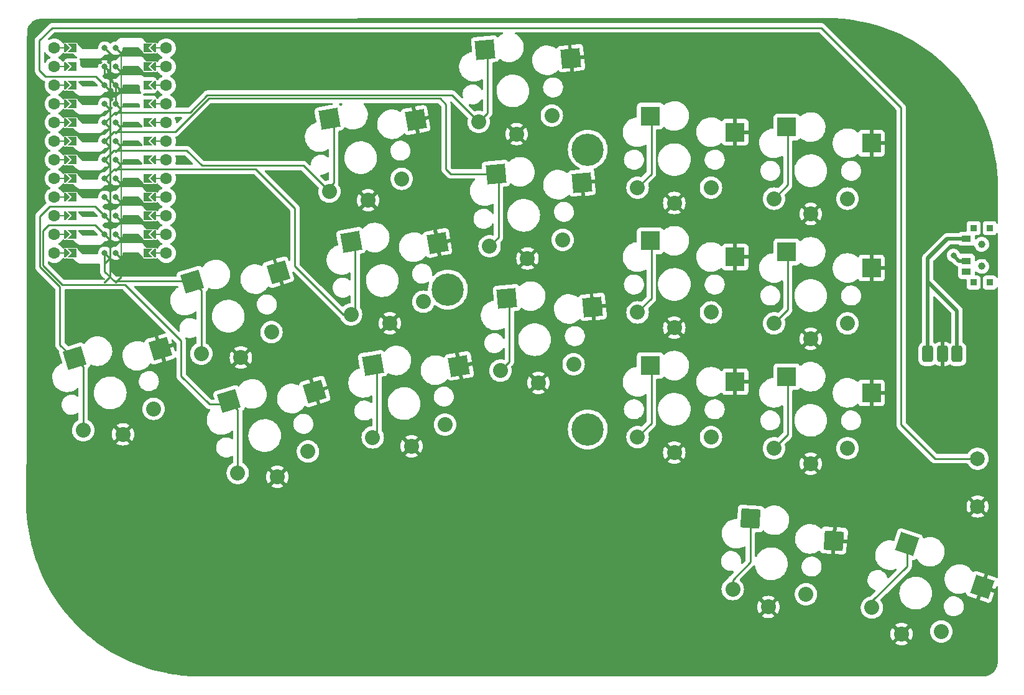
<source format=gbl>
%TF.GenerationSoftware,KiCad,Pcbnew,(6.0.4)*%
%TF.CreationDate,2022-07-09T15:35:13+02:00*%
%TF.ProjectId,basbousa,62617362-6f75-4736-912e-6b696361645f,v1.0.0*%
%TF.SameCoordinates,Original*%
%TF.FileFunction,Copper,L2,Bot*%
%TF.FilePolarity,Positive*%
%FSLAX46Y46*%
G04 Gerber Fmt 4.6, Leading zero omitted, Abs format (unit mm)*
G04 Created by KiCad (PCBNEW (6.0.4)) date 2022-07-09 15:35:13*
%MOMM*%
%LPD*%
G01*
G04 APERTURE LIST*
G04 Aperture macros list*
%AMRoundRect*
0 Rectangle with rounded corners*
0 $1 Rounding radius*
0 $2 $3 $4 $5 $6 $7 $8 $9 X,Y pos of 4 corners*
0 Add a 4 corners polygon primitive as box body*
4,1,4,$2,$3,$4,$5,$6,$7,$8,$9,$2,$3,0*
0 Add four circle primitives for the rounded corners*
1,1,$1+$1,$2,$3*
1,1,$1+$1,$4,$5*
1,1,$1+$1,$6,$7*
1,1,$1+$1,$8,$9*
0 Add four rect primitives between the rounded corners*
20,1,$1+$1,$2,$3,$4,$5,0*
20,1,$1+$1,$4,$5,$6,$7,0*
20,1,$1+$1,$6,$7,$8,$9,0*
20,1,$1+$1,$8,$9,$2,$3,0*%
%AMRotRect*
0 Rectangle, with rotation*
0 The origin of the aperture is its center*
0 $1 length*
0 $2 width*
0 $3 Rotation angle, in degrees counterclockwise*
0 Add horizontal line*
21,1,$1,$2,0,0,$3*%
%AMFreePoly0*
4,1,5,0.125000,-0.500000,-0.125000,-0.500000,-0.125000,0.500000,0.125000,0.500000,0.125000,-0.500000,0.125000,-0.500000,$1*%
%AMFreePoly1*
4,1,6,0.600000,-0.200000,0.600000,-0.400000,-0.600000,-0.400000,-0.600000,-0.200000,0.000000,0.400000,0.600000,-0.200000,0.600000,-0.200000,$1*%
%AMFreePoly2*
4,1,6,0.600000,-1.000000,0.000000,-0.400000,-0.600000,-1.000000,-0.600000,0.250000,0.600000,0.250000,0.600000,-1.000000,0.600000,-1.000000,$1*%
%AMFreePoly3*
4,1,49,0.014036,0.121239,0.026629,0.122131,0.041953,0.113759,0.062500,0.108253,0.075111,0.095642,0.088388,0.088388,0.854389,-0.677612,0.867708,-0.695449,0.871189,-0.698470,0.871982,-0.701173,0.875852,-0.706356,0.882333,-0.736457,0.891000,-0.766000,0.891000,-3.298000,0.887805,-3.320031,0.888131,-3.324629,0.886780,-3.327102,0.885852,-3.333502,0.869154,-3.359362,0.854389,-3.386388,
0.088388,-4.152388,0.059644,-4.173852,-0.009154,-4.188664,-0.075052,-4.163961,-0.117161,-4.107572,-0.122131,-4.037371,-0.088388,-3.975612,0.641000,-3.246223,0.641000,-0.817777,-0.088388,-0.088388,-0.106146,-0.064607,-0.108253,-0.062500,-0.108552,-0.061385,-0.109852,-0.059644,-0.113261,-0.043810,-0.125000,0.000000,-0.123721,0.004774,-0.124664,0.009154,-0.117242,0.028953,-0.108253,0.062500,
-0.102516,0.068237,-0.099961,0.075052,-0.083139,0.087614,-0.062500,0.108253,-0.051584,0.111178,-0.043572,0.117161,-0.024114,0.118539,0.000000,0.125000,0.014036,0.121239,0.014036,0.121239,$1*%
%AMFreePoly4*
4,1,49,0.014036,0.121239,0.026629,0.122131,0.041953,0.113759,0.062500,0.108253,0.075111,0.095642,0.088388,0.088388,0.850389,-0.673612,0.863708,-0.691449,0.867189,-0.694470,0.867982,-0.697173,0.871852,-0.702356,0.878333,-0.732457,0.887000,-0.762000,0.887000,-3.302000,0.883805,-3.324031,0.884131,-3.328629,0.882780,-3.331102,0.881852,-3.337502,0.865154,-3.363362,0.850389,-3.390388,
0.088388,-4.152388,0.059644,-4.173852,-0.009154,-4.188664,-0.075052,-4.163961,-0.117161,-4.107572,-0.122131,-4.037371,-0.088388,-3.975612,0.637000,-3.250223,0.637000,-0.813777,-0.088388,-0.088388,-0.106146,-0.064607,-0.108253,-0.062500,-0.108552,-0.061385,-0.109852,-0.059644,-0.113261,-0.043810,-0.125000,0.000000,-0.123721,0.004774,-0.124664,0.009154,-0.117242,0.028953,-0.108253,0.062500,
-0.102516,0.068237,-0.099961,0.075052,-0.083139,0.087614,-0.062500,0.108253,-0.051584,0.111178,-0.043572,0.117161,-0.024114,0.118539,0.000000,0.125000,0.014036,0.121239,0.014036,0.121239,$1*%
G04 Aperture macros list end*
%TA.AperFunction,ComponentPad*%
%ADD10RoundRect,0.375000X-0.375000X-0.750000X0.375000X-0.750000X0.375000X0.750000X-0.375000X0.750000X0*%
%TD*%
%TA.AperFunction,ComponentPad*%
%ADD11C,2.000000*%
%TD*%
%TA.AperFunction,SMDPad,CuDef*%
%ADD12RotRect,2.600000X2.600000X10.000000*%
%TD*%
%TA.AperFunction,ComponentPad*%
%ADD13C,2.032000*%
%TD*%
%TA.AperFunction,SMDPad,CuDef*%
%ADD14RotRect,2.600000X2.600000X5.000000*%
%TD*%
%TA.AperFunction,SMDPad,CuDef*%
%ADD15R,2.600000X2.600000*%
%TD*%
%TA.AperFunction,SMDPad,CuDef*%
%ADD16RotRect,2.600000X2.600000X341.000000*%
%TD*%
%TA.AperFunction,SMDPad,CuDef*%
%ADD17R,0.900000X0.900000*%
%TD*%
%TA.AperFunction,WasherPad*%
%ADD18C,1.000000*%
%TD*%
%TA.AperFunction,SMDPad,CuDef*%
%ADD19R,1.250000X0.900000*%
%TD*%
%TA.AperFunction,SMDPad,CuDef*%
%ADD20RotRect,2.600000X2.600000X17.000000*%
%TD*%
%TA.AperFunction,ComponentPad*%
%ADD21C,4.400000*%
%TD*%
%TA.AperFunction,SMDPad,CuDef*%
%ADD22RotRect,2.600000X2.600000X356.000000*%
%TD*%
%TA.AperFunction,SMDPad,CuDef*%
%ADD23FreePoly0,270.000000*%
%TD*%
%TA.AperFunction,SMDPad,CuDef*%
%ADD24FreePoly1,90.000000*%
%TD*%
%TA.AperFunction,SMDPad,CuDef*%
%ADD25FreePoly1,270.000000*%
%TD*%
%TA.AperFunction,ComponentPad*%
%ADD26C,1.600000*%
%TD*%
%TA.AperFunction,SMDPad,CuDef*%
%ADD27FreePoly0,90.000000*%
%TD*%
%TA.AperFunction,SMDPad,CuDef*%
%ADD28FreePoly2,270.000000*%
%TD*%
%TA.AperFunction,ComponentPad*%
%ADD29C,0.800000*%
%TD*%
%TA.AperFunction,SMDPad,CuDef*%
%ADD30FreePoly3,270.000000*%
%TD*%
%TA.AperFunction,SMDPad,CuDef*%
%ADD31FreePoly4,90.000000*%
%TD*%
%TA.AperFunction,SMDPad,CuDef*%
%ADD32FreePoly2,90.000000*%
%TD*%
%TA.AperFunction,ViaPad*%
%ADD33C,0.800000*%
%TD*%
%TA.AperFunction,Conductor*%
%ADD34C,0.250000*%
%TD*%
%TA.AperFunction,Conductor*%
%ADD35C,0.500000*%
%TD*%
G04 APERTURE END LIST*
D10*
%TO.P,PAD1,1*%
%TO.N,Braw*%
X149924000Y78232000D03*
X153924000Y78232000D03*
%TO.P,PAD1,2*%
%TO.N,GND*%
X151924000Y78232000D03*
%TD*%
D11*
%TO.P,B1,1*%
%TO.N,RST*%
X156718000Y63956000D03*
%TO.P,B1,2*%
%TO.N,GND*%
X156718000Y57456000D03*
%TD*%
D12*
%TO.P,S11,1*%
%TO.N,P19*%
X68441985Y110243738D03*
D13*
X78284340Y102078801D03*
X68436262Y100342320D03*
D12*
%TO.P,S11,2*%
%TO.N,GND*%
X80198542Y110082797D03*
D13*
X73724962Y99142464D03*
%TD*%
%TO.P,S15,1*%
%TO.N,P20*%
X100217298Y93764406D03*
D14*
X91124018Y102756090D03*
D13*
X90255351Y92892848D03*
%TO.P,S15,2*%
%TO.N,GND*%
X95419352Y91236618D03*
D14*
X102821810Y101571110D03*
%TD*%
D13*
%TO.P,S21,1*%
%TO.N,P2*%
X120411087Y83886017D03*
D15*
X112136086Y93636017D03*
D13*
X110411087Y83886017D03*
D15*
%TO.P,S21,2*%
%TO.N,GND*%
X123686087Y91436016D03*
D13*
X115411087Y81786017D03*
%TD*%
%TO.P,S29,1*%
%TO.N,P0*%
X128985000Y99378000D03*
D15*
X130709999Y109128000D03*
D13*
X138985000Y99378000D03*
%TO.P,S29,2*%
%TO.N,GND*%
X133985000Y97278000D03*
D15*
X142260000Y106927999D03*
%TD*%
D13*
%TO.P,S33,1*%
%TO.N,P8*%
X142318481Y43683012D03*
D16*
X147123789Y52340214D03*
D13*
X151773667Y40427331D03*
%TO.P,S33,2*%
%TO.N,GND*%
X146362381Y40069582D03*
D16*
X157328279Y46499759D03*
%TD*%
D12*
%TO.P,S7,1*%
%TO.N,P5*%
X74346023Y76760274D03*
D13*
X74340300Y66858856D03*
X84188378Y68595337D03*
%TO.P,S7,2*%
%TO.N,GND*%
X79629000Y65659000D03*
D12*
X86102580Y76599333D03*
%TD*%
D17*
%TO.P,T2,*%
%TO.N,*%
X158369000Y87958000D03*
X158369000Y95358000D03*
X156169000Y87958000D03*
X156169000Y95358000D03*
D18*
X157269000Y93158000D03*
X157269000Y90158000D03*
D19*
%TO.P,T2,1*%
%TO.N,Braw*%
X155194000Y93908000D03*
%TO.P,T2,2*%
%TO.N,RAW*%
X155194000Y90908000D03*
%TO.P,T2,3*%
%TO.N,N/C*%
X155194000Y89408000D03*
%TD*%
D13*
%TO.P,S1,1*%
%TO.N,P14*%
X34929106Y67825928D03*
X44492153Y70749645D03*
D20*
X33728106Y77654241D03*
D13*
%TO.P,S1,2*%
%TO.N,GND*%
X40324610Y67279547D03*
D20*
X45416645Y78927263D03*
%TD*%
D13*
%TO.P,S5,1*%
%TO.N,P10*%
X50992495Y78270380D03*
D20*
X49791495Y88098693D03*
D13*
X60555542Y81194097D03*
%TO.P,S5,2*%
%TO.N,GND*%
X56387999Y77723999D03*
D20*
X61480034Y89371715D03*
%TD*%
D13*
%TO.P,S27,1*%
%TO.N,P3*%
X138985000Y82378000D03*
D15*
X130709999Y92128000D03*
D13*
X128985000Y82378000D03*
D15*
%TO.P,S27,2*%
%TO.N,GND*%
X142260000Y89927999D03*
D13*
X133985000Y80278000D03*
%TD*%
%TO.P,S9,1*%
%TO.N,P18*%
X71388281Y83600588D03*
X81236359Y85337069D03*
D12*
X71394004Y93502006D03*
%TO.P,S9,2*%
%TO.N,GND*%
X83150561Y93341065D03*
D13*
X76676981Y82400732D03*
%TD*%
D14*
%TO.P,S13,1*%
%TO.N,P4*%
X92605666Y85820780D03*
D13*
X91736999Y75957538D03*
X101698946Y76829096D03*
%TO.P,S13,2*%
%TO.N,GND*%
X96901000Y74301308D03*
D14*
X104303458Y84635800D03*
%TD*%
D13*
%TO.P,S17,1*%
%TO.N,P21*%
X88773704Y109828158D03*
X98735651Y110699716D03*
D14*
X89642371Y119691400D03*
D13*
%TO.P,S17,2*%
%TO.N,GND*%
X93937705Y108171928D03*
D14*
X101340163Y118506420D03*
%TD*%
D21*
%TO.P,REF\u002A\u002A,1*%
%TO.N,N/C*%
X84582000Y86995000D03*
X103632000Y106045000D03*
X103632000Y67945000D03*
%TD*%
D13*
%TO.P,S31,1*%
%TO.N,P9*%
X133343836Y45508925D03*
D22*
X125769118Y55812410D03*
D13*
X123368195Y46206490D03*
D22*
%TO.P,S31,2*%
%TO.N,GND*%
X137137519Y52812080D03*
D13*
X128209527Y43762823D03*
%TD*%
%TO.P,S3,1*%
%TO.N,P16*%
X55962814Y62013199D03*
X65525861Y64936916D03*
D20*
X54761814Y71841512D03*
D13*
%TO.P,S3,2*%
%TO.N,GND*%
X61358318Y61466818D03*
D20*
X66450353Y73114534D03*
%TD*%
D15*
%TO.P,S23,1*%
%TO.N,P1*%
X112136086Y110636017D03*
D13*
X110411087Y100886017D03*
X120411087Y100886017D03*
%TO.P,S23,2*%
%TO.N,GND*%
X115411087Y98786017D03*
D15*
X123686087Y108436016D03*
%TD*%
D13*
%TO.P,S25,1*%
%TO.N,P7*%
X138985000Y65378000D03*
D15*
X130709999Y75128000D03*
D13*
X128985000Y65378000D03*
D15*
%TO.P,S25,2*%
%TO.N,GND*%
X142260000Y72927999D03*
D13*
X133985000Y63278000D03*
%TD*%
D15*
%TO.P,S19,1*%
%TO.N,P6*%
X112136086Y76636017D03*
D13*
X110411087Y66886017D03*
X120411087Y66886017D03*
D15*
%TO.P,S19,2*%
%TO.N,GND*%
X123686087Y74436016D03*
D13*
X115411087Y64786017D03*
%TD*%
D23*
%TO.P,,*%
%TO.N,*%
X32258000Y107188000D03*
D24*
X44450000Y112268000D03*
D25*
X32766000Y94488000D03*
D23*
X32258000Y119888000D03*
D26*
X46228000Y99568000D03*
D27*
X44958000Y104648000D03*
D24*
X44450000Y91948000D03*
D25*
X32766000Y114808000D03*
D24*
X44450000Y102108000D03*
D26*
X46228000Y91948000D03*
X30988000Y97028000D03*
X30988000Y112268000D03*
X46228000Y104648000D03*
D24*
X44450000Y109728000D03*
X44450000Y97028000D03*
D23*
X32258000Y91948000D03*
X32258000Y94488000D03*
D24*
X44450000Y119888000D03*
D27*
X44958000Y109728000D03*
D26*
X46228000Y102108000D03*
D25*
X32766000Y99568000D03*
X32766000Y112268000D03*
D27*
X44958000Y117348000D03*
D26*
X30988000Y104648000D03*
D23*
X32258000Y109728000D03*
D26*
X30988000Y94488000D03*
X30988000Y102108000D03*
D24*
X44450000Y114808000D03*
D23*
X32258000Y117348000D03*
X32258000Y99568000D03*
D25*
X32766000Y117348000D03*
X32766000Y107188000D03*
D26*
X46228000Y94488000D03*
D25*
X32766000Y119888000D03*
D27*
X44958000Y107188000D03*
D24*
X44450000Y99568000D03*
D26*
X30988000Y99568000D03*
D27*
X44958000Y91948000D03*
X44958000Y97028000D03*
D26*
X30988000Y114808000D03*
X30988000Y109728000D03*
X46228000Y112268000D03*
D23*
X32258000Y112268000D03*
D25*
X32766000Y104648000D03*
D24*
X44450000Y117348000D03*
D26*
X30988000Y119888000D03*
D27*
X44958000Y94488000D03*
D26*
X46228000Y119888000D03*
D25*
X32766000Y97028000D03*
D26*
X46228000Y117348000D03*
D23*
X32258000Y104648000D03*
X32258000Y102108000D03*
D27*
X44958000Y114808000D03*
D26*
X46228000Y97028000D03*
X46228000Y114808000D03*
D24*
X44450000Y107188000D03*
D25*
X32766000Y109728000D03*
D26*
X30988000Y91948000D03*
D24*
X44450000Y94488000D03*
D23*
X32258000Y114808000D03*
D24*
X44450000Y104648000D03*
D26*
X30988000Y107188000D03*
X46228000Y109728000D03*
D23*
X32258000Y97028000D03*
D25*
X32766000Y91948000D03*
D27*
X44958000Y99568000D03*
D26*
X30988000Y117348000D03*
D27*
X44958000Y112268000D03*
D26*
X46228000Y107188000D03*
D27*
X44958000Y119888000D03*
X44958000Y102108000D03*
D25*
X32766000Y102108000D03*
D28*
%TO.P,,1*%
%TO.N,RAW*%
X33782000Y119888000D03*
D29*
X37846000Y119888000D03*
D30*
X37846000Y119888000D03*
D28*
%TO.P,,2*%
%TO.N,GND*%
X33782000Y117348000D03*
D29*
X37846000Y117348000D03*
D30*
X37846000Y117348000D03*
D29*
%TO.P,,3*%
%TO.N,RST*%
X37846000Y114808000D03*
D30*
X37846000Y114808000D03*
D28*
X33782000Y114808000D03*
%TO.P,,4*%
%TO.N,VCC*%
X33782000Y112268000D03*
D29*
X37846000Y112268000D03*
D30*
X37846000Y112268000D03*
D28*
%TO.P,,5*%
%TO.N,P21*%
X33782000Y109728000D03*
D29*
X37846000Y109728000D03*
D30*
X37846000Y109728000D03*
%TO.P,,6*%
%TO.N,P20*%
X37846000Y107188000D03*
D28*
X33782000Y107188000D03*
D29*
X37846000Y107188000D03*
%TO.P,,7*%
%TO.N,P19*%
X37846000Y104648000D03*
D30*
X37846000Y104648000D03*
D28*
X33782000Y104648000D03*
D29*
%TO.P,,8*%
%TO.N,P18*%
X37846000Y102108000D03*
D28*
X33782000Y102108000D03*
D30*
X37846000Y102108000D03*
D29*
%TO.P,,9*%
%TO.N,P15*%
X37846000Y99568000D03*
D30*
X37846000Y99568000D03*
D28*
X33782000Y99568000D03*
%TO.P,,10*%
%TO.N,P14*%
X33782000Y97028000D03*
D30*
X37846000Y97028000D03*
D29*
X37846000Y97028000D03*
D28*
%TO.P,,11*%
%TO.N,P16*%
X33782000Y94488000D03*
D30*
X37846000Y94488000D03*
D29*
X37846000Y94488000D03*
D30*
%TO.P,,12*%
%TO.N,P10*%
X37846000Y91948000D03*
D29*
X37846000Y91948000D03*
D28*
X33782000Y91948000D03*
D29*
%TO.P,,13*%
%TO.N,P9*%
X39370000Y91948000D03*
D31*
X39370000Y91948000D03*
D32*
X43434000Y91948000D03*
D29*
%TO.P,,14*%
%TO.N,P8*%
X39370000Y94488000D03*
D32*
X43434000Y94488000D03*
D31*
X39370000Y94488000D03*
%TO.P,,15*%
%TO.N,P7*%
X39370000Y97028000D03*
D29*
X39370000Y97028000D03*
D32*
X43434000Y97028000D03*
D31*
%TO.P,,16*%
%TO.N,P6*%
X39370000Y99568000D03*
D29*
X39370000Y99568000D03*
D32*
X43434000Y99568000D03*
D31*
%TO.P,,17*%
%TO.N,P5*%
X39370000Y102108000D03*
D29*
X39370000Y102108000D03*
D32*
X43434000Y102108000D03*
%TO.P,,18*%
%TO.N,P4*%
X43434000Y104648000D03*
D31*
X39370000Y104648000D03*
D29*
X39370000Y104648000D03*
D31*
%TO.P,,19*%
%TO.N,P3*%
X39370000Y107188000D03*
D32*
X43434000Y107188000D03*
D29*
X39370000Y107188000D03*
%TO.P,,20*%
%TO.N,P2*%
X39370000Y109728000D03*
D32*
X43434000Y109728000D03*
D31*
X39370000Y109728000D03*
D32*
%TO.P,,21*%
%TO.N,GND*%
X43434000Y112268000D03*
D31*
X39370000Y112268000D03*
D29*
X39370000Y112268000D03*
%TO.P,,22*%
X39370000Y114808000D03*
D32*
X43434000Y114808000D03*
D31*
X39370000Y114808000D03*
%TO.P,,23*%
%TO.N,P0*%
X39370000Y117348000D03*
D29*
X39370000Y117348000D03*
D32*
X43434000Y117348000D03*
D31*
%TO.P,,24*%
%TO.N,P1*%
X39370000Y119888000D03*
D29*
X39370000Y119888000D03*
D32*
X43434000Y119888000D03*
%TD*%
D33*
%TO.N,RAW*%
X153430113Y91645917D03*
%TD*%
D34*
%TO.N,P6*%
X112285608Y77029475D02*
X112285608Y68760538D01*
X112285608Y68760538D02*
X110411087Y66886017D01*
%TO.N,GND*%
X37846000Y116332000D02*
X39370000Y114808000D01*
X37846000Y117348000D02*
X37846000Y116332000D01*
X39370000Y114808000D02*
X39370000Y112268000D01*
%TO.N,P5*%
X74346024Y76760274D02*
X74903778Y76202520D01*
X74903778Y76202520D02*
X74903778Y67422334D01*
%TO.N,P4*%
X92605667Y85820780D02*
X92953494Y85472953D01*
X92953494Y77174033D02*
X91736999Y75957538D01*
X92953494Y85472953D02*
X92953494Y77174033D01*
%TO.N,P3*%
X130710000Y92128000D02*
X130859521Y91978479D01*
X130859521Y91978479D02*
X130859521Y84252521D01*
X130859521Y84252521D02*
X128985000Y82378000D01*
%TO.N,P2*%
X112285608Y94029475D02*
X112285608Y85760538D01*
X112285608Y85760538D02*
X110411087Y83886017D01*
%TO.N,P0*%
X130859521Y101252521D02*
X128985000Y99378000D01*
X130710000Y109128000D02*
X130859521Y108978479D01*
X130859521Y108978479D02*
X130859521Y101252521D01*
%TO.N,P1*%
X112285608Y102760538D02*
X110411087Y100886017D01*
X112285608Y111029475D02*
X112285608Y102760538D01*
%TO.N,P18*%
X71951759Y84164066D02*
X71388281Y83600588D01*
X39126568Y103388568D02*
X58409432Y103388568D01*
X71951759Y92944252D02*
X71951759Y84164066D01*
X37846000Y102108000D02*
X39126568Y103388568D01*
X70323412Y83600588D02*
X71388281Y83600588D01*
X63754000Y90170000D02*
X70323412Y83600588D01*
X58409432Y103388568D02*
X63754000Y98044000D01*
X71394005Y93502006D02*
X71951759Y92944252D01*
X63754000Y98044000D02*
X63754000Y90170000D01*
%TO.N,P14*%
X31750000Y79470190D02*
X31750000Y87374564D01*
X36576000Y98298000D02*
X37846000Y97028000D01*
X29014480Y96977969D02*
X30334511Y98298000D01*
X34929106Y76453241D02*
X33728106Y77654241D01*
X34929106Y67825928D02*
X34929106Y76453241D01*
X31750000Y87374564D02*
X29014480Y90110084D01*
X33199433Y78020757D02*
X31750000Y79470190D01*
X30334511Y98298000D02*
X36576000Y98298000D01*
X29014480Y90110084D02*
X29014480Y96977969D01*
%TO.N,P16*%
X40590374Y87679626D02*
X32080656Y87679626D01*
X36576000Y95758000D02*
X37846000Y94488000D01*
X54233141Y71358455D02*
X52085545Y71358455D01*
X30226000Y95758000D02*
X36576000Y95758000D01*
X55962814Y62013199D02*
X55962814Y70640512D01*
X29464000Y94996000D02*
X30226000Y95758000D01*
X32080656Y87679626D02*
X29464000Y90296282D01*
X48260000Y75184000D02*
X48260000Y80010000D01*
X52085545Y71358455D02*
X48260000Y75184000D01*
X55962814Y70640512D02*
X54761814Y71841512D01*
X29464000Y90296282D02*
X29464000Y94996000D01*
X48260000Y80010000D02*
X40590374Y87679626D01*
%TO.N,P10*%
X49262822Y87615636D02*
X48749312Y88129146D01*
X50992495Y86897693D02*
X49791495Y88098693D01*
X39124854Y88129146D02*
X37846000Y89408000D01*
X50992495Y78270380D02*
X50992495Y86897693D01*
X48749312Y88129146D02*
X39124854Y88129146D01*
X37846000Y89408000D02*
X37846000Y91948000D01*
%TO.N,P19*%
X51070276Y103869724D02*
X64908858Y103869724D01*
X49022000Y105918000D02*
X51070276Y103869724D01*
X39116000Y105918000D02*
X49022000Y105918000D01*
X67847017Y110243738D02*
X69044359Y109046396D01*
X64908858Y103869724D02*
X68436262Y100342320D01*
X37846000Y104648000D02*
X39116000Y105918000D01*
X69044359Y101545386D02*
X67841293Y100342320D01*
X69044359Y109046396D02*
X69044359Y101545386D01*
%TO.N,P20*%
X84949910Y102756090D02*
X91124019Y102756090D01*
X47429021Y108459761D02*
X51999260Y113030000D01*
X91471846Y94109343D02*
X90255351Y92892848D01*
X91471846Y102408263D02*
X91471846Y94109343D01*
X84328000Y103378000D02*
X84949910Y102756090D01*
X84328000Y112204141D02*
X84328000Y103378000D01*
X39117761Y108459761D02*
X47429021Y108459761D01*
X51999260Y113030000D02*
X83502141Y113030000D01*
X37846000Y107188000D02*
X39117761Y108459761D01*
X83502141Y113030000D02*
X84328000Y112204141D01*
X91124019Y102756090D02*
X91471846Y102408263D01*
%TO.N,P21*%
X37846000Y109728000D02*
X39261489Y111143489D01*
X49477031Y111143489D02*
X51813062Y113479520D01*
X51813062Y113479520D02*
X85122342Y113479520D01*
X89990199Y111044653D02*
X88773704Y109828158D01*
X89990199Y119343573D02*
X89990199Y111044653D01*
X39261489Y111143489D02*
X49477031Y111143489D01*
X85122342Y113479520D02*
X88773704Y109828158D01*
X89642372Y119691400D02*
X89990199Y119343573D01*
%TO.N,P7*%
X130859521Y74978479D02*
X130859521Y67252521D01*
X130859521Y67252521D02*
X128985000Y65378000D01*
X130710000Y75128000D02*
X130859521Y74978479D01*
%TO.N,P8*%
X147123791Y49333791D02*
X142318482Y44528482D01*
X142318482Y44528482D02*
X142318482Y43683012D01*
X147123791Y52340212D02*
X147123791Y49333791D01*
%TO.N,P9*%
X125769119Y54514809D02*
X125769377Y54514551D01*
X125769119Y52961387D02*
X125769119Y49860643D01*
X125769119Y49860643D02*
X123368196Y47459720D01*
X125769119Y55812409D02*
X125769119Y54514809D01*
X125769377Y54514551D02*
X125769377Y52961645D01*
X125769377Y52961645D02*
X125769119Y52961387D01*
X123368196Y47459720D02*
X123368196Y46206489D01*
D35*
%TO.N,RAW*%
X153430113Y91645917D02*
X154168030Y90908000D01*
X154168030Y90908000D02*
X155194000Y90908000D01*
D34*
%TO.N,RST*%
X36637228Y116016772D02*
X37846000Y114808000D01*
X28956000Y120904000D02*
X28956000Y116840000D01*
X150928000Y63956000D02*
X146304000Y68580000D01*
X135401940Y122662060D02*
X30714060Y122662060D01*
X146304000Y111760000D02*
X135401940Y122662060D01*
X156718000Y63956000D02*
X150928000Y63956000D01*
X28956000Y116840000D02*
X29779228Y116016772D01*
X146304000Y68580000D02*
X146304000Y111760000D01*
X29779228Y116016772D02*
X36637228Y116016772D01*
X30714060Y122662060D02*
X28956000Y120904000D01*
D35*
%TO.N,Braw*%
X149924000Y91250000D02*
X149924000Y78232000D01*
X152582000Y93908000D02*
X149924000Y91250000D01*
X155194000Y93908000D02*
X152571941Y93908000D01*
X152571941Y93908000D02*
X149923130Y91259189D01*
X153924000Y84074000D02*
X153924000Y78232000D01*
X155194000Y93908000D02*
X152582000Y93908000D01*
X149923130Y88074870D02*
X153924000Y84074000D01*
X149923130Y91259189D02*
X149923130Y88074870D01*
%TD*%
%TA.AperFunction,Conductor*%
%TO.N,GND*%
G36*
X136348345Y123967854D02*
G01*
X136362851Y123965595D01*
X136362854Y123965595D01*
X136371724Y123964214D01*
X136380626Y123965378D01*
X136380628Y123965378D01*
X136388083Y123966353D01*
X136397598Y123967597D01*
X136416447Y123968636D01*
X136994765Y123957069D01*
X137300586Y123950952D01*
X137305621Y123950750D01*
X138224175Y123895574D01*
X138229198Y123895172D01*
X138390425Y123878996D01*
X139144894Y123803302D01*
X139149852Y123802703D01*
X139766575Y123715798D01*
X140061075Y123674299D01*
X140066049Y123673497D01*
X140971462Y123508750D01*
X140976401Y123507748D01*
X141874421Y123306946D01*
X141879316Y123305749D01*
X142768658Y123069180D01*
X142773501Y123067787D01*
X143652640Y122795855D01*
X143657397Y122794279D01*
X143911587Y122704369D01*
X144524981Y122487403D01*
X144529697Y122485628D01*
X145384308Y122144308D01*
X145388933Y122142353D01*
X146229253Y121767114D01*
X146233764Y121764990D01*
X147058360Y121356473D01*
X147062830Y121354146D01*
X147870424Y120912988D01*
X147874798Y120910484D01*
X148664109Y120437383D01*
X148668378Y120434707D01*
X149438148Y119930417D01*
X149442308Y119927571D01*
X150191284Y119392913D01*
X150195326Y119389904D01*
X150433269Y119205251D01*
X150894280Y118847488D01*
X150922331Y118825719D01*
X150926246Y118822554D01*
X151608493Y118247954D01*
X151630113Y118229745D01*
X151633902Y118226422D01*
X152313500Y117605944D01*
X152317153Y117602472D01*
X152656840Y117266465D01*
X152962957Y116963665D01*
X152971393Y116955320D01*
X152974895Y116951714D01*
X153597373Y116284663D01*
X153602733Y116278919D01*
X153606088Y116275177D01*
X154206559Y115577770D01*
X154209732Y115573932D01*
X154636588Y115036087D01*
X154781818Y114853095D01*
X154784871Y114849086D01*
X155327662Y114105966D01*
X155330529Y114101872D01*
X155830069Y113357175D01*
X155843174Y113337639D01*
X155845896Y113333399D01*
X156327584Y112549259D01*
X156330124Y112544934D01*
X156574913Y112108192D01*
X156780065Y111742169D01*
X156782440Y111737725D01*
X157199908Y110917637D01*
X157202104Y110913101D01*
X157586446Y110076973D01*
X157588459Y110072353D01*
X157939068Y109221506D01*
X157940894Y109216809D01*
X158253044Y108363976D01*
X158257191Y108352645D01*
X158258824Y108347891D01*
X158426268Y107826729D01*
X158540311Y107471775D01*
X158541757Y107466948D01*
X158595547Y107273250D01*
X158783852Y106595170D01*
X158787998Y106580240D01*
X158789244Y106575379D01*
X158998509Y105685151D01*
X158999827Y105679544D01*
X159000879Y105674632D01*
X159079793Y105266241D01*
X159175477Y104771066D01*
X159176333Y104766100D01*
X159274734Y104118891D01*
X159312625Y103869671D01*
X159314650Y103856349D01*
X159315307Y103851357D01*
X159320241Y103807050D01*
X159417139Y102936772D01*
X159417597Y102931753D01*
X159482778Y102013804D01*
X159483034Y102008772D01*
X159483453Y101995215D01*
X159509665Y101146941D01*
X159510108Y101132590D01*
X159508871Y101110667D01*
X159507555Y101101567D01*
X159507555Y101101563D01*
X159506271Y101092681D01*
X159507532Y101083792D01*
X159507532Y101083791D01*
X159510238Y101064713D01*
X159511487Y101046980D01*
X159510039Y96105396D01*
X159490017Y96037281D01*
X159436348Y95990804D01*
X159366071Y95980721D01*
X159301499Y96010233D01*
X159273519Y96044924D01*
X159272766Y96046299D01*
X159269615Y96054705D01*
X159264230Y96061891D01*
X159221054Y96119500D01*
X159182261Y96171261D01*
X159065705Y96258615D01*
X158929316Y96309745D01*
X158867134Y96316500D01*
X157870866Y96316500D01*
X157808684Y96309745D01*
X157672295Y96258615D01*
X157555739Y96171261D01*
X157468385Y96054705D01*
X157417255Y95918316D01*
X157410500Y95856134D01*
X157410500Y94859866D01*
X157417255Y94797684D01*
X157468385Y94661295D01*
X157555739Y94544739D01*
X157672295Y94457385D01*
X157808684Y94406255D01*
X157870866Y94399500D01*
X158867134Y94399500D01*
X158929316Y94406255D01*
X159065705Y94457385D01*
X159182261Y94544739D01*
X159232449Y94611704D01*
X159264231Y94654111D01*
X159264231Y94654112D01*
X159269615Y94661295D01*
X159272765Y94669699D01*
X159273082Y94670277D01*
X159323341Y94720422D01*
X159392732Y94735435D01*
X159459224Y94710549D01*
X159501706Y94653665D01*
X159509601Y94609729D01*
X159507873Y88711295D01*
X159507872Y88709355D01*
X159487850Y88641240D01*
X159434181Y88594763D01*
X159363904Y88584680D01*
X159299332Y88614192D01*
X159272185Y88647849D01*
X159269615Y88654705D01*
X159264230Y88661891D01*
X159191114Y88759448D01*
X159182261Y88771261D01*
X159065705Y88858615D01*
X158929316Y88909745D01*
X158867134Y88916500D01*
X157870866Y88916500D01*
X157808684Y88909745D01*
X157672295Y88858615D01*
X157555739Y88771261D01*
X157468385Y88654705D01*
X157417255Y88518316D01*
X157410500Y88456134D01*
X157410500Y87459866D01*
X157417255Y87397684D01*
X157468385Y87261295D01*
X157555739Y87144739D01*
X157672295Y87057385D01*
X157808684Y87006255D01*
X157870866Y86999500D01*
X158867134Y86999500D01*
X158929316Y87006255D01*
X159065705Y87057385D01*
X159182261Y87144739D01*
X159269615Y87261295D01*
X159271846Y87267246D01*
X159321170Y87316458D01*
X159390561Y87331472D01*
X159457053Y87306586D01*
X159499536Y87249703D01*
X159507431Y87205766D01*
X159495885Y47806547D01*
X159475863Y47738432D01*
X159422194Y47691955D01*
X159351917Y47681872D01*
X159289653Y47709430D01*
X159254171Y47738732D01*
X159240940Y47747121D01*
X159194633Y47768911D01*
X159188327Y47771471D01*
X158174199Y48120663D01*
X158158330Y48121394D01*
X158156739Y48120472D01*
X158152657Y48113751D01*
X157657034Y46674358D01*
X157656303Y46658489D01*
X157657225Y46656898D01*
X157663946Y46652816D01*
X159103339Y46157193D01*
X159119208Y46156462D01*
X159120799Y46157384D01*
X159124881Y46164105D01*
X159250364Y46528533D01*
X159291454Y46586430D01*
X159357323Y46612921D01*
X159427058Y46599596D01*
X159478518Y46550684D01*
X159495499Y46487475D01*
X159494418Y42797931D01*
X159492536Y36378015D01*
X159490608Y36356094D01*
X159487570Y36338937D01*
X159489388Y36322367D01*
X159489687Y36297951D01*
X159470546Y36072895D01*
X159468152Y36056938D01*
X159414771Y35810122D01*
X159410357Y35794603D01*
X159358708Y35649130D01*
X159325871Y35556644D01*
X159319513Y35541823D01*
X159205301Y35316603D01*
X159197101Y35302715D01*
X159055038Y35093939D01*
X159045124Y35081207D01*
X158877557Y34892316D01*
X158866096Y34880954D01*
X158675745Y34715016D01*
X158662927Y34705213D01*
X158452946Y34564976D01*
X158438980Y34556891D01*
X158212786Y34444637D01*
X158197903Y34438404D01*
X157959215Y34355980D01*
X157943664Y34351702D01*
X157820029Y34326081D01*
X157696399Y34300461D01*
X157680420Y34298205D01*
X157462433Y34281567D01*
X157438028Y34282375D01*
X157435671Y34282375D01*
X157426790Y34283648D01*
X157399190Y34279699D01*
X157381317Y34278429D01*
X50348418Y34302568D01*
X50326323Y34304527D01*
X50318450Y34305932D01*
X50318446Y34305932D01*
X50309611Y34307508D01*
X50283634Y34304693D01*
X50264791Y34304070D01*
X49366668Y34341749D01*
X49361681Y34342058D01*
X48921266Y34378096D01*
X48429920Y34418302D01*
X48424942Y34418809D01*
X47991672Y34471651D01*
X47496942Y34531988D01*
X47492008Y34532690D01*
X46569207Y34682631D01*
X46564285Y34683532D01*
X46409601Y34715016D01*
X45648192Y34869991D01*
X45643357Y34871076D01*
X44735352Y35093771D01*
X44730545Y35095051D01*
X43832120Y35353619D01*
X43827362Y35355090D01*
X43263802Y35541813D01*
X42939901Y35649130D01*
X42935184Y35650798D01*
X42060137Y35979828D01*
X42055489Y35981682D01*
X41194193Y36345200D01*
X41189622Y36347237D01*
X40343446Y36744662D01*
X40338960Y36746878D01*
X39509194Y37177608D01*
X39504799Y37180002D01*
X38692840Y37643310D01*
X38688544Y37645875D01*
X37895562Y38141095D01*
X37891372Y38143830D01*
X37785731Y38215786D01*
X37118723Y38670114D01*
X37114684Y38672984D01*
X36909144Y38825276D01*
X145482905Y38825276D01*
X145488632Y38817626D01*
X145664140Y38710075D01*
X145672934Y38705594D01*
X145885410Y38617584D01*
X145894795Y38614535D01*
X146118425Y38560845D01*
X146128172Y38559302D01*
X146357451Y38541257D01*
X146367311Y38541257D01*
X146596590Y38559302D01*
X146606337Y38560845D01*
X146829967Y38614535D01*
X146839352Y38617584D01*
X147051828Y38705594D01*
X147060622Y38710075D01*
X147232464Y38815379D01*
X147241924Y38825835D01*
X147238140Y38834613D01*
X146375193Y39697560D01*
X146361249Y39705174D01*
X146359416Y39705043D01*
X146352801Y39700792D01*
X145489665Y38837656D01*
X145482905Y38825276D01*
X36909144Y38825276D01*
X36363507Y39229557D01*
X36359548Y39232614D01*
X35991715Y39528482D01*
X35631046Y39818588D01*
X35627245Y39821773D01*
X35348702Y40064652D01*
X144834056Y40064652D01*
X144852101Y39835373D01*
X144853644Y39825626D01*
X144907334Y39601996D01*
X144910383Y39592611D01*
X144998393Y39380135D01*
X145002874Y39371341D01*
X145108178Y39199499D01*
X145118634Y39190039D01*
X145127412Y39193823D01*
X145990359Y40056770D01*
X145996737Y40068450D01*
X146726789Y40068450D01*
X146726920Y40066617D01*
X146731171Y40060002D01*
X147594307Y39196866D01*
X147606687Y39190106D01*
X147614337Y39195833D01*
X147721888Y39371341D01*
X147726369Y39380135D01*
X147814379Y39592611D01*
X147817428Y39601996D01*
X147871118Y39825626D01*
X147872661Y39835373D01*
X147890706Y40064652D01*
X147890706Y40074512D01*
X147872661Y40303791D01*
X147871118Y40313538D01*
X147843798Y40427331D01*
X150244453Y40427331D01*
X150263280Y40188109D01*
X150264434Y40183302D01*
X150264435Y40183296D01*
X150294036Y40060002D01*
X150319298Y39954778D01*
X150411127Y39733082D01*
X150536507Y39528482D01*
X150692349Y39346013D01*
X150696111Y39342800D01*
X150868189Y39195833D01*
X150874818Y39190171D01*
X151079418Y39064791D01*
X151083988Y39062898D01*
X151083990Y39062897D01*
X151296541Y38974856D01*
X151301114Y38972962D01*
X151382704Y38953374D01*
X151529632Y38918099D01*
X151529638Y38918098D01*
X151534445Y38916944D01*
X151773667Y38898117D01*
X152012889Y38916944D01*
X152017696Y38918098D01*
X152017702Y38918099D01*
X152164630Y38953374D01*
X152246220Y38972962D01*
X152250793Y38974856D01*
X152463344Y39062897D01*
X152463346Y39062898D01*
X152467916Y39064791D01*
X152672516Y39190171D01*
X152679146Y39195833D01*
X152851223Y39342800D01*
X152854985Y39346013D01*
X153010827Y39528482D01*
X153136207Y39733082D01*
X153228036Y39954778D01*
X153253298Y40060002D01*
X153282899Y40183296D01*
X153282900Y40183302D01*
X153284054Y40188109D01*
X153302881Y40427331D01*
X153284054Y40666553D01*
X153282900Y40671360D01*
X153282899Y40671366D01*
X153229191Y40895072D01*
X153228036Y40899884D01*
X153207640Y40949125D01*
X153138101Y41117008D01*
X153138100Y41117010D01*
X153136207Y41121580D01*
X153010827Y41326180D01*
X152854985Y41508649D01*
X152771605Y41579862D01*
X152676284Y41661273D01*
X152676283Y41661274D01*
X152672516Y41664491D01*
X152467916Y41789871D01*
X152463346Y41791764D01*
X152463344Y41791765D01*
X152250793Y41879806D01*
X152250791Y41879807D01*
X152246220Y41881700D01*
X152164630Y41901288D01*
X152017702Y41936563D01*
X152017696Y41936564D01*
X152012889Y41937718D01*
X151773667Y41956545D01*
X151534445Y41937718D01*
X151529638Y41936564D01*
X151529632Y41936563D01*
X151382704Y41901288D01*
X151301114Y41881700D01*
X151296543Y41879807D01*
X151296541Y41879806D01*
X151083990Y41791765D01*
X151083988Y41791764D01*
X151079418Y41789871D01*
X150874818Y41664491D01*
X150871051Y41661274D01*
X150871050Y41661273D01*
X150775729Y41579862D01*
X150692349Y41508649D01*
X150536507Y41326180D01*
X150411127Y41121580D01*
X150409234Y41117010D01*
X150409233Y41117008D01*
X150339694Y40949125D01*
X150319298Y40899884D01*
X150318143Y40895072D01*
X150264435Y40671366D01*
X150264434Y40671360D01*
X150263280Y40666553D01*
X150244453Y40427331D01*
X147843798Y40427331D01*
X147817428Y40537168D01*
X147814379Y40546553D01*
X147726369Y40759029D01*
X147721888Y40767823D01*
X147616584Y40939665D01*
X147606128Y40949125D01*
X147597350Y40945341D01*
X146734403Y40082394D01*
X146726789Y40068450D01*
X145996737Y40068450D01*
X145997973Y40070714D01*
X145997842Y40072547D01*
X145993591Y40079162D01*
X145130455Y40942298D01*
X145118075Y40949058D01*
X145110425Y40943331D01*
X145002874Y40767823D01*
X144998393Y40759029D01*
X144910383Y40546553D01*
X144907334Y40537168D01*
X144853644Y40313538D01*
X144852101Y40303791D01*
X144834056Y40074512D01*
X144834056Y40064652D01*
X35348702Y40064652D01*
X34922638Y40436164D01*
X34918932Y40439526D01*
X34239234Y41081450D01*
X34235665Y41084958D01*
X34012327Y41313329D01*
X145482838Y41313329D01*
X145486622Y41304551D01*
X146349569Y40441604D01*
X146363513Y40433990D01*
X146365346Y40434121D01*
X146371961Y40438372D01*
X147235097Y41301508D01*
X147241857Y41313888D01*
X147236130Y41321538D01*
X147060622Y41429089D01*
X147051828Y41433570D01*
X146839352Y41521580D01*
X146829967Y41524629D01*
X146606337Y41578319D01*
X146596590Y41579862D01*
X146367311Y41597907D01*
X146357451Y41597907D01*
X146128172Y41579862D01*
X146118425Y41578319D01*
X145894795Y41524629D01*
X145885410Y41521580D01*
X145672934Y41433570D01*
X145664140Y41429089D01*
X145492298Y41323785D01*
X145482838Y41313329D01*
X34012327Y41313329D01*
X33582030Y41753323D01*
X33578603Y41756969D01*
X32951993Y42450792D01*
X32948714Y42454571D01*
X32895416Y42518517D01*
X127330051Y42518517D01*
X127335778Y42510867D01*
X127511286Y42403316D01*
X127520080Y42398835D01*
X127732556Y42310825D01*
X127741941Y42307776D01*
X127965571Y42254086D01*
X127975318Y42252543D01*
X128204597Y42234498D01*
X128214457Y42234498D01*
X128443736Y42252543D01*
X128453483Y42254086D01*
X128677113Y42307776D01*
X128686498Y42310825D01*
X128898974Y42398835D01*
X128907768Y42403316D01*
X129079610Y42508620D01*
X129089070Y42519076D01*
X129085286Y42527854D01*
X128222339Y43390801D01*
X128208395Y43398415D01*
X128206562Y43398284D01*
X128199947Y43394033D01*
X127336811Y42530897D01*
X127330051Y42518517D01*
X32895416Y42518517D01*
X32350164Y43172707D01*
X32347056Y43176590D01*
X31900445Y43757893D01*
X126681202Y43757893D01*
X126699247Y43528614D01*
X126700790Y43518867D01*
X126754480Y43295237D01*
X126757529Y43285852D01*
X126845539Y43073376D01*
X126850020Y43064582D01*
X126955324Y42892740D01*
X126965780Y42883280D01*
X126974558Y42887064D01*
X127837505Y43750011D01*
X127843883Y43761691D01*
X128573935Y43761691D01*
X128574066Y43759858D01*
X128578317Y43753243D01*
X129441453Y42890107D01*
X129453833Y42883347D01*
X129461483Y42889074D01*
X129569034Y43064582D01*
X129573515Y43073376D01*
X129661525Y43285852D01*
X129664574Y43295237D01*
X129718264Y43518867D01*
X129719807Y43528614D01*
X129731959Y43683012D01*
X140789267Y43683012D01*
X140808094Y43443790D01*
X140809248Y43438983D01*
X140809249Y43438977D01*
X140833139Y43339471D01*
X140864112Y43210459D01*
X140866005Y43205888D01*
X140866006Y43205886D01*
X140929057Y43053668D01*
X140955941Y42988763D01*
X141081321Y42784163D01*
X141084538Y42780396D01*
X141084539Y42780395D01*
X141124891Y42733149D01*
X141237163Y42601694D01*
X141240925Y42598481D01*
X141357331Y42499062D01*
X141419632Y42445852D01*
X141624232Y42320472D01*
X141628802Y42318579D01*
X141628804Y42318578D01*
X141841355Y42230537D01*
X141845928Y42228643D01*
X141927518Y42209055D01*
X142074446Y42173780D01*
X142074452Y42173779D01*
X142079259Y42172625D01*
X142318481Y42153798D01*
X142557703Y42172625D01*
X142562510Y42173779D01*
X142562516Y42173780D01*
X142709444Y42209055D01*
X142791034Y42228643D01*
X142795607Y42230537D01*
X143008158Y42318578D01*
X143008160Y42318579D01*
X143012730Y42320472D01*
X143217330Y42445852D01*
X143279632Y42499062D01*
X143396037Y42598481D01*
X143399799Y42601694D01*
X143512071Y42733149D01*
X143552423Y42780395D01*
X143552424Y42780396D01*
X143555641Y42784163D01*
X143681021Y42988763D01*
X143707906Y43053668D01*
X143770956Y43205886D01*
X143770957Y43205888D01*
X143772850Y43210459D01*
X143803823Y43339471D01*
X143827713Y43438977D01*
X143827714Y43438983D01*
X143828868Y43443790D01*
X143847695Y43683012D01*
X143828868Y43922234D01*
X143827714Y43927041D01*
X143827713Y43927047D01*
X143777824Y44134845D01*
X143772850Y44155565D01*
X143739143Y44236941D01*
X143682915Y44372689D01*
X143682914Y44372691D01*
X143681021Y44377261D01*
X143555641Y44581861D01*
X143508914Y44636572D01*
X143498674Y44648562D01*
X143469643Y44713352D01*
X143480249Y44783552D01*
X143505391Y44819487D01*
X144287387Y45601483D01*
X146055747Y45601483D01*
X146056110Y45597335D01*
X146056110Y45597331D01*
X146063845Y45508925D01*
X146081485Y45307293D01*
X146082395Y45303221D01*
X146082396Y45303216D01*
X146143065Y45031799D01*
X146145905Y45019092D01*
X146147348Y45015169D01*
X146147349Y45015167D01*
X146158623Y44984525D01*
X146247877Y44741943D01*
X146249824Y44738250D01*
X146249825Y44738248D01*
X146305103Y44633405D01*
X146385607Y44480715D01*
X146388027Y44477310D01*
X146554252Y44243407D01*
X146554257Y44243401D01*
X146556676Y44239997D01*
X146559520Y44236947D01*
X146559525Y44236941D01*
X146674024Y44114156D01*
X146758079Y44024018D01*
X146986278Y43836574D01*
X147237262Y43680957D01*
X147506623Y43559901D01*
X147789628Y43475534D01*
X147793748Y43474881D01*
X147793750Y43474881D01*
X148077825Y43429887D01*
X148077831Y43429886D01*
X148081306Y43429336D01*
X148105865Y43428221D01*
X148172250Y43425206D01*
X148172271Y43425206D01*
X148173670Y43425142D01*
X148358134Y43425142D01*
X148577897Y43439739D01*
X148581996Y43440565D01*
X148582000Y43440566D01*
X148755423Y43475534D01*
X148867384Y43498109D01*
X149146608Y43594254D01*
X149316322Y43679240D01*
X149406928Y43724612D01*
X149406930Y43724613D01*
X149410664Y43726483D01*
X149654911Y43892474D01*
X149687694Y43921785D01*
X152120785Y43921785D01*
X152129439Y43691249D01*
X152176813Y43465467D01*
X152178771Y43460508D01*
X152178772Y43460506D01*
X152187083Y43439462D01*
X152261552Y43250895D01*
X152381232Y43053668D01*
X152384729Y43049638D01*
X152523163Y42890107D01*
X152532432Y42879425D01*
X152536563Y42876038D01*
X152706700Y42736533D01*
X152706706Y42736529D01*
X152710828Y42733149D01*
X152911320Y42619023D01*
X152916336Y42617202D01*
X152916341Y42617200D01*
X153123160Y42542128D01*
X153123164Y42542127D01*
X153128175Y42540308D01*
X153133424Y42539359D01*
X153133427Y42539358D01*
X153351108Y42499995D01*
X153351115Y42499994D01*
X153355192Y42499257D01*
X153372929Y42498421D01*
X153377877Y42498187D01*
X153377884Y42498187D01*
X153379365Y42498117D01*
X153541510Y42498117D01*
X153608466Y42503798D01*
X153708147Y42512256D01*
X153708151Y42512257D01*
X153713458Y42512707D01*
X153718613Y42514045D01*
X153718619Y42514046D01*
X153931588Y42569322D01*
X153931592Y42569323D01*
X153936757Y42570664D01*
X153941623Y42572856D01*
X153941626Y42572857D01*
X154142234Y42663224D01*
X154147100Y42665416D01*
X154151520Y42668392D01*
X154151524Y42668394D01*
X154317883Y42780395D01*
X154338470Y42794255D01*
X154505397Y42953495D01*
X154643106Y43138583D01*
X154697890Y43246334D01*
X154745243Y43339471D01*
X154745243Y43339472D01*
X154747662Y43344229D01*
X154795187Y43497283D01*
X154814490Y43559447D01*
X154814491Y43559453D01*
X154816074Y43564550D01*
X154837848Y43728834D01*
X154845685Y43787964D01*
X154845685Y43787969D01*
X154846385Y43793249D01*
X154837731Y44023785D01*
X154790357Y44249567D01*
X154754163Y44341217D01*
X154742478Y44370805D01*
X154705618Y44464139D01*
X154597508Y44642299D01*
X154588707Y44656803D01*
X154588706Y44656804D01*
X154585938Y44661366D01*
X154571795Y44677664D01*
X154544751Y44708830D01*
X156984982Y44708830D01*
X156985904Y44707239D01*
X156992625Y44703157D01*
X158011064Y44352480D01*
X158017625Y44350611D01*
X158067522Y44339274D01*
X158083123Y44337737D01*
X158211713Y44341217D01*
X158229231Y44344211D01*
X158350657Y44383314D01*
X158366622Y44391101D01*
X158472193Y44462712D01*
X158485336Y44474671D01*
X158567249Y44573862D01*
X158575641Y44587098D01*
X158597431Y44633405D01*
X158599991Y44639711D01*
X158949183Y45653839D01*
X158949914Y45669708D01*
X158948992Y45671299D01*
X158942271Y45675381D01*
X157502878Y46171004D01*
X157487009Y46171735D01*
X157485418Y46170813D01*
X157481336Y46164092D01*
X156985713Y44724699D01*
X156984982Y44708830D01*
X154544751Y44708830D01*
X154438238Y44831576D01*
X154438236Y44831578D01*
X154434738Y44835609D01*
X154335531Y44916954D01*
X154260470Y44978501D01*
X154260464Y44978505D01*
X154256342Y44981885D01*
X154055850Y45096011D01*
X154050834Y45097832D01*
X154050829Y45097834D01*
X153844010Y45172906D01*
X153844006Y45172907D01*
X153838995Y45174726D01*
X153833746Y45175675D01*
X153833743Y45175676D01*
X153616062Y45215039D01*
X153616055Y45215040D01*
X153611978Y45215777D01*
X153594241Y45216613D01*
X153589293Y45216847D01*
X153589286Y45216847D01*
X153587805Y45216917D01*
X153425660Y45216917D01*
X153358704Y45211236D01*
X153259023Y45202778D01*
X153259019Y45202777D01*
X153253712Y45202327D01*
X153248557Y45200989D01*
X153248551Y45200988D01*
X153035582Y45145712D01*
X153035578Y45145711D01*
X153030413Y45144370D01*
X153025547Y45142178D01*
X153025544Y45142177D01*
X152980662Y45121959D01*
X152820070Y45049618D01*
X152815650Y45046642D01*
X152815646Y45046640D01*
X152738571Y44994749D01*
X152628700Y44920779D01*
X152461773Y44761539D01*
X152450110Y44745863D01*
X152330889Y44585624D01*
X152324064Y44576451D01*
X152321649Y44571701D01*
X152266962Y44464139D01*
X152219508Y44370805D01*
X152209240Y44337737D01*
X152152680Y44155587D01*
X152152679Y44155581D01*
X152151096Y44150484D01*
X152142988Y44089310D01*
X152128514Y43980099D01*
X152120785Y43921785D01*
X149687694Y43921785D01*
X149875060Y44089310D01*
X149911318Y44131613D01*
X150064522Y44310358D01*
X150064525Y44310362D01*
X150067242Y44313532D01*
X150069516Y44317034D01*
X150069520Y44317039D01*
X150225803Y44557693D01*
X150225806Y44557698D01*
X150228082Y44561203D01*
X150235886Y44577637D01*
X150292137Y44696103D01*
X150354752Y44827970D01*
X150371090Y44878855D01*
X150443748Y45105159D01*
X150443748Y45105160D01*
X150445028Y45109146D01*
X150465177Y45221129D01*
X150496584Y45395683D01*
X150496585Y45395688D01*
X150497323Y45399792D01*
X150500122Y45461416D01*
X150510530Y45690631D01*
X150510530Y45690636D01*
X150510719Y45694801D01*
X150484981Y45988991D01*
X150477237Y46023637D01*
X150421473Y46273114D01*
X150421471Y46273121D01*
X150420561Y46277192D01*
X150401106Y46330070D01*
X150350241Y46468314D01*
X150318589Y46554341D01*
X150313895Y46563245D01*
X150235333Y46712250D01*
X150180859Y46815569D01*
X150064541Y46979245D01*
X150012214Y47052877D01*
X150012209Y47052883D01*
X150009790Y47056287D01*
X150006946Y47059337D01*
X150006941Y47059343D01*
X149811233Y47269214D01*
X149808387Y47272266D01*
X149580188Y47459710D01*
X149329204Y47615327D01*
X149282622Y47636262D01*
X152219528Y47636262D01*
X152219681Y47631874D01*
X152219681Y47631868D01*
X152227743Y47401025D01*
X152229331Y47355537D01*
X152230093Y47351214D01*
X152230094Y47351207D01*
X152256086Y47203803D01*
X152278108Y47078908D01*
X152364909Y46811760D01*
X152366837Y46807807D01*
X152366839Y46807802D01*
X152400596Y46738591D01*
X152488046Y46559293D01*
X152490501Y46555654D01*
X152490504Y46555648D01*
X152536488Y46487474D01*
X152645121Y46326419D01*
X152833077Y46117673D01*
X153048256Y45937116D01*
X153286470Y45788264D01*
X153365764Y45752960D01*
X153496391Y45694801D01*
X153543081Y45674013D01*
X153613437Y45653839D01*
X153758647Y45612201D01*
X153813096Y45596588D01*
X153817446Y45595977D01*
X153817449Y45595976D01*
X153920396Y45581508D01*
X154091258Y45557495D01*
X154301852Y45557495D01*
X154304038Y45557648D01*
X154304042Y45557648D01*
X154507533Y45571877D01*
X154507538Y45571878D01*
X154511918Y45572184D01*
X154786676Y45630586D01*
X154790805Y45632089D01*
X154790809Y45632090D01*
X155003149Y45709375D01*
X155074002Y45713878D01*
X155136043Y45679360D01*
X155170442Y45612201D01*
X155172731Y45598808D01*
X155211834Y45477381D01*
X155219621Y45461416D01*
X155291232Y45355845D01*
X155303191Y45342702D01*
X155402382Y45260789D01*
X155415618Y45252397D01*
X155461925Y45230607D01*
X155468231Y45228047D01*
X156482359Y44878855D01*
X156498228Y44878124D01*
X156499819Y44879046D01*
X156503901Y44885767D01*
X157005423Y46342292D01*
X157670845Y48274819D01*
X157671576Y48290688D01*
X157670654Y48292279D01*
X157663933Y48296361D01*
X156645494Y48647038D01*
X156638933Y48648907D01*
X156589036Y48660244D01*
X156573435Y48661781D01*
X156444845Y48658301D01*
X156427327Y48655307D01*
X156305901Y48616204D01*
X156289936Y48608417D01*
X156184364Y48536806D01*
X156176082Y48529269D01*
X156112237Y48498217D01*
X156041738Y48506611D01*
X155986969Y48551788D01*
X155978035Y48567226D01*
X155977297Y48568739D01*
X155977293Y48568745D01*
X155975366Y48572697D01*
X155972911Y48576336D01*
X155972908Y48576342D01*
X155879447Y48714903D01*
X155818291Y48805571D01*
X155811444Y48813176D01*
X155659128Y48982339D01*
X155630335Y49014317D01*
X155415156Y49194874D01*
X155176942Y49343726D01*
X154920331Y49457977D01*
X154650316Y49535402D01*
X154645966Y49536013D01*
X154645963Y49536014D01*
X154491251Y49557757D01*
X154372154Y49574495D01*
X154161560Y49574495D01*
X154159374Y49574342D01*
X154159370Y49574342D01*
X153955879Y49560113D01*
X153955874Y49560112D01*
X153951494Y49559806D01*
X153676736Y49501404D01*
X153672607Y49499901D01*
X153672603Y49499900D01*
X153416925Y49406841D01*
X153416921Y49406839D01*
X153412780Y49405332D01*
X153164764Y49273459D01*
X153161205Y49270873D01*
X153161203Y49270872D01*
X152992596Y49148372D01*
X152937514Y49108353D01*
X152934350Y49105297D01*
X152934347Y49105295D01*
X152868969Y49042160D01*
X152735454Y48913226D01*
X152562518Y48691877D01*
X152560322Y48688073D01*
X152560317Y48688066D01*
X152472988Y48536806D01*
X152422070Y48448614D01*
X152316844Y48188171D01*
X152315779Y48183898D01*
X152315778Y48183896D01*
X152256450Y47945943D01*
X152248889Y47915619D01*
X152248430Y47911251D01*
X152248429Y47911246D01*
X152221650Y47656456D01*
X152219528Y47636262D01*
X149282622Y47636262D01*
X149059843Y47736383D01*
X148887042Y47787897D01*
X148780837Y47819558D01*
X148780835Y47819558D01*
X148776838Y47820750D01*
X148772718Y47821403D01*
X148772716Y47821403D01*
X148488641Y47866397D01*
X148488635Y47866398D01*
X148485160Y47866948D01*
X148460601Y47868063D01*
X148394216Y47871078D01*
X148394195Y47871078D01*
X148392796Y47871142D01*
X148208332Y47871142D01*
X147988569Y47856545D01*
X147984470Y47855719D01*
X147984466Y47855718D01*
X147847456Y47828092D01*
X147699082Y47798175D01*
X147419858Y47702030D01*
X147366196Y47675158D01*
X147246716Y47615327D01*
X147155802Y47569801D01*
X146911555Y47403810D01*
X146691406Y47206974D01*
X146688689Y47203804D01*
X146688688Y47203803D01*
X146529570Y47018157D01*
X146499224Y46982752D01*
X146496950Y46979250D01*
X146496946Y46979245D01*
X146347211Y46748674D01*
X146338384Y46735081D01*
X146336590Y46731303D01*
X146336589Y46731301D01*
X146301260Y46656898D01*
X146211714Y46468314D01*
X146210435Y46464331D01*
X146210434Y46464328D01*
X146153194Y46286046D01*
X146121438Y46187138D01*
X146116050Y46157193D01*
X146071067Y45907184D01*
X146069143Y45896492D01*
X146068954Y45892325D01*
X146068953Y45892318D01*
X146055936Y45605653D01*
X146055747Y45601483D01*
X144287387Y45601483D01*
X147516038Y48830134D01*
X147524328Y48837678D01*
X147530809Y48841791D01*
X147577450Y48891459D01*
X147580204Y48894300D01*
X147599925Y48914021D01*
X147602403Y48917216D01*
X147610109Y48926238D01*
X147613354Y48929694D01*
X147640377Y48958470D01*
X147650137Y48976223D01*
X147660990Y48992746D01*
X147668544Y49002485D01*
X147673404Y49008750D01*
X147690967Y49049334D01*
X147696174Y49059964D01*
X147717486Y49098731D01*
X147719457Y49106408D01*
X147719459Y49106413D01*
X147722523Y49118349D01*
X147728929Y49137061D01*
X147733824Y49148372D01*
X147736972Y49155646D01*
X147738212Y49163474D01*
X147738214Y49163481D01*
X147743890Y49199315D01*
X147746296Y49210935D01*
X147755319Y49246080D01*
X147755319Y49246081D01*
X147757291Y49253761D01*
X147757291Y49274015D01*
X147758842Y49293726D01*
X147760771Y49305905D01*
X147762011Y49313734D01*
X147757850Y49357753D01*
X147757291Y49369610D01*
X147757291Y50051772D01*
X147777293Y50119893D01*
X147830949Y50166386D01*
X147879883Y50177726D01*
X148007310Y50181174D01*
X148007311Y50181174D01*
X148016283Y50181417D01*
X148103101Y50209375D01*
X148146386Y50223314D01*
X148146387Y50223315D01*
X148154928Y50226065D01*
X148184714Y50246269D01*
X148268040Y50302791D01*
X148275470Y50307831D01*
X148278283Y50311237D01*
X148340066Y50341285D01*
X148410565Y50332889D01*
X148465332Y50287711D01*
X148474263Y50272279D01*
X148474772Y50271237D01*
X148476704Y50267276D01*
X148479159Y50263637D01*
X148479162Y50263631D01*
X148527927Y50191334D01*
X148633779Y50034402D01*
X148821735Y49825656D01*
X148825097Y49822835D01*
X148825098Y49822834D01*
X148851927Y49800322D01*
X149036914Y49645099D01*
X149275128Y49496247D01*
X149421704Y49430987D01*
X149500304Y49395992D01*
X149531739Y49381996D01*
X149658978Y49345511D01*
X149791184Y49307602D01*
X149801754Y49304571D01*
X149806104Y49303960D01*
X149806107Y49303959D01*
X149878920Y49293726D01*
X150079916Y49265478D01*
X150290510Y49265478D01*
X150292696Y49265631D01*
X150292700Y49265631D01*
X150496191Y49279860D01*
X150496196Y49279861D01*
X150500576Y49280167D01*
X150775334Y49338569D01*
X150779463Y49340072D01*
X150779467Y49340073D01*
X151035145Y49433132D01*
X151035149Y49433134D01*
X151039290Y49434641D01*
X151287306Y49566514D01*
X151297449Y49573883D01*
X151510993Y49729031D01*
X151510996Y49729034D01*
X151514556Y49731620D01*
X151522349Y49739145D01*
X151653549Y49865844D01*
X151716616Y49926747D01*
X151889552Y50148096D01*
X151891748Y50151900D01*
X151891753Y50151907D01*
X152027799Y50387547D01*
X152030000Y50391359D01*
X152135226Y50651802D01*
X152138318Y50664203D01*
X152202117Y50920085D01*
X152202118Y50920090D01*
X152203181Y50924354D01*
X152207261Y50963166D01*
X152232083Y51199342D01*
X152232083Y51199345D01*
X152232542Y51203711D01*
X152231930Y51221235D01*
X152222893Y51480039D01*
X152222892Y51480045D01*
X152222739Y51484436D01*
X152220317Y51498175D01*
X152179483Y51729751D01*
X152173962Y51761065D01*
X152087161Y52028213D01*
X152082494Y52037783D01*
X152017049Y52171963D01*
X151964024Y52280680D01*
X151961569Y52284319D01*
X151961566Y52284325D01*
X151863291Y52430023D01*
X151806949Y52513554D01*
X151618993Y52722300D01*
X151403814Y52902857D01*
X151165600Y53051709D01*
X150985740Y53131788D01*
X150913003Y53164173D01*
X150913001Y53164174D01*
X150908989Y53165960D01*
X150692817Y53227946D01*
X150643201Y53242173D01*
X150643200Y53242173D01*
X150638974Y53243385D01*
X150634624Y53243996D01*
X150634621Y53243997D01*
X150531674Y53258465D01*
X150360812Y53282478D01*
X150150218Y53282478D01*
X150148032Y53282325D01*
X150148028Y53282325D01*
X149944537Y53268096D01*
X149944532Y53268095D01*
X149940152Y53267789D01*
X149665394Y53209387D01*
X149661265Y53207884D01*
X149661261Y53207883D01*
X149449402Y53130773D01*
X149378549Y53126270D01*
X149316508Y53160788D01*
X149282749Y53226697D01*
X149282586Y53232708D01*
X149262008Y53296609D01*
X149240689Y53362811D01*
X149240688Y53362812D01*
X149237938Y53371353D01*
X149222287Y53394426D01*
X149161212Y53484466D01*
X149161209Y53484469D01*
X149156172Y53491895D01*
X149149254Y53497608D01*
X149149252Y53497610D01*
X149092615Y53544381D01*
X149043860Y53584643D01*
X148987265Y53611275D01*
X146437893Y54489094D01*
X146421041Y54492923D01*
X146384600Y54501202D01*
X146384597Y54501202D01*
X146376900Y54502951D01*
X146281137Y54500360D01*
X146240268Y54499254D01*
X146240267Y54499254D01*
X146231295Y54499011D01*
X146161972Y54476687D01*
X146101192Y54457114D01*
X146101191Y54457113D01*
X146092650Y54454363D01*
X146085222Y54449325D01*
X146085221Y54449324D01*
X145979537Y54377637D01*
X145979534Y54377634D01*
X145972108Y54372597D01*
X145966395Y54365679D01*
X145966393Y54365677D01*
X145958401Y54355999D01*
X145879360Y54260285D01*
X145852728Y54203690D01*
X145455268Y53049382D01*
X145389872Y52859459D01*
X145348782Y52801562D01*
X145282913Y52775071D01*
X145236007Y52779362D01*
X145199358Y52789871D01*
X145199353Y52789872D01*
X145195130Y52791083D01*
X145190780Y52791694D01*
X145190777Y52791695D01*
X145087830Y52806163D01*
X144916968Y52830176D01*
X144706374Y52830176D01*
X144704188Y52830023D01*
X144704184Y52830023D01*
X144500693Y52815794D01*
X144500688Y52815793D01*
X144496308Y52815487D01*
X144221550Y52757085D01*
X144217421Y52755582D01*
X144217417Y52755581D01*
X143961739Y52662522D01*
X143961735Y52662520D01*
X143957594Y52661013D01*
X143709578Y52529140D01*
X143706019Y52526554D01*
X143706017Y52526553D01*
X143502992Y52379047D01*
X143482328Y52364034D01*
X143280268Y52168907D01*
X143107332Y51947558D01*
X143105136Y51943754D01*
X143105131Y51943747D01*
X143022692Y51800957D01*
X142966884Y51704295D01*
X142861658Y51443852D01*
X142860593Y51439579D01*
X142860592Y51439577D01*
X142800695Y51199342D01*
X142793703Y51171300D01*
X142793244Y51166932D01*
X142793243Y51166927D01*
X142766927Y50916542D01*
X142764342Y50891943D01*
X142764495Y50887555D01*
X142764495Y50887549D01*
X142773758Y50622312D01*
X142774145Y50611218D01*
X142774907Y50606895D01*
X142774908Y50606888D01*
X142799288Y50468623D01*
X142822922Y50334589D01*
X142909723Y50067441D01*
X142911651Y50063488D01*
X142911653Y50063483D01*
X142950555Y49983724D01*
X143032860Y49814974D01*
X143035315Y49811335D01*
X143035318Y49811329D01*
X143074090Y49753848D01*
X143189935Y49582100D01*
X143192880Y49578829D01*
X143192881Y49578828D01*
X143261772Y49502317D01*
X143377891Y49373354D01*
X143593070Y49192797D01*
X143831284Y49043945D01*
X144087895Y48929694D01*
X144357910Y48852269D01*
X144362260Y48851658D01*
X144362263Y48851657D01*
X144432465Y48841791D01*
X144636072Y48813176D01*
X144846666Y48813176D01*
X144848852Y48813329D01*
X144848856Y48813329D01*
X145052347Y48827558D01*
X145052352Y48827559D01*
X145056732Y48827865D01*
X145331490Y48886267D01*
X145503161Y48948750D01*
X145574013Y48953253D01*
X145636053Y48918735D01*
X145669583Y48856155D01*
X145663957Y48785381D01*
X145635349Y48741254D01*
X144612404Y47718309D01*
X144550092Y47684283D01*
X144479277Y47689348D01*
X144422441Y47731895D01*
X144399994Y47781531D01*
X144399317Y47784761D01*
X144395958Y47800767D01*
X144390749Y47825596D01*
X144390747Y47825602D01*
X144389653Y47830817D01*
X144387258Y47836883D01*
X144340109Y47956269D01*
X144304914Y48045389D01*
X144185234Y48242616D01*
X144138597Y48296361D01*
X144037534Y48412826D01*
X144037532Y48412828D01*
X144034034Y48416859D01*
X143959932Y48477619D01*
X143859766Y48559751D01*
X143859760Y48559755D01*
X143855638Y48563135D01*
X143655146Y48677261D01*
X143650130Y48679082D01*
X143650125Y48679084D01*
X143443306Y48754156D01*
X143443302Y48754157D01*
X143438291Y48755976D01*
X143433042Y48756925D01*
X143433039Y48756926D01*
X143215358Y48796289D01*
X143215351Y48796290D01*
X143211274Y48797027D01*
X143193537Y48797863D01*
X143188589Y48798097D01*
X143188582Y48798097D01*
X143187101Y48798167D01*
X143024956Y48798167D01*
X142971345Y48793618D01*
X142858319Y48784028D01*
X142858315Y48784027D01*
X142853008Y48783577D01*
X142847853Y48782239D01*
X142847847Y48782238D01*
X142634878Y48726962D01*
X142634874Y48726961D01*
X142629709Y48725620D01*
X142624843Y48723428D01*
X142624840Y48723427D01*
X142480265Y48658301D01*
X142419366Y48630868D01*
X142414946Y48627892D01*
X142414942Y48627890D01*
X142344726Y48580617D01*
X142227996Y48502029D01*
X142061069Y48342789D01*
X142057881Y48338504D01*
X141942850Y48183896D01*
X141923360Y48157701D01*
X141920945Y48152951D01*
X141866258Y48045389D01*
X141818804Y47952055D01*
X141792206Y47866397D01*
X141751976Y47736837D01*
X141751975Y47736831D01*
X141750392Y47731734D01*
X141743703Y47681266D01*
X141725667Y47545179D01*
X141720081Y47503035D01*
X141728735Y47272499D01*
X141776109Y47046717D01*
X141778067Y47041758D01*
X141778068Y47041756D01*
X141786932Y47019312D01*
X141860848Y46832145D01*
X141980528Y46634918D01*
X141984025Y46630888D01*
X142053851Y46550421D01*
X142131728Y46460675D01*
X142135859Y46457288D01*
X142305996Y46317783D01*
X142306002Y46317779D01*
X142310124Y46314399D01*
X142510616Y46200273D01*
X142515632Y46198452D01*
X142515637Y46198450D01*
X142722456Y46123378D01*
X142722460Y46123377D01*
X142727471Y46121558D01*
X142732723Y46120608D01*
X142732724Y46120608D01*
X142734604Y46120268D01*
X142735327Y46119906D01*
X142737872Y46119219D01*
X142737732Y46118701D01*
X142798079Y46088464D01*
X142834282Y46027392D01*
X142831720Y45956441D01*
X142801279Y45907184D01*
X142115224Y45221129D01*
X142055544Y45187705D01*
X141845928Y45137381D01*
X141841357Y45135488D01*
X141841355Y45135487D01*
X141628804Y45047446D01*
X141628802Y45047445D01*
X141624232Y45045552D01*
X141419632Y44920172D01*
X141415865Y44916955D01*
X141415864Y44916954D01*
X141266561Y44789438D01*
X141237163Y44764330D01*
X141233950Y44760568D01*
X141102201Y44606308D01*
X141081321Y44581861D01*
X140955941Y44377261D01*
X140954048Y44372691D01*
X140954047Y44372689D01*
X140897819Y44236941D01*
X140864112Y44155565D01*
X140859138Y44134845D01*
X140809249Y43927047D01*
X140809248Y43927041D01*
X140808094Y43922234D01*
X140789267Y43683012D01*
X129731959Y43683012D01*
X129737852Y43757893D01*
X129737852Y43767753D01*
X129719807Y43997032D01*
X129718264Y44006779D01*
X129664574Y44230409D01*
X129661525Y44239794D01*
X129573515Y44452270D01*
X129569034Y44461064D01*
X129463730Y44632906D01*
X129453274Y44642366D01*
X129444496Y44638582D01*
X128581549Y43775635D01*
X128573935Y43761691D01*
X127843883Y43761691D01*
X127845119Y43763955D01*
X127844988Y43765788D01*
X127840737Y43772403D01*
X126977601Y44635539D01*
X126965221Y44642299D01*
X126957571Y44636572D01*
X126850020Y44461064D01*
X126845539Y44452270D01*
X126757529Y44239794D01*
X126754480Y44230409D01*
X126700790Y44006779D01*
X126699247Y43997032D01*
X126681202Y43767753D01*
X126681202Y43757893D01*
X31900445Y43757893D01*
X31777477Y43917946D01*
X31774508Y43921974D01*
X31556452Y44230409D01*
X31234816Y44685358D01*
X31232021Y44689483D01*
X31227977Y44695715D01*
X30723076Y45473677D01*
X30720441Y45477920D01*
X30702565Y45508018D01*
X30312883Y46164105D01*
X30243041Y46281694D01*
X30240571Y46286046D01*
X30109280Y46528533D01*
X29795428Y47108202D01*
X29793158Y47112604D01*
X29381037Y47951734D01*
X29378920Y47956269D01*
X29268704Y48205204D01*
X29000427Y48811136D01*
X28998510Y48815711D01*
X28654259Y49684934D01*
X28652521Y49689589D01*
X28650585Y49695110D01*
X28509824Y50096380D01*
X121771688Y50096380D01*
X121771888Y50091050D01*
X121771888Y50091049D01*
X121774015Y50034402D01*
X121780342Y49865844D01*
X121827716Y49640062D01*
X121829674Y49635103D01*
X121829675Y49635101D01*
X121859411Y49559806D01*
X121912455Y49425490D01*
X122032135Y49228263D01*
X122035632Y49224233D01*
X122133941Y49110942D01*
X122183335Y49054020D01*
X122197799Y49042160D01*
X122357603Y48911128D01*
X122357609Y48911124D01*
X122361731Y48907744D01*
X122562223Y48793618D01*
X122567239Y48791797D01*
X122567244Y48791795D01*
X122774063Y48716723D01*
X122774067Y48716722D01*
X122779078Y48714903D01*
X122784327Y48713954D01*
X122784330Y48713953D01*
X123002011Y48674590D01*
X123002018Y48674589D01*
X123006095Y48673852D01*
X123023832Y48673016D01*
X123028780Y48672782D01*
X123028787Y48672782D01*
X123030268Y48672712D01*
X123192413Y48672712D01*
X123267509Y48679084D01*
X123359050Y48686851D01*
X123359054Y48686852D01*
X123364361Y48687302D01*
X123369520Y48688641D01*
X123374784Y48689541D01*
X123374975Y48688425D01*
X123440333Y48686354D01*
X123498813Y48646099D01*
X123526247Y48580617D01*
X123513923Y48510698D01*
X123490119Y48477548D01*
X122975943Y47963372D01*
X122967657Y47955832D01*
X122961178Y47951720D01*
X122955753Y47945943D01*
X122914553Y47902069D01*
X122911798Y47899227D01*
X122892061Y47879490D01*
X122889581Y47876293D01*
X122881878Y47867273D01*
X122851610Y47835041D01*
X122847791Y47828095D01*
X122847789Y47828092D01*
X122841848Y47817286D01*
X122830997Y47800767D01*
X122818582Y47784761D01*
X122815437Y47777492D01*
X122815434Y47777488D01*
X122801022Y47744183D01*
X122795805Y47733533D01*
X122774501Y47694780D01*
X122772530Y47687105D01*
X122772530Y47687104D01*
X122769463Y47675158D01*
X122763060Y47656456D01*
X122756697Y47641751D01*
X122711288Y47587176D01*
X122689283Y47575383D01*
X122673946Y47569030D01*
X122669727Y47566444D01*
X122669722Y47566442D01*
X122554329Y47495728D01*
X122469346Y47443650D01*
X122465579Y47440433D01*
X122465578Y47440432D01*
X122445561Y47423336D01*
X122286877Y47287808D01*
X122283664Y47284046D01*
X122215131Y47203803D01*
X122131035Y47105339D01*
X122005655Y46900739D01*
X122003762Y46896169D01*
X122003761Y46896167D01*
X121935472Y46731301D01*
X121913826Y46679043D01*
X121894752Y46599596D01*
X121858963Y46450525D01*
X121858962Y46450519D01*
X121857808Y46445712D01*
X121838981Y46206490D01*
X121857808Y45967268D01*
X121858962Y45962461D01*
X121858963Y45962455D01*
X121894238Y45815527D01*
X121913826Y45733937D01*
X121915719Y45729366D01*
X121915720Y45729364D01*
X121970718Y45596588D01*
X122005655Y45512241D01*
X122131035Y45307641D01*
X122134252Y45303874D01*
X122134253Y45303873D01*
X122228006Y45194102D01*
X122286877Y45125172D01*
X122290639Y45121959D01*
X122372774Y45051810D01*
X122469346Y44969330D01*
X122673946Y44843950D01*
X122678516Y44842057D01*
X122678518Y44842056D01*
X122891069Y44754015D01*
X122895642Y44752121D01*
X122953427Y44738248D01*
X123124160Y44697258D01*
X123124166Y44697257D01*
X123128973Y44696103D01*
X123368195Y44677276D01*
X123607417Y44696103D01*
X123612224Y44697257D01*
X123612230Y44697258D01*
X123782963Y44738248D01*
X123840748Y44752121D01*
X123845321Y44754015D01*
X124057872Y44842056D01*
X124057874Y44842057D01*
X124062444Y44843950D01*
X124267044Y44969330D01*
X124310647Y45006570D01*
X127329984Y45006570D01*
X127333768Y44997792D01*
X128196715Y44134845D01*
X128210659Y44127231D01*
X128212492Y44127362D01*
X128219107Y44131613D01*
X129082243Y44994749D01*
X129089003Y45007129D01*
X129083276Y45014779D01*
X128907768Y45122330D01*
X128898974Y45126811D01*
X128686498Y45214821D01*
X128677113Y45217870D01*
X128453483Y45271560D01*
X128443736Y45273103D01*
X128214457Y45291148D01*
X128204597Y45291148D01*
X127975318Y45273103D01*
X127965571Y45271560D01*
X127741941Y45217870D01*
X127732556Y45214821D01*
X127520080Y45126811D01*
X127511286Y45122330D01*
X127339444Y45017026D01*
X127329984Y45006570D01*
X124310647Y45006570D01*
X124363617Y45051810D01*
X124445751Y45121959D01*
X124449513Y45125172D01*
X124508384Y45194102D01*
X124602137Y45303873D01*
X124602138Y45303874D01*
X124605355Y45307641D01*
X124728703Y45508925D01*
X131814622Y45508925D01*
X131833449Y45269703D01*
X131834603Y45264896D01*
X131834604Y45264890D01*
X131867245Y45128934D01*
X131889467Y45036372D01*
X131891360Y45031801D01*
X131891361Y45031799D01*
X131938870Y44917103D01*
X131981296Y44814676D01*
X132106676Y44610076D01*
X132109893Y44606309D01*
X132109894Y44606308D01*
X132127560Y44585624D01*
X132262518Y44427607D01*
X132266280Y44424394D01*
X132391978Y44317039D01*
X132444987Y44271765D01*
X132649587Y44146385D01*
X132654157Y44144492D01*
X132654159Y44144491D01*
X132866710Y44056450D01*
X132871283Y44054556D01*
X132952873Y44034968D01*
X133099801Y43999693D01*
X133099807Y43999692D01*
X133104614Y43998538D01*
X133343836Y43979711D01*
X133583058Y43998538D01*
X133587865Y43999692D01*
X133587871Y43999693D01*
X133734799Y44034968D01*
X133816389Y44054556D01*
X133820962Y44056450D01*
X134033513Y44144491D01*
X134033515Y44144492D01*
X134038085Y44146385D01*
X134242685Y44271765D01*
X134295695Y44317039D01*
X134421392Y44424394D01*
X134425154Y44427607D01*
X134560112Y44585624D01*
X134577778Y44606308D01*
X134577779Y44606309D01*
X134580996Y44610076D01*
X134706376Y44814676D01*
X134748803Y44917103D01*
X134796311Y45031799D01*
X134796312Y45031801D01*
X134798205Y45036372D01*
X134820427Y45128934D01*
X134853068Y45264890D01*
X134853069Y45264896D01*
X134854223Y45269703D01*
X134873050Y45508925D01*
X134854223Y45748147D01*
X134853069Y45752954D01*
X134853068Y45752960D01*
X134802772Y45962455D01*
X134798205Y45981478D01*
X134779187Y46027392D01*
X134708270Y46198602D01*
X134708269Y46198604D01*
X134706376Y46203174D01*
X134580996Y46407774D01*
X134544484Y46450525D01*
X134428367Y46586481D01*
X134425154Y46590243D01*
X134255569Y46735081D01*
X134246453Y46742867D01*
X134246452Y46742868D01*
X134242685Y46746085D01*
X134038085Y46871465D01*
X134033515Y46873358D01*
X134033513Y46873359D01*
X133820962Y46961400D01*
X133820960Y46961401D01*
X133816389Y46963294D01*
X133722120Y46985926D01*
X133587871Y47018157D01*
X133587865Y47018158D01*
X133583058Y47019312D01*
X133343836Y47038139D01*
X133104614Y47019312D01*
X133099807Y47018158D01*
X133099801Y47018157D01*
X132965552Y46985926D01*
X132871283Y46963294D01*
X132866712Y46961401D01*
X132866710Y46961400D01*
X132654159Y46873359D01*
X132654157Y46873358D01*
X132649587Y46871465D01*
X132444987Y46746085D01*
X132441220Y46742868D01*
X132441219Y46742867D01*
X132432103Y46735081D01*
X132262518Y46590243D01*
X132259305Y46586481D01*
X132143189Y46450525D01*
X132106676Y46407774D01*
X131981296Y46203174D01*
X131979403Y46198604D01*
X131979402Y46198602D01*
X131908485Y46027392D01*
X131889467Y45981478D01*
X131884900Y45962455D01*
X131834604Y45752960D01*
X131834603Y45752954D01*
X131833449Y45748147D01*
X131814622Y45508925D01*
X124728703Y45508925D01*
X124730735Y45512241D01*
X124765673Y45596588D01*
X124820670Y45729364D01*
X124820671Y45729366D01*
X124822564Y45733937D01*
X124842152Y45815527D01*
X124877427Y45962455D01*
X124877428Y45962461D01*
X124878582Y45967268D01*
X124897409Y46206490D01*
X124878582Y46445712D01*
X124877428Y46450519D01*
X124877427Y46450525D01*
X124841638Y46599596D01*
X124822564Y46679043D01*
X124800918Y46731301D01*
X124732629Y46896167D01*
X124732628Y46896169D01*
X124730735Y46900739D01*
X124605355Y47105339D01*
X124521260Y47203803D01*
X124452726Y47284046D01*
X124449513Y47287808D01*
X124365064Y47359934D01*
X124360437Y47363886D01*
X124321627Y47423336D01*
X124321120Y47494331D01*
X124353172Y47548792D01*
X125217207Y48412826D01*
X126161372Y49356991D01*
X126169658Y49364531D01*
X126176137Y49368643D01*
X126200908Y49395022D01*
X126262119Y49430987D01*
X126333059Y49428150D01*
X126391204Y49387410D01*
X126418278Y49319752D01*
X126418976Y49311777D01*
X126418978Y49311766D01*
X126419342Y49307602D01*
X126420252Y49303530D01*
X126420253Y49303525D01*
X126478675Y49042160D01*
X126483762Y49019401D01*
X126485205Y49015478D01*
X126485206Y49015476D01*
X126501267Y48971823D01*
X126585734Y48742252D01*
X126587681Y48738559D01*
X126587682Y48738557D01*
X126628972Y48660244D01*
X126723464Y48481024D01*
X126746497Y48448614D01*
X126892109Y48243716D01*
X126892114Y48243710D01*
X126894533Y48240306D01*
X126897377Y48237256D01*
X126897382Y48237250D01*
X127012547Y48113751D01*
X127095936Y48024327D01*
X127324135Y47836883D01*
X127575119Y47681266D01*
X127578936Y47679550D01*
X127578939Y47679549D01*
X127651798Y47646805D01*
X127844480Y47560210D01*
X128127485Y47475843D01*
X128131605Y47475190D01*
X128131607Y47475190D01*
X128415682Y47430196D01*
X128415688Y47430195D01*
X128419163Y47429645D01*
X128443722Y47428530D01*
X128510107Y47425515D01*
X128510128Y47425515D01*
X128511527Y47425451D01*
X128695991Y47425451D01*
X128915754Y47440048D01*
X128919853Y47440874D01*
X128919857Y47440875D01*
X129093280Y47475843D01*
X129205241Y47498418D01*
X129484465Y47594563D01*
X129654179Y47679549D01*
X129744785Y47724921D01*
X129744787Y47724922D01*
X129748521Y47726792D01*
X129992768Y47892783D01*
X130006947Y47905460D01*
X130193982Y48072689D01*
X130212917Y48089619D01*
X130267199Y48152951D01*
X130402379Y48310667D01*
X130402382Y48310671D01*
X130405099Y48313841D01*
X130407373Y48317343D01*
X130407377Y48317348D01*
X130563660Y48558002D01*
X130563663Y48558007D01*
X130565939Y48561512D01*
X130692609Y48828279D01*
X130700312Y48852269D01*
X130781605Y49105468D01*
X130781605Y49105469D01*
X130782885Y49109455D01*
X130799270Y49200522D01*
X130822398Y49329058D01*
X132744892Y49329058D01*
X132745092Y49323728D01*
X132745092Y49323727D01*
X132746958Y49274015D01*
X132753546Y49098522D01*
X132800920Y48872740D01*
X132802878Y48867781D01*
X132802879Y48867779D01*
X132818642Y48827865D01*
X132885659Y48658168D01*
X132956409Y48541576D01*
X132995219Y48477619D01*
X133005339Y48460941D01*
X133008836Y48456911D01*
X133135740Y48310667D01*
X133156539Y48286698D01*
X133198674Y48252150D01*
X133330807Y48143806D01*
X133330813Y48143802D01*
X133334935Y48140422D01*
X133535427Y48026296D01*
X133540443Y48024475D01*
X133540448Y48024473D01*
X133747267Y47949401D01*
X133747271Y47949400D01*
X133752282Y47947581D01*
X133757531Y47946632D01*
X133757534Y47946631D01*
X133975215Y47907268D01*
X133975222Y47907267D01*
X133979299Y47906530D01*
X133997036Y47905694D01*
X134001984Y47905460D01*
X134001991Y47905460D01*
X134003472Y47905390D01*
X134165617Y47905390D01*
X134234632Y47911246D01*
X134332254Y47919529D01*
X134332258Y47919530D01*
X134337565Y47919980D01*
X134342720Y47921318D01*
X134342726Y47921319D01*
X134555695Y47976595D01*
X134555699Y47976596D01*
X134560864Y47977937D01*
X134565730Y47980129D01*
X134565733Y47980130D01*
X134766341Y48070497D01*
X134771207Y48072689D01*
X134775627Y48075665D01*
X134775631Y48075667D01*
X134876840Y48143806D01*
X134962577Y48201528D01*
X135129504Y48360768D01*
X135216391Y48477548D01*
X135264029Y48541576D01*
X135264031Y48541579D01*
X135267213Y48545856D01*
X135322861Y48655307D01*
X135369350Y48746744D01*
X135369350Y48746745D01*
X135371769Y48751502D01*
X135411035Y48877959D01*
X135438597Y48966720D01*
X135438598Y48966726D01*
X135440181Y48971823D01*
X135454094Y49076798D01*
X135469792Y49195237D01*
X135469792Y49195242D01*
X135470492Y49200522D01*
X135468494Y49253761D01*
X135462747Y49406841D01*
X135461838Y49431058D01*
X135414464Y49656840D01*
X135399351Y49695110D01*
X135366066Y49779392D01*
X135329725Y49871412D01*
X135232806Y50031130D01*
X135212814Y50064076D01*
X135212813Y50064077D01*
X135210045Y50068639D01*
X135181387Y50101665D01*
X135062345Y50238849D01*
X135062343Y50238851D01*
X135058845Y50242882D01*
X134965053Y50319787D01*
X134884577Y50385774D01*
X134884571Y50385778D01*
X134880449Y50389158D01*
X134679957Y50503284D01*
X134674941Y50505105D01*
X134674936Y50505107D01*
X134468117Y50580179D01*
X134468113Y50580180D01*
X134463102Y50581999D01*
X134457853Y50582948D01*
X134457850Y50582949D01*
X134240169Y50622312D01*
X134240162Y50622313D01*
X134236085Y50623050D01*
X134218348Y50623886D01*
X134213400Y50624120D01*
X134213393Y50624120D01*
X134211912Y50624190D01*
X134049767Y50624190D01*
X133982811Y50618509D01*
X133883130Y50610051D01*
X133883126Y50610050D01*
X133877819Y50609600D01*
X133872664Y50608262D01*
X133872658Y50608261D01*
X133659689Y50552985D01*
X133659685Y50552984D01*
X133654520Y50551643D01*
X133649654Y50549451D01*
X133649651Y50549450D01*
X133551213Y50505107D01*
X133444177Y50456891D01*
X133439757Y50453915D01*
X133439753Y50453913D01*
X133387811Y50418943D01*
X133252807Y50328052D01*
X133085880Y50168812D01*
X133082692Y50164527D01*
X132952320Y49989300D01*
X132948171Y49983724D01*
X132945756Y49978974D01*
X132862383Y49814991D01*
X132843615Y49778078D01*
X132819142Y49699262D01*
X132776787Y49562860D01*
X132776786Y49562854D01*
X132775203Y49557757D01*
X132761742Y49456190D01*
X132746032Y49337656D01*
X132744892Y49329058D01*
X130822398Y49329058D01*
X130834441Y49395992D01*
X130834442Y49395997D01*
X130835180Y49400101D01*
X130835487Y49406841D01*
X130848387Y49690940D01*
X130848387Y49690945D01*
X130848576Y49695110D01*
X130845609Y49729031D01*
X130826381Y49948808D01*
X130822838Y49989300D01*
X130808874Y50051772D01*
X130759330Y50273423D01*
X130759328Y50273430D01*
X130758418Y50277501D01*
X130754662Y50287711D01*
X130688098Y50468623D01*
X130656446Y50554650D01*
X130644909Y50576533D01*
X130570190Y50718249D01*
X130518716Y50815878D01*
X130448574Y50914578D01*
X130381587Y51008838D01*
X137266044Y51008838D01*
X137269445Y50993322D01*
X137270747Y50992024D01*
X137278292Y50989821D01*
X138352809Y50914684D01*
X138359604Y50914578D01*
X138410750Y50916542D01*
X138426211Y50919094D01*
X138549522Y50955739D01*
X138565671Y50963166D01*
X138672835Y51032360D01*
X138686243Y51044015D01*
X138769682Y51140511D01*
X138779281Y51155463D01*
X138832729Y51272473D01*
X138837411Y51287432D01*
X138846475Y51337812D01*
X138847314Y51344548D01*
X138922133Y52414507D01*
X138918732Y52430023D01*
X138917430Y52431321D01*
X138909885Y52433524D01*
X137391254Y52539717D01*
X137375738Y52536316D01*
X137374440Y52535014D01*
X137372237Y52527469D01*
X137266044Y51008838D01*
X130381587Y51008838D01*
X130350071Y51053186D01*
X130350066Y51053192D01*
X130347647Y51056596D01*
X130344803Y51059646D01*
X130344798Y51059652D01*
X130149090Y51269523D01*
X130146244Y51272575D01*
X129918045Y51460019D01*
X129667061Y51615636D01*
X129397700Y51736692D01*
X129114695Y51821059D01*
X129110575Y51821712D01*
X129110573Y51821712D01*
X128826498Y51866706D01*
X128826492Y51866707D01*
X128823017Y51867257D01*
X128798458Y51868372D01*
X128732073Y51871387D01*
X128732052Y51871387D01*
X128730653Y51871451D01*
X128546189Y51871451D01*
X128326426Y51856854D01*
X128322327Y51856028D01*
X128322323Y51856027D01*
X128179729Y51827275D01*
X128036939Y51798484D01*
X127757715Y51702339D01*
X127623237Y51634998D01*
X127584573Y51615636D01*
X127493659Y51570110D01*
X127249412Y51404119D01*
X127246298Y51401335D01*
X127246297Y51401334D01*
X127235060Y51391287D01*
X127029263Y51207283D01*
X127026546Y51204113D01*
X127026545Y51204112D01*
X126845876Y50993322D01*
X126837081Y50983061D01*
X126834807Y50979559D01*
X126834803Y50979554D01*
X126686408Y50751046D01*
X126676241Y50735390D01*
X126674447Y50731612D01*
X126674446Y50731610D01*
X126642439Y50664203D01*
X126595151Y50611247D01*
X126526740Y50592263D01*
X126458925Y50613279D01*
X126413238Y50667622D01*
X126402619Y50718249D01*
X126402619Y52879572D01*
X126402705Y52880947D01*
X126402877Y52881615D01*
X126402877Y52901869D01*
X126404428Y52921580D01*
X126406357Y52933759D01*
X126407597Y52941588D01*
X126403436Y52985607D01*
X126402877Y52997464D01*
X126402877Y53110800D01*
X131858319Y53110800D01*
X131858472Y53106412D01*
X131858472Y53106406D01*
X131867096Y52859459D01*
X131868122Y52830075D01*
X131868884Y52825752D01*
X131868885Y52825745D01*
X131887701Y52719038D01*
X131916899Y52553446D01*
X132003700Y52286298D01*
X132005628Y52282345D01*
X132005630Y52282340D01*
X132059465Y52171963D01*
X132126837Y52033831D01*
X132129292Y52030192D01*
X132129295Y52030186D01*
X132185029Y51947558D01*
X132283912Y51800957D01*
X132286857Y51797686D01*
X132286858Y51797685D01*
X132343322Y51734976D01*
X132471868Y51592211D01*
X132687047Y51411654D01*
X132925261Y51262802D01*
X133057981Y51203711D01*
X133171664Y51153096D01*
X133181872Y51148551D01*
X133186100Y51147339D01*
X133186099Y51147339D01*
X133367324Y51095374D01*
X133451887Y51071126D01*
X133456237Y51070515D01*
X133456240Y51070514D01*
X133533529Y51059652D01*
X133730049Y51032033D01*
X133940643Y51032033D01*
X133942829Y51032186D01*
X133942833Y51032186D01*
X134146324Y51046415D01*
X134146329Y51046416D01*
X134150709Y51046722D01*
X134425467Y51105124D01*
X134429596Y51106627D01*
X134429600Y51106628D01*
X134685278Y51199687D01*
X134685282Y51199689D01*
X134689423Y51201196D01*
X134937439Y51333069D01*
X135093862Y51446716D01*
X135160729Y51470575D01*
X135229880Y51454494D01*
X135282393Y51397433D01*
X135288603Y51383931D01*
X135357799Y51276764D01*
X135369454Y51263356D01*
X135465950Y51179917D01*
X135480902Y51170318D01*
X135597912Y51116870D01*
X135612871Y51112188D01*
X135663251Y51103124D01*
X135669987Y51102285D01*
X136739946Y51027466D01*
X136755462Y51030867D01*
X136756760Y51032169D01*
X136758963Y51039714D01*
X136900642Y53065815D01*
X137409882Y53065815D01*
X137413283Y53050299D01*
X137414585Y53049001D01*
X137422130Y53046798D01*
X138940761Y52940605D01*
X138956277Y52944006D01*
X138957575Y52945308D01*
X138959778Y52952853D01*
X139034915Y54027370D01*
X139035021Y54034165D01*
X139033057Y54085311D01*
X139030505Y54100772D01*
X138993860Y54224083D01*
X138986433Y54240232D01*
X138917239Y54347396D01*
X138905584Y54360804D01*
X138809088Y54444243D01*
X138794136Y54453842D01*
X138677126Y54507290D01*
X138662167Y54511972D01*
X138611787Y54521036D01*
X138605051Y54521875D01*
X137535092Y54596694D01*
X137519576Y54593293D01*
X137518278Y54591991D01*
X137516075Y54584446D01*
X137409882Y53065815D01*
X136900642Y53065815D01*
X136901856Y53083179D01*
X137008994Y54615322D01*
X137005593Y54630838D01*
X137004291Y54632136D01*
X136996746Y54634339D01*
X135922229Y54709476D01*
X135915434Y54709582D01*
X135864288Y54707618D01*
X135848827Y54705066D01*
X135725516Y54668421D01*
X135709367Y54660994D01*
X135602203Y54591800D01*
X135588795Y54580145D01*
X135505354Y54483647D01*
X135498173Y54472462D01*
X135444539Y54425944D01*
X135374269Y54415808D01*
X135309675Y54445272D01*
X135298508Y54456224D01*
X135272070Y54485586D01*
X135272066Y54485590D01*
X135269126Y54488855D01*
X135254412Y54501202D01*
X135146441Y54591800D01*
X135053947Y54669412D01*
X134815733Y54818264D01*
X134559122Y54932515D01*
X134289107Y55009940D01*
X134284757Y55010551D01*
X134284754Y55010552D01*
X134181807Y55025020D01*
X134010945Y55049033D01*
X133800351Y55049033D01*
X133798165Y55048880D01*
X133798161Y55048880D01*
X133594670Y55034651D01*
X133594665Y55034650D01*
X133590285Y55034344D01*
X133315527Y54975942D01*
X133311398Y54974439D01*
X133311394Y54974438D01*
X133055716Y54881379D01*
X133055712Y54881377D01*
X133051571Y54879870D01*
X132803555Y54747997D01*
X132799996Y54745411D01*
X132799994Y54745410D01*
X132620943Y54615322D01*
X132576305Y54582891D01*
X132374245Y54387764D01*
X132201309Y54166415D01*
X132199113Y54162611D01*
X132199108Y54162604D01*
X132126693Y54037177D01*
X132060861Y53923152D01*
X131955635Y53662709D01*
X131954570Y53658436D01*
X131954569Y53658434D01*
X131923055Y53532037D01*
X131887680Y53390157D01*
X131887221Y53385789D01*
X131887220Y53385784D01*
X131863573Y53160788D01*
X131858319Y53110800D01*
X126402877Y53110800D01*
X126402877Y53820059D01*
X126422879Y53888180D01*
X126476535Y53934673D01*
X126537664Y53945752D01*
X126789845Y53928117D01*
X126984419Y53914511D01*
X126984425Y53914511D01*
X126987813Y53914274D01*
X127050315Y53916675D01*
X127189939Y53958167D01*
X127312304Y54037177D01*
X127407576Y54147356D01*
X127410004Y54152672D01*
X127462445Y54198157D01*
X127532714Y54208295D01*
X127597309Y54178834D01*
X127608475Y54167884D01*
X127637512Y54135635D01*
X127852691Y53955078D01*
X128090905Y53806226D01*
X128347516Y53691975D01*
X128617531Y53614550D01*
X128621881Y53613939D01*
X128621884Y53613938D01*
X128724831Y53599470D01*
X128895693Y53575457D01*
X129106287Y53575457D01*
X129108473Y53575610D01*
X129108477Y53575610D01*
X129311968Y53589839D01*
X129311973Y53589840D01*
X129316353Y53590146D01*
X129591111Y53648548D01*
X129595240Y53650051D01*
X129595244Y53650052D01*
X129850922Y53743111D01*
X129850926Y53743113D01*
X129855067Y53744620D01*
X130103083Y53876493D01*
X130119169Y53888180D01*
X130326770Y54039010D01*
X130326773Y54039013D01*
X130330333Y54041599D01*
X130336170Y54047235D01*
X130472444Y54178834D01*
X130532393Y54236726D01*
X130705329Y54458075D01*
X130707525Y54461879D01*
X130707530Y54461886D01*
X130826772Y54668421D01*
X130845777Y54701338D01*
X130951003Y54961781D01*
X130954534Y54975942D01*
X131017894Y55230064D01*
X131017895Y55230069D01*
X131018958Y55234333D01*
X131023485Y55277398D01*
X131047860Y55509321D01*
X131047860Y55509324D01*
X131048319Y55513690D01*
X131048166Y55518084D01*
X131038670Y55790018D01*
X131038669Y55790024D01*
X131038516Y55794415D01*
X130989739Y56071044D01*
X130940259Y56223330D01*
X155850160Y56223330D01*
X155855887Y56215680D01*
X156027042Y56110795D01*
X156035837Y56106313D01*
X156245988Y56019266D01*
X156255373Y56016217D01*
X156476554Y55963115D01*
X156486301Y55961572D01*
X156713070Y55943725D01*
X156722930Y55943725D01*
X156949699Y55961572D01*
X156959446Y55963115D01*
X157180627Y56016217D01*
X157190012Y56019266D01*
X157400163Y56106313D01*
X157408958Y56110795D01*
X157576445Y56213432D01*
X157585907Y56223890D01*
X157582124Y56232666D01*
X156730812Y57083978D01*
X156716868Y57091592D01*
X156715035Y57091461D01*
X156708420Y57087210D01*
X155856920Y56235710D01*
X155850160Y56223330D01*
X130940259Y56223330D01*
X130902938Y56338192D01*
X130779801Y56590659D01*
X130777346Y56594298D01*
X130777343Y56594304D01*
X130704251Y56702667D01*
X130622726Y56823533D01*
X130434770Y57032279D01*
X130219591Y57212836D01*
X129981377Y57361688D01*
X129781076Y57450868D01*
X129780622Y57451070D01*
X155205725Y57451070D01*
X155223572Y57224301D01*
X155225115Y57214554D01*
X155278217Y56993373D01*
X155281266Y56983988D01*
X155368313Y56773837D01*
X155372795Y56765042D01*
X155475432Y56597555D01*
X155485890Y56588093D01*
X155494666Y56591876D01*
X156345978Y57443188D01*
X156352356Y57454868D01*
X157082408Y57454868D01*
X157082539Y57453035D01*
X157086790Y57446420D01*
X157938290Y56594920D01*
X157950670Y56588160D01*
X157958320Y56593887D01*
X158063205Y56765042D01*
X158067687Y56773837D01*
X158154734Y56983988D01*
X158157783Y56993373D01*
X158210885Y57214554D01*
X158212428Y57224301D01*
X158230275Y57451070D01*
X158230275Y57460930D01*
X158212428Y57687699D01*
X158210885Y57697446D01*
X158157783Y57918627D01*
X158154734Y57928012D01*
X158067687Y58138163D01*
X158063205Y58146958D01*
X157960568Y58314445D01*
X157950110Y58323907D01*
X157941334Y58320124D01*
X157090022Y57468812D01*
X157082408Y57454868D01*
X156352356Y57454868D01*
X156353592Y57457132D01*
X156353461Y57458965D01*
X156349210Y57465580D01*
X155497710Y58317080D01*
X155485330Y58323840D01*
X155477680Y58318113D01*
X155372795Y58146958D01*
X155368313Y58138163D01*
X155281266Y57928012D01*
X155278217Y57918627D01*
X155225115Y57697446D01*
X155223572Y57687699D01*
X155205725Y57460930D01*
X155205725Y57451070D01*
X129780622Y57451070D01*
X129728780Y57474152D01*
X129728778Y57474153D01*
X129724766Y57475939D01*
X129454751Y57553364D01*
X129450401Y57553975D01*
X129450398Y57553976D01*
X129347451Y57568444D01*
X129176589Y57592457D01*
X128965995Y57592457D01*
X128963809Y57592304D01*
X128963805Y57592304D01*
X128760314Y57578075D01*
X128760309Y57578074D01*
X128755929Y57577768D01*
X128481171Y57519366D01*
X128477042Y57517863D01*
X128477038Y57517862D01*
X128221360Y57424803D01*
X128221356Y57424801D01*
X128217215Y57423294D01*
X127969199Y57291421D01*
X127965640Y57288835D01*
X127965638Y57288834D01*
X127813193Y57178077D01*
X127746325Y57154218D01*
X127677173Y57170299D01*
X127625317Y57226648D01*
X127623361Y57233231D01*
X127577280Y57304599D01*
X127549219Y57348057D01*
X127549218Y57348058D01*
X127544351Y57355596D01*
X127434172Y57450868D01*
X127426004Y57454599D01*
X127426001Y57454601D01*
X127308869Y57508104D01*
X127308870Y57508104D01*
X127301682Y57511387D01*
X127240123Y57522464D01*
X127236734Y57522701D01*
X127236726Y57522702D01*
X124553817Y57710309D01*
X124553811Y57710309D01*
X124550423Y57710546D01*
X124487921Y57708145D01*
X124348297Y57666653D01*
X124225932Y57587643D01*
X124130660Y57477464D01*
X124126929Y57469296D01*
X124126927Y57469293D01*
X124081320Y57369448D01*
X124070141Y57344974D01*
X124059064Y57283415D01*
X124058827Y57280026D01*
X124058826Y57280018D01*
X123959795Y55863809D01*
X123935090Y55797249D01*
X123878322Y55754612D01*
X123834102Y55746598D01*
X123824710Y55746598D01*
X123822524Y55746445D01*
X123822520Y55746445D01*
X123619029Y55732216D01*
X123619024Y55732215D01*
X123614644Y55731909D01*
X123339886Y55673507D01*
X123335757Y55672004D01*
X123335753Y55672003D01*
X123080075Y55578944D01*
X123080071Y55578942D01*
X123075930Y55577435D01*
X122827914Y55445562D01*
X122600664Y55280456D01*
X122597500Y55277400D01*
X122597497Y55277398D01*
X122508721Y55191667D01*
X122398604Y55085329D01*
X122313142Y54975942D01*
X122238083Y54879870D01*
X122225668Y54863980D01*
X122223472Y54860176D01*
X122223467Y54860169D01*
X122129566Y54697526D01*
X122085220Y54620717D01*
X121979994Y54360274D01*
X121978929Y54356001D01*
X121978928Y54355999D01*
X121915293Y54100772D01*
X121912039Y54087722D01*
X121911580Y54083354D01*
X121911579Y54083349D01*
X121890110Y53879080D01*
X121882678Y53808365D01*
X121882831Y53803977D01*
X121882831Y53803971D01*
X121890806Y53575610D01*
X121892481Y53527640D01*
X121893243Y53523317D01*
X121893244Y53523310D01*
X121921545Y53362811D01*
X121941258Y53251011D01*
X122028059Y52983863D01*
X122029987Y52979910D01*
X122029989Y52979905D01*
X122063213Y52911787D01*
X122151196Y52731396D01*
X122153651Y52727757D01*
X122153654Y52727751D01*
X122197652Y52662522D01*
X122308271Y52498522D01*
X122311216Y52495251D01*
X122311217Y52495250D01*
X122368779Y52431321D01*
X122496227Y52289776D01*
X122711406Y52109219D01*
X122949620Y51960367D01*
X123055206Y51913357D01*
X123183971Y51856027D01*
X123206231Y51846116D01*
X123476246Y51768691D01*
X123480596Y51768080D01*
X123480599Y51768079D01*
X123583546Y51753611D01*
X123754408Y51729598D01*
X123965002Y51729598D01*
X123967188Y51729751D01*
X123967192Y51729751D01*
X124170683Y51743980D01*
X124170688Y51743981D01*
X124175068Y51744287D01*
X124449826Y51802689D01*
X124453955Y51804192D01*
X124453959Y51804193D01*
X124709637Y51897252D01*
X124709641Y51897254D01*
X124713782Y51898761D01*
X124821575Y51956076D01*
X124950465Y52024608D01*
X125020003Y52038928D01*
X125086243Y52013380D01*
X125128156Y51956076D01*
X125135619Y51913357D01*
X125135619Y50175237D01*
X125115617Y50107116D01*
X125098714Y50086142D01*
X124686314Y49673742D01*
X124624002Y49639716D01*
X124553187Y49644781D01*
X124496351Y49687328D01*
X124471540Y49753848D01*
X124472311Y49779392D01*
X124472768Y49782836D01*
X124485112Y49875973D01*
X124496588Y49962559D01*
X124496588Y49962564D01*
X124497288Y49967844D01*
X124494653Y50038053D01*
X124490522Y50148096D01*
X124488634Y50198380D01*
X124441260Y50424162D01*
X124428866Y50455547D01*
X124391781Y50549450D01*
X124356521Y50638734D01*
X124249028Y50815878D01*
X124239610Y50831398D01*
X124239609Y50831399D01*
X124236841Y50835961D01*
X124192075Y50887549D01*
X124089141Y51006171D01*
X124089139Y51006173D01*
X124085641Y51010204D01*
X124012088Y51070514D01*
X123911373Y51153096D01*
X123911367Y51153100D01*
X123907245Y51156480D01*
X123706753Y51270606D01*
X123701737Y51272427D01*
X123701732Y51272429D01*
X123494913Y51347501D01*
X123494909Y51347502D01*
X123489898Y51349321D01*
X123484649Y51350270D01*
X123484646Y51350271D01*
X123266965Y51389634D01*
X123266958Y51389635D01*
X123262881Y51390372D01*
X123245144Y51391208D01*
X123240196Y51391442D01*
X123240189Y51391442D01*
X123238708Y51391512D01*
X123076563Y51391512D01*
X123009607Y51385831D01*
X122909926Y51377373D01*
X122909922Y51377372D01*
X122904615Y51376922D01*
X122899460Y51375584D01*
X122899454Y51375583D01*
X122686485Y51320307D01*
X122686481Y51320306D01*
X122681316Y51318965D01*
X122676450Y51316773D01*
X122676447Y51316772D01*
X122556638Y51262802D01*
X122470973Y51224213D01*
X122466553Y51221237D01*
X122466549Y51221235D01*
X122405178Y51179917D01*
X122279603Y51095374D01*
X122112676Y50936134D01*
X122100735Y50920085D01*
X122020456Y50812185D01*
X121974967Y50751046D01*
X121972552Y50746296D01*
X121876993Y50558345D01*
X121870411Y50545400D01*
X121857900Y50505107D01*
X121803583Y50330182D01*
X121803582Y50330176D01*
X121801999Y50325079D01*
X121795693Y50277501D01*
X121773111Y50107116D01*
X121771688Y50096380D01*
X28509824Y50096380D01*
X28442707Y50287711D01*
X28343060Y50571779D01*
X28341498Y50576533D01*
X28067322Y51470271D01*
X28065949Y51475083D01*
X28064642Y51480039D01*
X27827464Y52379053D01*
X27826285Y52383910D01*
X27791734Y52539717D01*
X27653255Y53164173D01*
X27623886Y53296609D01*
X27622900Y53301515D01*
X27456899Y54221541D01*
X27456109Y54226482D01*
X27326773Y55152345D01*
X27326179Y55157314D01*
X27233705Y56087605D01*
X27233309Y56092593D01*
X27177846Y57025810D01*
X27177648Y57030810D01*
X27175223Y57154218D01*
X27159284Y57965519D01*
X27159285Y57970513D01*
X27162651Y58138163D01*
X27173690Y58688110D01*
X155850093Y58688110D01*
X155853876Y58679334D01*
X156705188Y57828022D01*
X156719132Y57820408D01*
X156720965Y57820539D01*
X156727580Y57824790D01*
X157579080Y58676290D01*
X157585840Y58688670D01*
X157580113Y58696320D01*
X157408958Y58801205D01*
X157400163Y58805687D01*
X157190012Y58892734D01*
X157180627Y58895783D01*
X156959446Y58948885D01*
X156949699Y58950428D01*
X156722930Y58968275D01*
X156713070Y58968275D01*
X156486301Y58950428D01*
X156476554Y58948885D01*
X156255373Y58895783D01*
X156245988Y58892734D01*
X156035837Y58805687D01*
X156027042Y58801205D01*
X155859555Y58698568D01*
X155850093Y58688110D01*
X27173690Y58688110D01*
X27177172Y58861579D01*
X27179520Y58883390D01*
X27181297Y58892415D01*
X27181297Y58892416D01*
X27183031Y58901223D01*
X27179052Y58945263D01*
X27178542Y58956773D01*
X27178549Y58961043D01*
X27180396Y60222512D01*
X60478842Y60222512D01*
X60484569Y60214862D01*
X60660077Y60107311D01*
X60668871Y60102830D01*
X60881347Y60014820D01*
X60890732Y60011771D01*
X61114362Y59958081D01*
X61124109Y59956538D01*
X61353388Y59938493D01*
X61363248Y59938493D01*
X61592527Y59956538D01*
X61602274Y59958081D01*
X61825904Y60011771D01*
X61835289Y60014820D01*
X62047765Y60102830D01*
X62056559Y60107311D01*
X62228401Y60212615D01*
X62237861Y60223071D01*
X62234077Y60231849D01*
X61371130Y61094796D01*
X61357186Y61102410D01*
X61355353Y61102279D01*
X61348738Y61098028D01*
X60485602Y60234892D01*
X60478842Y60222512D01*
X27180396Y60222512D01*
X27188904Y66035241D01*
X39445134Y66035241D01*
X39450861Y66027591D01*
X39626369Y65920040D01*
X39635163Y65915559D01*
X39847639Y65827549D01*
X39857024Y65824500D01*
X40080654Y65770810D01*
X40090401Y65769267D01*
X40319680Y65751222D01*
X40329540Y65751222D01*
X40558819Y65769267D01*
X40568566Y65770810D01*
X40792196Y65824500D01*
X40801581Y65827549D01*
X41014057Y65915559D01*
X41022851Y65920040D01*
X41194693Y66025344D01*
X41204153Y66035800D01*
X41200369Y66044578D01*
X40337422Y66907525D01*
X40323478Y66915139D01*
X40321645Y66915008D01*
X40315030Y66910757D01*
X39451894Y66047621D01*
X39445134Y66035241D01*
X27188904Y66035241D01*
X27249721Y107581295D01*
X27269252Y120924057D01*
X28317780Y120924057D01*
X28318526Y120916165D01*
X28321941Y120880039D01*
X28322500Y120868181D01*
X28322500Y116918767D01*
X28321973Y116907584D01*
X28320298Y116900091D01*
X28320547Y116892165D01*
X28320547Y116892164D01*
X28322438Y116832014D01*
X28322500Y116828055D01*
X28322500Y116800144D01*
X28322997Y116796210D01*
X28322997Y116796209D01*
X28323005Y116796144D01*
X28323938Y116784307D01*
X28325327Y116740111D01*
X28330978Y116720661D01*
X28334987Y116701300D01*
X28336257Y116691251D01*
X28337526Y116681203D01*
X28340445Y116673832D01*
X28340445Y116673830D01*
X28353804Y116640088D01*
X28357649Y116628858D01*
X28369982Y116586407D01*
X28374015Y116579588D01*
X28374017Y116579583D01*
X28380293Y116568972D01*
X28388988Y116551224D01*
X28396448Y116532383D01*
X28401110Y116525967D01*
X28401110Y116525966D01*
X28422436Y116496613D01*
X28428952Y116486693D01*
X28451458Y116448638D01*
X28465779Y116434317D01*
X28478619Y116419284D01*
X28490528Y116402893D01*
X28496634Y116397842D01*
X28524605Y116374702D01*
X28533384Y116366712D01*
X29275571Y115624525D01*
X29283115Y115616235D01*
X29287228Y115609754D01*
X29293005Y115604329D01*
X29336895Y115563114D01*
X29339737Y115560359D01*
X29359458Y115540638D01*
X29362653Y115538160D01*
X29371675Y115530454D01*
X29403907Y115500186D01*
X29410856Y115496366D01*
X29421660Y115490426D01*
X29438184Y115479573D01*
X29454187Y115467159D01*
X29494771Y115449596D01*
X29505401Y115444389D01*
X29544168Y115423077D01*
X29551845Y115421106D01*
X29551850Y115421104D01*
X29563786Y115418040D01*
X29582494Y115411635D01*
X29601083Y115403591D01*
X29608911Y115402351D01*
X29608918Y115402349D01*
X29644752Y115396673D01*
X29656336Y115394276D01*
X29658438Y115393737D01*
X29719455Y115357442D01*
X29751164Y115293919D01*
X29748848Y115239076D01*
X29694457Y115036087D01*
X29674502Y114808000D01*
X29694457Y114579913D01*
X29695881Y114574600D01*
X29695881Y114574598D01*
X29750863Y114369406D01*
X29753716Y114358757D01*
X29756039Y114353776D01*
X29756039Y114353775D01*
X29848151Y114156238D01*
X29848154Y114156233D01*
X29850477Y114151251D01*
X29905119Y114073215D01*
X29956436Y113999927D01*
X29981802Y113963700D01*
X30143700Y113801802D01*
X30148208Y113798645D01*
X30148211Y113798643D01*
X30157100Y113792419D01*
X30331251Y113670477D01*
X30336233Y113668154D01*
X30336238Y113668151D01*
X30370457Y113652195D01*
X30423742Y113605278D01*
X30443203Y113537001D01*
X30422661Y113469041D01*
X30370457Y113423805D01*
X30336238Y113407849D01*
X30336233Y113407846D01*
X30331251Y113405523D01*
X30228248Y113333399D01*
X30148211Y113277357D01*
X30148208Y113277355D01*
X30143700Y113274198D01*
X29981802Y113112300D01*
X29978645Y113107792D01*
X29978643Y113107789D01*
X29930050Y113038391D01*
X29850477Y112924749D01*
X29848154Y112919767D01*
X29848151Y112919762D01*
X29756039Y112722225D01*
X29753716Y112717243D01*
X29752294Y112711935D01*
X29752293Y112711933D01*
X29703153Y112528541D01*
X29694457Y112496087D01*
X29674502Y112268000D01*
X29694457Y112039913D01*
X29695880Y112034601D01*
X29695881Y112034598D01*
X29750567Y111830511D01*
X29753716Y111818757D01*
X29756039Y111813776D01*
X29756039Y111813775D01*
X29848151Y111616238D01*
X29848154Y111616233D01*
X29850477Y111611251D01*
X29904219Y111534500D01*
X29972197Y111437418D01*
X29981802Y111423700D01*
X30143700Y111261802D01*
X30148208Y111258645D01*
X30148211Y111258643D01*
X30226389Y111203902D01*
X30331251Y111130477D01*
X30336233Y111128154D01*
X30336238Y111128151D01*
X30370457Y111112195D01*
X30423742Y111065278D01*
X30443203Y110997001D01*
X30422661Y110929041D01*
X30370457Y110883805D01*
X30336238Y110867849D01*
X30336233Y110867846D01*
X30331251Y110865523D01*
X30251375Y110809593D01*
X30148211Y110737357D01*
X30148208Y110737355D01*
X30143700Y110734198D01*
X29981802Y110572300D01*
X29978645Y110567792D01*
X29978643Y110567789D01*
X29945742Y110520801D01*
X29850477Y110384749D01*
X29848154Y110379767D01*
X29848151Y110379762D01*
X29757882Y110186177D01*
X29753716Y110177243D01*
X29752294Y110171935D01*
X29752293Y110171933D01*
X29695881Y109961402D01*
X29694457Y109956087D01*
X29674502Y109728000D01*
X29694457Y109499913D01*
X29695881Y109494600D01*
X29695881Y109494598D01*
X29751848Y109285730D01*
X29753716Y109278757D01*
X29756039Y109273776D01*
X29756039Y109273775D01*
X29848151Y109076238D01*
X29848154Y109076233D01*
X29850477Y109071251D01*
X29901043Y108999036D01*
X29973054Y108896194D01*
X29981802Y108883700D01*
X30143700Y108721802D01*
X30148208Y108718645D01*
X30148211Y108718643D01*
X30189095Y108690016D01*
X30331251Y108590477D01*
X30336233Y108588154D01*
X30336238Y108588151D01*
X30370457Y108572195D01*
X30423742Y108525278D01*
X30443203Y108457001D01*
X30422661Y108389041D01*
X30370457Y108343805D01*
X30336238Y108327849D01*
X30336233Y108327846D01*
X30331251Y108325523D01*
X30240624Y108262065D01*
X30148211Y108197357D01*
X30148208Y108197355D01*
X30143700Y108194198D01*
X29981802Y108032300D01*
X29978645Y108027792D01*
X29978643Y108027789D01*
X29944563Y107979118D01*
X29850477Y107844749D01*
X29848154Y107839767D01*
X29848151Y107839762D01*
X29756044Y107642235D01*
X29753716Y107637243D01*
X29752294Y107631935D01*
X29752293Y107631933D01*
X29696342Y107423123D01*
X29694457Y107416087D01*
X29674502Y107188000D01*
X29694457Y106959913D01*
X29695881Y106954600D01*
X29695881Y106954598D01*
X29743884Y106775452D01*
X29753716Y106738757D01*
X29756039Y106733776D01*
X29756039Y106733775D01*
X29848151Y106536238D01*
X29848154Y106536233D01*
X29850477Y106531251D01*
X29903729Y106455199D01*
X29972094Y106357565D01*
X29981802Y106343700D01*
X30143700Y106181802D01*
X30148208Y106178645D01*
X30148211Y106178643D01*
X30226389Y106123902D01*
X30331251Y106050477D01*
X30336233Y106048154D01*
X30336238Y106048151D01*
X30370457Y106032195D01*
X30423742Y105985278D01*
X30443203Y105917001D01*
X30422661Y105849041D01*
X30370457Y105803805D01*
X30336238Y105787849D01*
X30336233Y105787846D01*
X30331251Y105785523D01*
X30271239Y105743502D01*
X30148211Y105657357D01*
X30148208Y105657355D01*
X30143700Y105654198D01*
X29981802Y105492300D01*
X29978645Y105487792D01*
X29978643Y105487789D01*
X29928477Y105416144D01*
X29850477Y105304749D01*
X29848154Y105299767D01*
X29848151Y105299762D01*
X29759207Y105109019D01*
X29753716Y105097243D01*
X29752294Y105091935D01*
X29752293Y105091933D01*
X29701343Y104901787D01*
X29694457Y104876087D01*
X29674502Y104648000D01*
X29694457Y104419913D01*
X29695881Y104414600D01*
X29695881Y104414598D01*
X29731216Y104282729D01*
X29753716Y104198757D01*
X29756039Y104193776D01*
X29756039Y104193775D01*
X29848151Y103996238D01*
X29848154Y103996233D01*
X29850477Y103991251D01*
X29882491Y103945531D01*
X29946444Y103854197D01*
X29981802Y103803700D01*
X30143700Y103641802D01*
X30148208Y103638645D01*
X30148211Y103638643D01*
X30204716Y103599078D01*
X30331251Y103510477D01*
X30336233Y103508154D01*
X30336238Y103508151D01*
X30370457Y103492195D01*
X30423742Y103445278D01*
X30443203Y103377001D01*
X30422661Y103309041D01*
X30370457Y103263805D01*
X30336238Y103247849D01*
X30336233Y103247846D01*
X30331251Y103245523D01*
X30228893Y103173851D01*
X30148211Y103117357D01*
X30148208Y103117355D01*
X30143700Y103114198D01*
X29981802Y102952300D01*
X29978645Y102947792D01*
X29978643Y102947789D01*
X29934701Y102885033D01*
X29850477Y102764749D01*
X29848154Y102759767D01*
X29848151Y102759762D01*
X29758180Y102566817D01*
X29753716Y102557243D01*
X29752294Y102551935D01*
X29752293Y102551933D01*
X29700220Y102357595D01*
X29694457Y102336087D01*
X29674502Y102108000D01*
X29694457Y101879913D01*
X29695881Y101874600D01*
X29695881Y101874598D01*
X29731216Y101742729D01*
X29753716Y101658757D01*
X29756039Y101653776D01*
X29756039Y101653775D01*
X29848151Y101456238D01*
X29848154Y101456233D01*
X29850477Y101451251D01*
X29882491Y101405531D01*
X29961527Y101292656D01*
X29981802Y101263700D01*
X30143700Y101101802D01*
X30148208Y101098645D01*
X30148211Y101098643D01*
X30181667Y101075217D01*
X30331251Y100970477D01*
X30336233Y100968154D01*
X30336238Y100968151D01*
X30370457Y100952195D01*
X30423742Y100905278D01*
X30443203Y100837001D01*
X30422661Y100769041D01*
X30370457Y100723805D01*
X30336238Y100707849D01*
X30336233Y100707846D01*
X30331251Y100705523D01*
X30247379Y100646795D01*
X30148211Y100577357D01*
X30148208Y100577355D01*
X30143700Y100574198D01*
X29981802Y100412300D01*
X29978645Y100407792D01*
X29978643Y100407789D01*
X29944563Y100359118D01*
X29850477Y100224749D01*
X29848154Y100219767D01*
X29848151Y100219762D01*
X29756039Y100022225D01*
X29753716Y100017243D01*
X29752294Y100011935D01*
X29752293Y100011933D01*
X29695904Y99801486D01*
X29694457Y99796087D01*
X29674502Y99568000D01*
X29694457Y99339913D01*
X29695881Y99334600D01*
X29695881Y99334598D01*
X29750797Y99129652D01*
X29753716Y99118757D01*
X29756039Y99113776D01*
X29756039Y99113775D01*
X29848151Y98916238D01*
X29848154Y98916233D01*
X29850477Y98911251D01*
X29869229Y98884471D01*
X29872771Y98879412D01*
X29895459Y98812138D01*
X29878174Y98743278D01*
X29858653Y98718046D01*
X28622227Y97481621D01*
X28613941Y97474081D01*
X28607462Y97469969D01*
X28602037Y97464192D01*
X28560837Y97420318D01*
X28558082Y97417476D01*
X28538345Y97397739D01*
X28535865Y97394542D01*
X28528162Y97385522D01*
X28497894Y97353290D01*
X28494075Y97346344D01*
X28494073Y97346341D01*
X28488132Y97335535D01*
X28477281Y97319016D01*
X28464866Y97303010D01*
X28461721Y97295741D01*
X28461718Y97295737D01*
X28447306Y97262432D01*
X28442089Y97251782D01*
X28420785Y97213029D01*
X28418814Y97205354D01*
X28418814Y97205353D01*
X28415747Y97193407D01*
X28409343Y97174703D01*
X28401299Y97156114D01*
X28400060Y97148291D01*
X28400057Y97148281D01*
X28394381Y97112445D01*
X28391975Y97100825D01*
X28380980Y97057999D01*
X28380980Y97037745D01*
X28379429Y97018035D01*
X28376260Y96998026D01*
X28377006Y96990134D01*
X28380421Y96954008D01*
X28380980Y96942150D01*
X28380980Y90188851D01*
X28380453Y90177668D01*
X28378778Y90170175D01*
X28379027Y90162249D01*
X28379027Y90162248D01*
X28380918Y90102098D01*
X28380980Y90098139D01*
X28380980Y90070228D01*
X28381477Y90066294D01*
X28381477Y90066293D01*
X28381485Y90066228D01*
X28382418Y90054391D01*
X28383807Y90010195D01*
X28389458Y89990745D01*
X28393467Y89971384D01*
X28396006Y89951287D01*
X28398925Y89943916D01*
X28398925Y89943914D01*
X28412284Y89910172D01*
X28416129Y89898942D01*
X28421531Y89880347D01*
X28428462Y89856491D01*
X28432495Y89849672D01*
X28432497Y89849667D01*
X28438773Y89839056D01*
X28447468Y89821308D01*
X28454928Y89802467D01*
X28459590Y89796051D01*
X28459590Y89796050D01*
X28480916Y89766697D01*
X28487432Y89756777D01*
X28505434Y89726338D01*
X28509938Y89718722D01*
X28524259Y89704401D01*
X28537099Y89689368D01*
X28549008Y89672977D01*
X28571789Y89654131D01*
X28583085Y89644786D01*
X28591864Y89636796D01*
X31079595Y87149065D01*
X31113621Y87086753D01*
X31116500Y87059970D01*
X31116500Y79548957D01*
X31115973Y79537774D01*
X31114298Y79530281D01*
X31114547Y79522355D01*
X31114547Y79522354D01*
X31116438Y79462204D01*
X31116500Y79458245D01*
X31116500Y79430334D01*
X31116997Y79426400D01*
X31116997Y79426399D01*
X31117005Y79426334D01*
X31117938Y79414497D01*
X31119327Y79370301D01*
X31124732Y79351698D01*
X31124978Y79350851D01*
X31128987Y79331490D01*
X31130435Y79320032D01*
X31131526Y79311393D01*
X31134445Y79304022D01*
X31134445Y79304020D01*
X31147804Y79270278D01*
X31151649Y79259048D01*
X31154746Y79248388D01*
X31163982Y79216597D01*
X31168015Y79209778D01*
X31168017Y79209773D01*
X31174293Y79199162D01*
X31182988Y79181414D01*
X31190448Y79162573D01*
X31195110Y79156157D01*
X31195110Y79156156D01*
X31216436Y79126803D01*
X31222952Y79116883D01*
X31237777Y79091816D01*
X31245458Y79078828D01*
X31259779Y79064507D01*
X31272619Y79049474D01*
X31284528Y79033083D01*
X31290632Y79028033D01*
X31290637Y79028028D01*
X31318598Y79004897D01*
X31327379Y78996907D01*
X31572100Y78752185D01*
X31606125Y78689873D01*
X31606386Y78637540D01*
X31604819Y78629971D01*
X31601772Y78621532D01*
X31601216Y78612577D01*
X31601216Y78612575D01*
X31594555Y78505207D01*
X31592752Y78476154D01*
X31598787Y78444517D01*
X31602201Y78426626D01*
X31604473Y78414714D01*
X31758653Y77910414D01*
X32020133Y77055149D01*
X32020922Y76984157D01*
X31983204Y76924008D01*
X31942735Y76899909D01*
X31902774Y76885365D01*
X31654758Y76753492D01*
X31651199Y76750906D01*
X31651197Y76750905D01*
X31441429Y76598500D01*
X31427508Y76588386D01*
X31424344Y76585330D01*
X31424341Y76585328D01*
X31375659Y76538316D01*
X31225448Y76393259D01*
X31052512Y76171910D01*
X31050316Y76168106D01*
X31050311Y76168099D01*
X30942718Y75981741D01*
X30912064Y75928647D01*
X30806838Y75668204D01*
X30805773Y75663931D01*
X30805772Y75663929D01*
X30741103Y75404554D01*
X30738883Y75395652D01*
X30738424Y75391284D01*
X30738423Y75391279D01*
X30712013Y75140000D01*
X30709522Y75116295D01*
X30709675Y75111907D01*
X30709675Y75111901D01*
X30719149Y74840613D01*
X30719325Y74835570D01*
X30720087Y74831247D01*
X30720088Y74831240D01*
X30744865Y74690726D01*
X30768102Y74558941D01*
X30854903Y74291793D01*
X30856831Y74287840D01*
X30856833Y74287835D01*
X30887072Y74225837D01*
X30978040Y74039326D01*
X30980495Y74035687D01*
X30980498Y74035681D01*
X31028309Y73964799D01*
X31135115Y73806452D01*
X31138060Y73803181D01*
X31138061Y73803180D01*
X31157174Y73781953D01*
X31323071Y73597706D01*
X31326433Y73594885D01*
X31326434Y73594884D01*
X31369436Y73558801D01*
X31538250Y73417149D01*
X31776464Y73268297D01*
X31873634Y73225034D01*
X31994246Y73171334D01*
X32033075Y73154046D01*
X32303090Y73076621D01*
X32307440Y73076010D01*
X32307443Y73076009D01*
X32376250Y73066339D01*
X32581252Y73037528D01*
X32791846Y73037528D01*
X32794032Y73037681D01*
X32794036Y73037681D01*
X32997527Y73051910D01*
X32997532Y73051911D01*
X33001912Y73052217D01*
X33276670Y73110619D01*
X33280799Y73112122D01*
X33280803Y73112123D01*
X33536481Y73205182D01*
X33536485Y73205184D01*
X33540626Y73206691D01*
X33788642Y73338564D01*
X33804753Y73350269D01*
X34012329Y73501081D01*
X34012332Y73501084D01*
X34015892Y73503670D01*
X34034239Y73521387D01*
X34082079Y73567586D01*
X34144976Y73600518D01*
X34215692Y73594218D01*
X34271777Y73550686D01*
X34295606Y73476949D01*
X34295606Y72550659D01*
X34275604Y72482538D01*
X34221948Y72436045D01*
X34151674Y72425941D01*
X34107274Y72441157D01*
X33916849Y72549552D01*
X33916850Y72549552D01*
X33912206Y72552195D01*
X33907190Y72554016D01*
X33907185Y72554018D01*
X33700366Y72629090D01*
X33700362Y72629091D01*
X33695351Y72630910D01*
X33690102Y72631859D01*
X33690099Y72631860D01*
X33472418Y72671223D01*
X33472411Y72671224D01*
X33468334Y72671961D01*
X33450597Y72672797D01*
X33445649Y72673031D01*
X33445642Y72673031D01*
X33444161Y72673101D01*
X33282016Y72673101D01*
X33223101Y72668102D01*
X33115379Y72658962D01*
X33115375Y72658961D01*
X33110068Y72658511D01*
X33104913Y72657173D01*
X33104907Y72657172D01*
X32891938Y72601896D01*
X32891934Y72601895D01*
X32886769Y72600554D01*
X32881903Y72598362D01*
X32881900Y72598361D01*
X32779415Y72552195D01*
X32676426Y72505802D01*
X32672006Y72502826D01*
X32672002Y72502824D01*
X32598453Y72453307D01*
X32485056Y72376963D01*
X32318129Y72217723D01*
X32314941Y72213438D01*
X32188533Y72043539D01*
X32180420Y72032635D01*
X32170106Y72012349D01*
X32121960Y71917652D01*
X32075864Y71826989D01*
X32054446Y71758011D01*
X32009036Y71611771D01*
X32009035Y71611765D01*
X32007452Y71606668D01*
X31995117Y71513600D01*
X31978158Y71385641D01*
X31977141Y71377969D01*
X31977341Y71372639D01*
X31977341Y71372638D01*
X31979067Y71326672D01*
X31985795Y71147433D01*
X32033169Y70921651D01*
X32035127Y70916692D01*
X32035128Y70916690D01*
X32040913Y70902042D01*
X32117908Y70707079D01*
X32173990Y70614658D01*
X32227908Y70525805D01*
X32237588Y70509852D01*
X32241085Y70505822D01*
X32382327Y70343055D01*
X32388788Y70335609D01*
X32426109Y70305008D01*
X32563056Y70192717D01*
X32563062Y70192713D01*
X32567184Y70189333D01*
X32767676Y70075207D01*
X32772692Y70073386D01*
X32772697Y70073384D01*
X32979516Y69998312D01*
X32979520Y69998311D01*
X32984531Y69996492D01*
X32989780Y69995543D01*
X32989783Y69995542D01*
X33207464Y69956179D01*
X33207471Y69956178D01*
X33211548Y69955441D01*
X33229285Y69954605D01*
X33234233Y69954371D01*
X33234240Y69954371D01*
X33235721Y69954301D01*
X33397866Y69954301D01*
X33464822Y69959982D01*
X33564503Y69968440D01*
X33564507Y69968441D01*
X33569814Y69968891D01*
X33574969Y69970229D01*
X33574975Y69970230D01*
X33787944Y70025506D01*
X33787948Y70025507D01*
X33793113Y70026848D01*
X33797979Y70029040D01*
X33797982Y70029041D01*
X33998590Y70119408D01*
X34003456Y70121600D01*
X34007876Y70124576D01*
X34007880Y70124578D01*
X34099238Y70186085D01*
X34166917Y70207536D01*
X34235449Y70188993D01*
X34283076Y70136342D01*
X34295606Y70081565D01*
X34295606Y69296198D01*
X34275604Y69228077D01*
X34233784Y69190219D01*
X34234857Y69188468D01*
X34030257Y69063088D01*
X34026490Y69059871D01*
X34026489Y69059870D01*
X33992306Y69030675D01*
X33847788Y68907246D01*
X33844575Y68903484D01*
X33699089Y68733140D01*
X33691946Y68724777D01*
X33566566Y68520177D01*
X33564673Y68515607D01*
X33564672Y68515605D01*
X33479082Y68308972D01*
X33474737Y68298481D01*
X33467548Y68268538D01*
X33419874Y68069963D01*
X33419873Y68069957D01*
X33418719Y68065150D01*
X33399892Y67825928D01*
X33418719Y67586706D01*
X33419873Y67581899D01*
X33419874Y67581893D01*
X33450593Y67453942D01*
X33474737Y67353375D01*
X33476630Y67348804D01*
X33476631Y67348802D01*
X33556627Y67155675D01*
X33566566Y67131679D01*
X33691946Y66927079D01*
X33695163Y66923312D01*
X33695164Y66923311D01*
X33734546Y66877200D01*
X33847788Y66744610D01*
X33877185Y66719502D01*
X34003124Y66611942D01*
X34030257Y66588768D01*
X34234857Y66463388D01*
X34239427Y66461495D01*
X34239429Y66461494D01*
X34451980Y66373453D01*
X34456553Y66371559D01*
X34498077Y66361590D01*
X34685071Y66316696D01*
X34685077Y66316695D01*
X34689884Y66315541D01*
X34929106Y66296714D01*
X35168328Y66315541D01*
X35173135Y66316695D01*
X35173141Y66316696D01*
X35360135Y66361590D01*
X35401659Y66371559D01*
X35406232Y66373453D01*
X35618783Y66461494D01*
X35618785Y66461495D01*
X35623355Y66463388D01*
X35827955Y66588768D01*
X35855089Y66611942D01*
X35981027Y66719502D01*
X36010424Y66744610D01*
X36123666Y66877200D01*
X36163048Y66923311D01*
X36163049Y66923312D01*
X36166266Y66927079D01*
X36291646Y67131679D01*
X36301586Y67155675D01*
X36350853Y67274617D01*
X38796285Y67274617D01*
X38814330Y67045338D01*
X38815873Y67035591D01*
X38869563Y66811961D01*
X38872612Y66802576D01*
X38960622Y66590100D01*
X38965103Y66581306D01*
X39070407Y66409464D01*
X39080863Y66400004D01*
X39089641Y66403788D01*
X39952588Y67266735D01*
X39958966Y67278415D01*
X40689018Y67278415D01*
X40689149Y67276582D01*
X40693400Y67269967D01*
X41556536Y66406831D01*
X41568916Y66400071D01*
X41576566Y66405798D01*
X41684117Y66581306D01*
X41688598Y66590100D01*
X41776608Y66802576D01*
X41779657Y66811961D01*
X41833347Y67035591D01*
X41834890Y67045338D01*
X41852935Y67274617D01*
X41852935Y67284477D01*
X41834890Y67513756D01*
X41833347Y67523503D01*
X41779657Y67747133D01*
X41776608Y67756518D01*
X41688598Y67968994D01*
X41684117Y67977788D01*
X41578813Y68149630D01*
X41568357Y68159090D01*
X41559579Y68155306D01*
X40696632Y67292359D01*
X40689018Y67278415D01*
X39958966Y67278415D01*
X39960202Y67280679D01*
X39960071Y67282512D01*
X39955820Y67289127D01*
X39092684Y68152263D01*
X39080304Y68159023D01*
X39072654Y68153296D01*
X38965103Y67977788D01*
X38960622Y67968994D01*
X38872612Y67756518D01*
X38869563Y67747133D01*
X38815873Y67523503D01*
X38814330Y67513756D01*
X38796285Y67284477D01*
X38796285Y67274617D01*
X36350853Y67274617D01*
X36381581Y67348802D01*
X36381582Y67348804D01*
X36383475Y67353375D01*
X36407619Y67453942D01*
X36438338Y67581893D01*
X36438339Y67581899D01*
X36439493Y67586706D01*
X36458320Y67825928D01*
X36439493Y68065150D01*
X36438339Y68069957D01*
X36438338Y68069963D01*
X36390664Y68268538D01*
X36383475Y68298481D01*
X36379130Y68308972D01*
X36293540Y68515605D01*
X36293539Y68515607D01*
X36291646Y68520177D01*
X36289736Y68523294D01*
X39445067Y68523294D01*
X39448851Y68514516D01*
X40311798Y67651569D01*
X40325742Y67643955D01*
X40327575Y67644086D01*
X40334190Y67648337D01*
X41197326Y68511473D01*
X41204086Y68523853D01*
X41198359Y68531503D01*
X41022851Y68639054D01*
X41014057Y68643535D01*
X40801581Y68731545D01*
X40792196Y68734594D01*
X40568566Y68788284D01*
X40558819Y68789827D01*
X40329540Y68807872D01*
X40319680Y68807872D01*
X40090401Y68789827D01*
X40080654Y68788284D01*
X39857024Y68734594D01*
X39847639Y68731545D01*
X39635163Y68643535D01*
X39626369Y68639054D01*
X39454527Y68533750D01*
X39445067Y68523294D01*
X36289736Y68523294D01*
X36166266Y68724777D01*
X36159124Y68733140D01*
X36013637Y68903484D01*
X36010424Y68907246D01*
X35865906Y69030675D01*
X35831723Y69059870D01*
X35831722Y69059871D01*
X35827955Y69063088D01*
X35623355Y69188468D01*
X35624536Y69190396D01*
X35579750Y69232744D01*
X35562606Y69296198D01*
X35562606Y72875086D01*
X36372131Y72875086D01*
X36372494Y72870938D01*
X36372494Y72870934D01*
X36389975Y72671123D01*
X36397869Y72580896D01*
X36398779Y72576824D01*
X36398780Y72576819D01*
X36460580Y72300342D01*
X36462289Y72292695D01*
X36564261Y72015546D01*
X36566208Y72011853D01*
X36566209Y72011851D01*
X36616616Y71916246D01*
X36701991Y71754318D01*
X36725083Y71721825D01*
X36870636Y71517010D01*
X36870641Y71517004D01*
X36873060Y71513600D01*
X36875904Y71510550D01*
X36875909Y71510544D01*
X37028407Y71347010D01*
X37074463Y71297621D01*
X37302662Y71110177D01*
X37553646Y70954560D01*
X37557463Y70952844D01*
X37557466Y70952843D01*
X37607471Y70930370D01*
X37823007Y70833504D01*
X37982142Y70786064D01*
X38084433Y70755570D01*
X38106012Y70749137D01*
X38110132Y70748484D01*
X38110134Y70748484D01*
X38394209Y70703490D01*
X38394215Y70703489D01*
X38397690Y70702939D01*
X38422249Y70701824D01*
X38488634Y70698809D01*
X38488655Y70698809D01*
X38490054Y70698745D01*
X38674518Y70698745D01*
X38894281Y70713342D01*
X38898380Y70714168D01*
X38898384Y70714169D01*
X39074326Y70749645D01*
X42962939Y70749645D01*
X42981766Y70510423D01*
X42982920Y70505616D01*
X42982921Y70505610D01*
X43013338Y70378917D01*
X43037784Y70277092D01*
X43039677Y70272521D01*
X43039678Y70272519D01*
X43126745Y70062321D01*
X43129613Y70055396D01*
X43254993Y69850796D01*
X43258210Y69847029D01*
X43258211Y69847028D01*
X43318769Y69776123D01*
X43410835Y69668327D01*
X43414597Y69665114D01*
X43585853Y69518849D01*
X43593304Y69512485D01*
X43797904Y69387105D01*
X43802474Y69385212D01*
X43802476Y69385211D01*
X43968138Y69316592D01*
X44019600Y69295276D01*
X44077889Y69281282D01*
X44248118Y69240413D01*
X44248124Y69240412D01*
X44252931Y69239258D01*
X44492153Y69220431D01*
X44731375Y69239258D01*
X44736182Y69240412D01*
X44736188Y69240413D01*
X44906417Y69281282D01*
X44964706Y69295276D01*
X45016168Y69316592D01*
X45181830Y69385211D01*
X45181832Y69385212D01*
X45186402Y69387105D01*
X45391002Y69512485D01*
X45398454Y69518849D01*
X45569709Y69665114D01*
X45573471Y69668327D01*
X45665537Y69776123D01*
X45726095Y69847028D01*
X45726096Y69847029D01*
X45729313Y69850796D01*
X45854693Y70055396D01*
X45857562Y70062321D01*
X45944628Y70272519D01*
X45944629Y70272521D01*
X45946522Y70277092D01*
X45970968Y70378917D01*
X46001385Y70505610D01*
X46001386Y70505616D01*
X46002540Y70510423D01*
X46021367Y70749645D01*
X46002540Y70988867D01*
X46001386Y70993674D01*
X46001385Y70993680D01*
X45960454Y71164166D01*
X45946522Y71222198D01*
X45942325Y71232330D01*
X45856587Y71439322D01*
X45856586Y71439324D01*
X45854693Y71443894D01*
X45729313Y71648494D01*
X45692093Y71692074D01*
X45576684Y71827201D01*
X45573471Y71830963D01*
X45492374Y71900226D01*
X45394770Y71983587D01*
X45394769Y71983588D01*
X45391002Y71986805D01*
X45186402Y72112185D01*
X45181832Y72114078D01*
X45181830Y72114079D01*
X44969279Y72202120D01*
X44969277Y72202121D01*
X44964706Y72204014D01*
X44849586Y72231652D01*
X44736188Y72258877D01*
X44736182Y72258878D01*
X44731375Y72260032D01*
X44492153Y72278859D01*
X44252931Y72260032D01*
X44248124Y72258878D01*
X44248118Y72258877D01*
X44134720Y72231652D01*
X44019600Y72204014D01*
X44015029Y72202121D01*
X44015027Y72202120D01*
X43802476Y72114079D01*
X43802474Y72114078D01*
X43797904Y72112185D01*
X43593304Y71986805D01*
X43589537Y71983588D01*
X43589536Y71983587D01*
X43491932Y71900226D01*
X43410835Y71830963D01*
X43407622Y71827201D01*
X43292214Y71692074D01*
X43254993Y71648494D01*
X43129613Y71443894D01*
X43127720Y71439324D01*
X43127719Y71439322D01*
X43041981Y71232330D01*
X43037784Y71222198D01*
X43023852Y71164166D01*
X42982921Y70993680D01*
X42982920Y70993674D01*
X42981766Y70988867D01*
X42962939Y70749645D01*
X39074326Y70749645D01*
X39077500Y70750285D01*
X39183768Y70771712D01*
X39462992Y70867857D01*
X39632706Y70952843D01*
X39723312Y70998215D01*
X39723314Y70998216D01*
X39727048Y71000086D01*
X39971295Y71166077D01*
X40008459Y71199305D01*
X40176348Y71349416D01*
X40191444Y71362913D01*
X40208705Y71383052D01*
X40380906Y71583961D01*
X40380909Y71583965D01*
X40383626Y71587135D01*
X40385900Y71590637D01*
X40385904Y71590642D01*
X40542187Y71831296D01*
X40542190Y71831301D01*
X40544466Y71834806D01*
X40551563Y71849751D01*
X40623573Y72001406D01*
X40671136Y72101573D01*
X40688224Y72154794D01*
X40760132Y72378762D01*
X40760132Y72378763D01*
X40761412Y72382749D01*
X40782888Y72502111D01*
X40812968Y72669286D01*
X40812969Y72669291D01*
X40813707Y72673395D01*
X40814130Y72682692D01*
X40826914Y72964234D01*
X40826914Y72964239D01*
X40827103Y72968404D01*
X40825416Y72987694D01*
X40801729Y73258433D01*
X40801365Y73262594D01*
X40800454Y73266671D01*
X40737857Y73546717D01*
X40737855Y73546724D01*
X40736945Y73550795D01*
X40717713Y73603067D01*
X40673986Y73721910D01*
X40634973Y73827944D01*
X40614621Y73866546D01*
X40543141Y74002118D01*
X40497243Y74089172D01*
X40431262Y74182016D01*
X40328598Y74326480D01*
X40328593Y74326486D01*
X40326174Y74329890D01*
X40323330Y74332940D01*
X40323325Y74332946D01*
X40127617Y74542817D01*
X40124771Y74545869D01*
X40066106Y74594057D01*
X42496493Y74594057D01*
X42496693Y74588727D01*
X42496693Y74588726D01*
X42499624Y74510652D01*
X42505147Y74363521D01*
X42552521Y74137739D01*
X42554479Y74132780D01*
X42554480Y74132778D01*
X42584270Y74057346D01*
X42637260Y73923167D01*
X42722384Y73782886D01*
X42746837Y73742590D01*
X42756940Y73725940D01*
X42760437Y73721910D01*
X42904501Y73555891D01*
X42908140Y73551697D01*
X42927333Y73535960D01*
X43082408Y73408805D01*
X43082414Y73408801D01*
X43086536Y73405421D01*
X43287028Y73291295D01*
X43292044Y73289474D01*
X43292049Y73289472D01*
X43498868Y73214400D01*
X43498872Y73214399D01*
X43503883Y73212580D01*
X43509132Y73211631D01*
X43509135Y73211630D01*
X43726816Y73172267D01*
X43726823Y73172266D01*
X43730900Y73171529D01*
X43748637Y73170693D01*
X43753585Y73170459D01*
X43753592Y73170459D01*
X43755073Y73170389D01*
X43917218Y73170389D01*
X43993163Y73176833D01*
X44083855Y73184528D01*
X44083859Y73184529D01*
X44089166Y73184979D01*
X44094321Y73186317D01*
X44094327Y73186318D01*
X44307296Y73241594D01*
X44307300Y73241595D01*
X44312465Y73242936D01*
X44317331Y73245128D01*
X44317334Y73245129D01*
X44517942Y73335496D01*
X44522808Y73337688D01*
X44527228Y73340664D01*
X44527232Y73340666D01*
X44637371Y73414817D01*
X44714178Y73466527D01*
X44881105Y73625767D01*
X44921216Y73679678D01*
X45015630Y73806575D01*
X45015632Y73806578D01*
X45018814Y73810855D01*
X45075036Y73921435D01*
X45120951Y74011743D01*
X45120951Y74011744D01*
X45123370Y74016501D01*
X45161016Y74137739D01*
X45190198Y74231719D01*
X45190199Y74231725D01*
X45191782Y74236822D01*
X45208870Y74365749D01*
X45221393Y74460236D01*
X45221393Y74460241D01*
X45222093Y74465521D01*
X45213439Y74696057D01*
X45166065Y74921839D01*
X45162682Y74930407D01*
X45117308Y75045300D01*
X45081326Y75136411D01*
X44969635Y75320472D01*
X44964415Y75329075D01*
X44964414Y75329076D01*
X44961646Y75333638D01*
X44938096Y75360777D01*
X44813946Y75503848D01*
X44813944Y75503850D01*
X44810446Y75507881D01*
X44740342Y75565363D01*
X44636178Y75650773D01*
X44636172Y75650777D01*
X44632050Y75654157D01*
X44431558Y75768283D01*
X44426542Y75770104D01*
X44426537Y75770106D01*
X44219718Y75845178D01*
X44219714Y75845179D01*
X44214703Y75846998D01*
X44209454Y75847947D01*
X44209451Y75847948D01*
X43991770Y75887311D01*
X43991763Y75887312D01*
X43987686Y75888049D01*
X43969949Y75888885D01*
X43965001Y75889119D01*
X43964994Y75889119D01*
X43963513Y75889189D01*
X43801368Y75889189D01*
X43734412Y75883508D01*
X43634731Y75875050D01*
X43634727Y75875049D01*
X43629420Y75874599D01*
X43624265Y75873261D01*
X43624259Y75873260D01*
X43411290Y75817984D01*
X43411286Y75817983D01*
X43406121Y75816642D01*
X43401255Y75814450D01*
X43401252Y75814449D01*
X43246115Y75744565D01*
X43195778Y75721890D01*
X43191358Y75718914D01*
X43191354Y75718912D01*
X43109686Y75663929D01*
X43004408Y75593051D01*
X42837481Y75433811D01*
X42827231Y75420035D01*
X42712437Y75265745D01*
X42699772Y75248723D01*
X42697357Y75243973D01*
X42602668Y75057733D01*
X42595216Y75043077D01*
X42576404Y74982492D01*
X42528388Y74827859D01*
X42528387Y74827853D01*
X42526804Y74822756D01*
X42516371Y74744035D01*
X42498774Y74611266D01*
X42496493Y74594057D01*
X40066106Y74594057D01*
X39896572Y74733313D01*
X39645588Y74888930D01*
X39625367Y74898018D01*
X39458840Y74972858D01*
X39376227Y75009986D01*
X39134230Y75082128D01*
X39097221Y75093161D01*
X39097219Y75093161D01*
X39093222Y75094353D01*
X39089102Y75095006D01*
X39089100Y75095006D01*
X38805025Y75140000D01*
X38805019Y75140001D01*
X38801544Y75140551D01*
X38776985Y75141666D01*
X38710600Y75144681D01*
X38710579Y75144681D01*
X38709180Y75144745D01*
X38524716Y75144745D01*
X38304953Y75130148D01*
X38300854Y75129322D01*
X38300850Y75129321D01*
X38158256Y75100569D01*
X38015466Y75071778D01*
X37736242Y74975633D01*
X37632300Y74923583D01*
X37506552Y74860613D01*
X37472186Y74843404D01*
X37227939Y74677413D01*
X37224825Y74674629D01*
X37224824Y74674628D01*
X37140621Y74599342D01*
X37007790Y74480577D01*
X37005073Y74477407D01*
X37005072Y74477406D01*
X36831786Y74275230D01*
X36815608Y74256355D01*
X36813334Y74252853D01*
X36813330Y74252848D01*
X36663503Y74022135D01*
X36654768Y74008684D01*
X36652974Y74004906D01*
X36652973Y74004904D01*
X36620620Y73936769D01*
X36528098Y73741917D01*
X36526819Y73737934D01*
X36526818Y73737931D01*
X36449396Y73496789D01*
X36437822Y73460741D01*
X36430216Y73418470D01*
X36387970Y73183670D01*
X36385527Y73170095D01*
X36385338Y73165928D01*
X36385337Y73165921D01*
X36372380Y72880567D01*
X36372131Y72875086D01*
X35562606Y72875086D01*
X35562606Y76249997D01*
X35582608Y76318118D01*
X35611815Y76349893D01*
X35624978Y76360011D01*
X35668229Y76393259D01*
X35711940Y76426860D01*
X35711941Y76426861D01*
X35719058Y76432332D01*
X35804981Y76549947D01*
X35812273Y76570144D01*
X35837569Y76640218D01*
X35854440Y76686950D01*
X35854895Y76694276D01*
X35887905Y76756197D01*
X35949874Y76790845D01*
X36020736Y76786490D01*
X36029138Y76783106D01*
X36144634Y76731684D01*
X36171380Y76719776D01*
X36285859Y76686950D01*
X36431076Y76645310D01*
X36441395Y76642351D01*
X36445745Y76641740D01*
X36445748Y76641739D01*
X36548695Y76627271D01*
X36719557Y76603258D01*
X36930151Y76603258D01*
X36932337Y76603411D01*
X36932341Y76603411D01*
X37135832Y76617640D01*
X37135837Y76617641D01*
X37140217Y76617947D01*
X37414975Y76676349D01*
X37419104Y76677852D01*
X37419108Y76677853D01*
X37674786Y76770912D01*
X37674790Y76770914D01*
X37678931Y76772421D01*
X37926947Y76904294D01*
X37936754Y76911419D01*
X38150634Y77066811D01*
X38150637Y77066814D01*
X38154197Y77069400D01*
X38171721Y77086322D01*
X38265382Y77176770D01*
X38356257Y77264527D01*
X38529193Y77485876D01*
X38531389Y77489680D01*
X38531394Y77489687D01*
X38663827Y77719069D01*
X38669641Y77729139D01*
X38774867Y77989582D01*
X38784651Y78028824D01*
X38787441Y78040012D01*
X40272569Y78040012D01*
X40272722Y78035624D01*
X40272722Y78035618D01*
X40281980Y77770526D01*
X40282372Y77759287D01*
X40283134Y77754964D01*
X40283135Y77754957D01*
X40313861Y77580703D01*
X40331149Y77482658D01*
X40417950Y77215510D01*
X40419878Y77211557D01*
X40419880Y77211552D01*
X40465128Y77118781D01*
X40541087Y76963043D01*
X40543542Y76959404D01*
X40543545Y76959398D01*
X40614694Y76853916D01*
X40698162Y76730169D01*
X40701107Y76726898D01*
X40701108Y76726897D01*
X40764139Y76656894D01*
X40886118Y76521423D01*
X40889480Y76518602D01*
X40889481Y76518601D01*
X40924722Y76489030D01*
X41101297Y76340866D01*
X41105029Y76338534D01*
X41271529Y76234494D01*
X41339511Y76192014D01*
X41596122Y76077763D01*
X41650861Y76062067D01*
X41861677Y76001617D01*
X41866137Y76000338D01*
X41870487Y75999727D01*
X41870490Y75999726D01*
X41973437Y75985258D01*
X42144299Y75961245D01*
X42354893Y75961245D01*
X42357079Y75961398D01*
X42357083Y75961398D01*
X42560574Y75975627D01*
X42560579Y75975628D01*
X42564959Y75975934D01*
X42839717Y76034336D01*
X42843846Y76035839D01*
X42843850Y76035840D01*
X43099528Y76128899D01*
X43099532Y76128901D01*
X43103673Y76130408D01*
X43351689Y76262281D01*
X43360871Y76268952D01*
X43575376Y76424798D01*
X43575379Y76424801D01*
X43578939Y76427387D01*
X43582296Y76430628D01*
X43705854Y76549947D01*
X43780999Y76622514D01*
X43932531Y76816467D01*
X43951228Y76840398D01*
X43951229Y76840399D01*
X43953935Y76843863D01*
X43958219Y76851283D01*
X43994698Y76914466D01*
X44046081Y76963459D01*
X44115795Y76976895D01*
X44181705Y76950508D01*
X44191817Y76941643D01*
X44202333Y76931381D01*
X44305342Y76856127D01*
X44321028Y76847787D01*
X44441013Y76804472D01*
X44458420Y76800867D01*
X44586804Y76792902D01*
X44602455Y76793894D01*
X44652721Y76803482D01*
X44659328Y76805117D01*
X45685028Y77118706D01*
X45698293Y77127440D01*
X45699039Y77129123D01*
X45698391Y77136956D01*
X45240015Y78636238D01*
X45099481Y79095902D01*
X44650432Y80564675D01*
X44641698Y80577940D01*
X44640015Y80578686D01*
X44632182Y80578038D01*
X43602125Y80263118D01*
X43595712Y80260771D01*
X43548687Y80240618D01*
X43535156Y80232687D01*
X43433172Y80154290D01*
X43420760Y80141571D01*
X43345509Y80038566D01*
X43337169Y80022880D01*
X43293851Y79902890D01*
X43290715Y79887744D01*
X43257315Y79825094D01*
X43195346Y79790448D01*
X43124483Y79794804D01*
X43116091Y79798184D01*
X42996450Y79851452D01*
X42977386Y79859940D01*
X42977384Y79859941D01*
X42973372Y79861727D01*
X42730974Y79931233D01*
X42707584Y79937940D01*
X42707583Y79937940D01*
X42703357Y79939152D01*
X42699007Y79939763D01*
X42699004Y79939764D01*
X42596057Y79954232D01*
X42425195Y79978245D01*
X42214601Y79978245D01*
X42212415Y79978092D01*
X42212411Y79978092D01*
X42008920Y79963863D01*
X42008915Y79963862D01*
X42004535Y79963556D01*
X41729777Y79905154D01*
X41725648Y79903651D01*
X41725644Y79903650D01*
X41469966Y79810591D01*
X41469962Y79810589D01*
X41465821Y79809082D01*
X41217805Y79677209D01*
X41214246Y79674623D01*
X41214244Y79674622D01*
X41012455Y79528014D01*
X40990555Y79512103D01*
X40987391Y79509047D01*
X40987388Y79509045D01*
X40905881Y79430334D01*
X40788495Y79316976D01*
X40615559Y79095627D01*
X40613363Y79091823D01*
X40613358Y79091816D01*
X40536659Y78958968D01*
X40475111Y78852364D01*
X40369885Y78591921D01*
X40368820Y78587648D01*
X40368819Y78587646D01*
X40305430Y78333406D01*
X40301930Y78319369D01*
X40301471Y78315001D01*
X40301470Y78314996D01*
X40273233Y78046333D01*
X40272569Y78040012D01*
X38787441Y78040012D01*
X38841758Y78257865D01*
X38841759Y78257870D01*
X38842822Y78262134D01*
X38843358Y78267228D01*
X38871724Y78537122D01*
X38871724Y78537125D01*
X38872183Y78541491D01*
X38872030Y78545885D01*
X38862534Y78817819D01*
X38862533Y78817825D01*
X38862380Y78822216D01*
X38858496Y78844247D01*
X38826090Y79028028D01*
X38813603Y79098845D01*
X38726802Y79365993D01*
X38724839Y79370019D01*
X38669692Y79483086D01*
X38603665Y79618460D01*
X38601210Y79622099D01*
X38601207Y79622105D01*
X38509543Y79758002D01*
X38446590Y79851334D01*
X38442943Y79855385D01*
X38261571Y80056818D01*
X38258634Y80060080D01*
X38043455Y80240637D01*
X37805241Y80389489D01*
X37604024Y80479077D01*
X37552644Y80501953D01*
X37552642Y80501954D01*
X37548630Y80503740D01*
X37289520Y80578038D01*
X37282842Y80579953D01*
X37282841Y80579953D01*
X37278615Y80581165D01*
X37274265Y80581776D01*
X37274262Y80581777D01*
X37171315Y80596245D01*
X37000453Y80620258D01*
X36789859Y80620258D01*
X36787673Y80620105D01*
X36787669Y80620105D01*
X36584178Y80605876D01*
X36584173Y80605875D01*
X36579793Y80605569D01*
X36305035Y80547167D01*
X36300906Y80545664D01*
X36300902Y80545663D01*
X36045224Y80452604D01*
X36045220Y80452602D01*
X36041079Y80451095D01*
X35793063Y80319222D01*
X35789504Y80316636D01*
X35789502Y80316635D01*
X35586020Y80168797D01*
X35565813Y80154116D01*
X35562649Y80151060D01*
X35562646Y80151058D01*
X35519680Y80109566D01*
X35363753Y79958989D01*
X35190817Y79737640D01*
X35159938Y79684155D01*
X35150315Y79667488D01*
X35098933Y79618495D01*
X35029219Y79605059D01*
X34963308Y79631445D01*
X34954952Y79638770D01*
X34950015Y79645193D01*
X34832400Y79731116D01*
X34823960Y79734163D01*
X34823958Y79734164D01*
X34703837Y79777528D01*
X34703838Y79777528D01*
X34695397Y79780575D01*
X34686442Y79781131D01*
X34686440Y79781131D01*
X34557906Y79789106D01*
X34557903Y79789106D01*
X34550019Y79789595D01*
X34524806Y79784785D01*
X34491921Y79778512D01*
X34491913Y79778510D01*
X34488579Y79777874D01*
X33627749Y79514692D01*
X32914117Y79296513D01*
X32843125Y79295724D01*
X32788183Y79327912D01*
X32420405Y79695690D01*
X32386379Y79758002D01*
X32383500Y79784785D01*
X32383500Y86920126D01*
X32403502Y86988247D01*
X32457158Y87034740D01*
X32509500Y87046126D01*
X40275780Y87046126D01*
X40343901Y87026124D01*
X40364875Y87009221D01*
X46141116Y81232979D01*
X46175142Y81170667D01*
X46170077Y81099852D01*
X46127530Y81043016D01*
X46088860Y81023390D01*
X45148262Y80735820D01*
X45134997Y80727086D01*
X45134251Y80725403D01*
X45134899Y80717570D01*
X45579988Y79261751D01*
X45588722Y79248486D01*
X45590405Y79247740D01*
X45598238Y79248388D01*
X47054057Y79693476D01*
X47067322Y79702210D01*
X47068068Y79703893D01*
X47067420Y79711726D01*
X46953179Y80085393D01*
X46952390Y80156385D01*
X46990108Y80216534D01*
X47054357Y80246743D01*
X47124739Y80237420D01*
X47162768Y80211327D01*
X47589595Y79784500D01*
X47623621Y79722188D01*
X47626500Y79695405D01*
X47626500Y78726146D01*
X47606498Y78658025D01*
X47552842Y78611532D01*
X47482568Y78601428D01*
X47417988Y78630922D01*
X47380006Y78689307D01*
X47225202Y79195646D01*
X47216468Y79208911D01*
X47214785Y79209657D01*
X47206952Y79209009D01*
X45751133Y78763920D01*
X45737868Y78755186D01*
X45737122Y78753503D01*
X45737770Y78745670D01*
X46182858Y77289851D01*
X46191592Y77276586D01*
X46193275Y77275840D01*
X46201108Y77276488D01*
X47231165Y77591408D01*
X47237578Y77593755D01*
X47284603Y77613908D01*
X47298134Y77621839D01*
X47400119Y77700237D01*
X47410324Y77710694D01*
X47472216Y77745477D01*
X47543089Y77741276D01*
X47600439Y77699426D01*
X47626060Y77633214D01*
X47626500Y77622692D01*
X47626500Y75262767D01*
X47625973Y75251584D01*
X47624298Y75244091D01*
X47624547Y75236165D01*
X47624547Y75236164D01*
X47626438Y75176014D01*
X47626500Y75172055D01*
X47626500Y75144144D01*
X47626997Y75140210D01*
X47626997Y75140209D01*
X47627005Y75140144D01*
X47627938Y75128307D01*
X47629327Y75084111D01*
X47634978Y75064661D01*
X47638987Y75045300D01*
X47639913Y75037974D01*
X47641526Y75025203D01*
X47644445Y75017832D01*
X47644445Y75017830D01*
X47657804Y74984088D01*
X47661649Y74972858D01*
X47673982Y74930407D01*
X47678015Y74923588D01*
X47678017Y74923583D01*
X47684293Y74912972D01*
X47692988Y74895224D01*
X47700448Y74876383D01*
X47705110Y74869967D01*
X47705110Y74869966D01*
X47726436Y74840613D01*
X47732952Y74830693D01*
X47746742Y74807376D01*
X47755458Y74792638D01*
X47769779Y74778317D01*
X47782619Y74763284D01*
X47794528Y74746893D01*
X47819207Y74726477D01*
X47828605Y74718702D01*
X47837384Y74710712D01*
X51581888Y70966208D01*
X51589432Y70957918D01*
X51593545Y70951437D01*
X51599322Y70946012D01*
X51643212Y70904797D01*
X51646054Y70902042D01*
X51665776Y70882320D01*
X51668900Y70879897D01*
X51668904Y70879893D01*
X51668969Y70879843D01*
X51677990Y70872138D01*
X51710224Y70841869D01*
X51717172Y70838050D01*
X51717174Y70838048D01*
X51727977Y70832109D01*
X51744504Y70821253D01*
X51754243Y70813698D01*
X51754245Y70813697D01*
X51760505Y70808841D01*
X51801085Y70791281D01*
X51811733Y70786064D01*
X51839342Y70770886D01*
X51850485Y70764760D01*
X51858161Y70762789D01*
X51858164Y70762788D01*
X51870107Y70759722D01*
X51888812Y70753318D01*
X51907400Y70745274D01*
X51915223Y70744035D01*
X51915233Y70744032D01*
X51951069Y70738356D01*
X51962689Y70735950D01*
X51991684Y70728506D01*
X52005515Y70724955D01*
X52025769Y70724955D01*
X52045479Y70723404D01*
X52065488Y70720235D01*
X52073380Y70720981D01*
X52073381Y70720981D01*
X52101183Y70723609D01*
X52170883Y70710106D01*
X52222219Y70661064D01*
X52238892Y70592053D01*
X52212329Y70520595D01*
X52088934Y70362656D01*
X52088928Y70362647D01*
X52086220Y70359181D01*
X52084024Y70355377D01*
X52084019Y70355370D01*
X51987163Y70187609D01*
X51945772Y70115918D01*
X51840546Y69855475D01*
X51839481Y69851202D01*
X51839480Y69851200D01*
X51775744Y69595568D01*
X51772591Y69582923D01*
X51772132Y69578555D01*
X51772131Y69578550D01*
X51745752Y69327562D01*
X51743230Y69303566D01*
X51743383Y69299178D01*
X51743383Y69299172D01*
X51752842Y69028324D01*
X51753033Y69022841D01*
X51753795Y69018518D01*
X51753796Y69018511D01*
X51780369Y68867812D01*
X51801810Y68746212D01*
X51888611Y68479064D01*
X51890539Y68475111D01*
X51890541Y68475106D01*
X51930994Y68392166D01*
X52011748Y68226597D01*
X52014203Y68222958D01*
X52014206Y68222952D01*
X52083676Y68119959D01*
X52168823Y67993723D01*
X52171768Y67990452D01*
X52171769Y67990451D01*
X52217039Y67940174D01*
X52356779Y67784977D01*
X52360141Y67782156D01*
X52360142Y67782155D01*
X52394312Y67753483D01*
X52571958Y67604420D01*
X52810172Y67455568D01*
X52931226Y67401671D01*
X53027954Y67358605D01*
X53066783Y67341317D01*
X53336798Y67263892D01*
X53341148Y67263281D01*
X53341151Y67263280D01*
X53403839Y67254470D01*
X53614960Y67224799D01*
X53825554Y67224799D01*
X53827740Y67224952D01*
X53827744Y67224952D01*
X54031235Y67239181D01*
X54031240Y67239182D01*
X54035620Y67239488D01*
X54310378Y67297890D01*
X54314507Y67299393D01*
X54314511Y67299394D01*
X54570189Y67392453D01*
X54570193Y67392455D01*
X54574334Y67393962D01*
X54822350Y67525835D01*
X54825911Y67528422D01*
X55046037Y67688352D01*
X55046040Y67688355D01*
X55049600Y67690941D01*
X55059720Y67700713D01*
X55115787Y67754857D01*
X55178684Y67787789D01*
X55249400Y67781489D01*
X55305485Y67737957D01*
X55329314Y67664220D01*
X55329314Y66737930D01*
X55309312Y66669809D01*
X55255656Y66623316D01*
X55185382Y66613212D01*
X55140982Y66628428D01*
X54950557Y66736823D01*
X54950558Y66736823D01*
X54945914Y66739466D01*
X54940898Y66741287D01*
X54940893Y66741289D01*
X54734074Y66816361D01*
X54734070Y66816362D01*
X54729059Y66818181D01*
X54723810Y66819130D01*
X54723807Y66819131D01*
X54506126Y66858494D01*
X54506119Y66858495D01*
X54502042Y66859232D01*
X54484305Y66860068D01*
X54479357Y66860302D01*
X54479350Y66860302D01*
X54477869Y66860372D01*
X54315724Y66860372D01*
X54248768Y66854691D01*
X54149087Y66846233D01*
X54149083Y66846232D01*
X54143776Y66845782D01*
X54138621Y66844444D01*
X54138615Y66844443D01*
X53925646Y66789167D01*
X53925642Y66789166D01*
X53920477Y66787825D01*
X53915611Y66785633D01*
X53915608Y66785632D01*
X53813123Y66739466D01*
X53710134Y66693073D01*
X53705714Y66690097D01*
X53705710Y66690095D01*
X53675579Y66669809D01*
X53518764Y66564234D01*
X53351837Y66404994D01*
X53348649Y66400709D01*
X53256495Y66276849D01*
X53214128Y66219906D01*
X53203561Y66199122D01*
X53120524Y66035800D01*
X53109572Y66014260D01*
X53080316Y65920040D01*
X53042744Y65799042D01*
X53042743Y65799036D01*
X53041160Y65793939D01*
X53033424Y65735569D01*
X53017085Y65612288D01*
X53010849Y65565240D01*
X53011049Y65559910D01*
X53011049Y65559909D01*
X53012417Y65523477D01*
X53019503Y65334704D01*
X53066877Y65108922D01*
X53151616Y64894350D01*
X53271296Y64697123D01*
X53274793Y64693093D01*
X53416356Y64529956D01*
X53422496Y64522880D01*
X53438295Y64509926D01*
X53596764Y64379988D01*
X53596770Y64379984D01*
X53600892Y64376604D01*
X53801384Y64262478D01*
X53806400Y64260657D01*
X53806405Y64260655D01*
X54013224Y64185583D01*
X54013228Y64185582D01*
X54018239Y64183763D01*
X54023488Y64182814D01*
X54023491Y64182813D01*
X54241172Y64143450D01*
X54241179Y64143449D01*
X54245256Y64142712D01*
X54262993Y64141876D01*
X54267941Y64141642D01*
X54267948Y64141642D01*
X54269429Y64141572D01*
X54431574Y64141572D01*
X54498530Y64147253D01*
X54598211Y64155711D01*
X54598215Y64155712D01*
X54603522Y64156162D01*
X54608677Y64157500D01*
X54608683Y64157501D01*
X54821652Y64212777D01*
X54821656Y64212778D01*
X54826821Y64214119D01*
X54831687Y64216311D01*
X54831690Y64216312D01*
X55032298Y64306679D01*
X55037164Y64308871D01*
X55041584Y64311847D01*
X55041588Y64311849D01*
X55132946Y64373356D01*
X55200625Y64394807D01*
X55269157Y64376264D01*
X55316784Y64323613D01*
X55329314Y64268836D01*
X55329314Y63483469D01*
X55309312Y63415348D01*
X55267492Y63377490D01*
X55268565Y63375739D01*
X55063965Y63250359D01*
X54881496Y63094517D01*
X54878283Y63090755D01*
X54781212Y62977098D01*
X54725654Y62912048D01*
X54600274Y62707448D01*
X54598381Y62702878D01*
X54598380Y62702876D01*
X54560053Y62610346D01*
X54508445Y62485752D01*
X54502614Y62461465D01*
X54453582Y62257234D01*
X54453581Y62257228D01*
X54452427Y62252421D01*
X54433600Y62013199D01*
X54452427Y61773977D01*
X54453581Y61769170D01*
X54453582Y61769164D01*
X54469941Y61701027D01*
X54508445Y61540646D01*
X54510338Y61536075D01*
X54510339Y61536073D01*
X54542994Y61457238D01*
X54600274Y61318950D01*
X54725654Y61114350D01*
X54728871Y61110583D01*
X54728872Y61110582D01*
X54823973Y60999232D01*
X54881496Y60931881D01*
X55063965Y60776039D01*
X55268565Y60650659D01*
X55273135Y60648766D01*
X55273137Y60648765D01*
X55421588Y60587275D01*
X55490261Y60558830D01*
X55571851Y60539242D01*
X55718779Y60503967D01*
X55718785Y60503966D01*
X55723592Y60502812D01*
X55962814Y60483985D01*
X56202036Y60502812D01*
X56206843Y60503966D01*
X56206849Y60503967D01*
X56353777Y60539242D01*
X56435367Y60558830D01*
X56504040Y60587275D01*
X56652491Y60648765D01*
X56652493Y60648766D01*
X56657063Y60650659D01*
X56861663Y60776039D01*
X57044132Y60931881D01*
X57101655Y60999232D01*
X57196756Y61110582D01*
X57196757Y61110583D01*
X57199974Y61114350D01*
X57325354Y61318950D01*
X57382635Y61457238D01*
X57384561Y61461888D01*
X59829993Y61461888D01*
X59848038Y61232609D01*
X59849581Y61222862D01*
X59903271Y60999232D01*
X59906320Y60989847D01*
X59994330Y60777371D01*
X59998811Y60768577D01*
X60104115Y60596735D01*
X60114571Y60587275D01*
X60123349Y60591059D01*
X60986296Y61454006D01*
X60992674Y61465686D01*
X61722726Y61465686D01*
X61722857Y61463853D01*
X61727108Y61457238D01*
X62590244Y60594102D01*
X62602624Y60587342D01*
X62610274Y60593069D01*
X62717825Y60768577D01*
X62722306Y60777371D01*
X62810316Y60989847D01*
X62813365Y60999232D01*
X62867055Y61222862D01*
X62868598Y61232609D01*
X62886643Y61461888D01*
X62886643Y61471748D01*
X62868598Y61701027D01*
X62867055Y61710774D01*
X62813365Y61934404D01*
X62810316Y61943789D01*
X62773076Y62033694D01*
X133105524Y62033694D01*
X133111251Y62026044D01*
X133286759Y61918493D01*
X133295553Y61914012D01*
X133508029Y61826002D01*
X133517414Y61822953D01*
X133741044Y61769263D01*
X133750791Y61767720D01*
X133980070Y61749675D01*
X133989930Y61749675D01*
X134219209Y61767720D01*
X134228956Y61769263D01*
X134452586Y61822953D01*
X134461971Y61826002D01*
X134674447Y61914012D01*
X134683241Y61918493D01*
X134855083Y62023797D01*
X134864543Y62034253D01*
X134860759Y62043031D01*
X133997812Y62905978D01*
X133983868Y62913592D01*
X133982035Y62913461D01*
X133975420Y62909210D01*
X133112284Y62046074D01*
X133105524Y62033694D01*
X62773076Y62033694D01*
X62722306Y62156265D01*
X62717825Y62165059D01*
X62612521Y62336901D01*
X62602065Y62346361D01*
X62593287Y62342577D01*
X61730340Y61479630D01*
X61722726Y61465686D01*
X60992674Y61465686D01*
X60993910Y61467950D01*
X60993779Y61469783D01*
X60989528Y61476398D01*
X60126392Y62339534D01*
X60114012Y62346294D01*
X60106362Y62340567D01*
X59998811Y62165059D01*
X59994330Y62156265D01*
X59906320Y61943789D01*
X59903271Y61934404D01*
X59849581Y61710774D01*
X59848038Y61701027D01*
X59829993Y61471748D01*
X59829993Y61461888D01*
X57384561Y61461888D01*
X57415289Y61536073D01*
X57415290Y61536075D01*
X57417183Y61540646D01*
X57455687Y61701027D01*
X57472046Y61769164D01*
X57472047Y61769170D01*
X57473201Y61773977D01*
X57492028Y62013199D01*
X57473201Y62252421D01*
X57472047Y62257228D01*
X57472046Y62257234D01*
X57423014Y62461465D01*
X57417183Y62485752D01*
X57365575Y62610346D01*
X57327248Y62702876D01*
X57327247Y62702878D01*
X57325354Y62707448D01*
X57323444Y62710565D01*
X60478775Y62710565D01*
X60482559Y62701787D01*
X61345506Y61838840D01*
X61359450Y61831226D01*
X61361283Y61831357D01*
X61367898Y61835608D01*
X62231034Y62698744D01*
X62237794Y62711124D01*
X62232067Y62718774D01*
X62056559Y62826325D01*
X62047765Y62830806D01*
X61835289Y62918816D01*
X61825904Y62921865D01*
X61602274Y62975555D01*
X61592527Y62977098D01*
X61363248Y62995143D01*
X61353388Y62995143D01*
X61124109Y62977098D01*
X61114362Y62975555D01*
X60890732Y62921865D01*
X60881347Y62918816D01*
X60668871Y62830806D01*
X60660077Y62826325D01*
X60488235Y62721021D01*
X60478775Y62710565D01*
X57323444Y62710565D01*
X57199974Y62912048D01*
X57144417Y62977098D01*
X57047345Y63090755D01*
X57044132Y63094517D01*
X56861663Y63250359D01*
X56657063Y63375739D01*
X56658244Y63377667D01*
X56613458Y63420015D01*
X56596314Y63483469D01*
X56596314Y67062357D01*
X57405839Y67062357D01*
X57406202Y67058209D01*
X57406202Y67058205D01*
X57423844Y66856557D01*
X57431577Y66768167D01*
X57432487Y66764095D01*
X57432488Y66764090D01*
X57484430Y66531716D01*
X57495997Y66479966D01*
X57497440Y66476043D01*
X57497441Y66476041D01*
X57514907Y66428571D01*
X57597969Y66202817D01*
X57599916Y66199124D01*
X57599917Y66199122D01*
X57613122Y66174076D01*
X57735699Y65941589D01*
X57738119Y65938184D01*
X57904344Y65704281D01*
X57904349Y65704275D01*
X57906768Y65700871D01*
X57909612Y65697821D01*
X57909617Y65697815D01*
X58073956Y65521583D01*
X58108171Y65484892D01*
X58336370Y65297448D01*
X58587354Y65141831D01*
X58591171Y65140115D01*
X58591174Y65140114D01*
X58648967Y65114141D01*
X58856715Y65020775D01*
X59139720Y64936408D01*
X59143840Y64935755D01*
X59143842Y64935755D01*
X59427917Y64890761D01*
X59427923Y64890760D01*
X59431398Y64890210D01*
X59455957Y64889095D01*
X59522342Y64886080D01*
X59522363Y64886080D01*
X59523762Y64886016D01*
X59708226Y64886016D01*
X59927989Y64900613D01*
X59932088Y64901439D01*
X59932092Y64901440D01*
X60108034Y64936916D01*
X63996647Y64936916D01*
X64015474Y64697694D01*
X64016628Y64692887D01*
X64016629Y64692881D01*
X64032589Y64626405D01*
X64071492Y64464363D01*
X64073385Y64459792D01*
X64073386Y64459790D01*
X64152482Y64268836D01*
X64163321Y64242667D01*
X64288701Y64038067D01*
X64444543Y63855598D01*
X64448305Y63852385D01*
X64604142Y63719289D01*
X64627012Y63699756D01*
X64831612Y63574376D01*
X64836182Y63572483D01*
X64836184Y63572482D01*
X65039163Y63488406D01*
X65053308Y63482547D01*
X65134898Y63462959D01*
X65281826Y63427684D01*
X65281832Y63427683D01*
X65286639Y63426529D01*
X65525861Y63407702D01*
X65765083Y63426529D01*
X65769890Y63427683D01*
X65769896Y63427684D01*
X65916824Y63462959D01*
X65998414Y63482547D01*
X66012559Y63488406D01*
X66141250Y63541711D01*
X114531611Y63541711D01*
X114537338Y63534061D01*
X114712846Y63426510D01*
X114721640Y63422029D01*
X114934116Y63334019D01*
X114943501Y63330970D01*
X115167131Y63277280D01*
X115176878Y63275737D01*
X115406157Y63257692D01*
X115416017Y63257692D01*
X115611409Y63273070D01*
X132456675Y63273070D01*
X132474720Y63043791D01*
X132476263Y63034044D01*
X132529953Y62810414D01*
X132533002Y62801029D01*
X132621012Y62588553D01*
X132625493Y62579759D01*
X132730797Y62407917D01*
X132741253Y62398457D01*
X132750031Y62402241D01*
X133612978Y63265188D01*
X133619356Y63276868D01*
X134349408Y63276868D01*
X134349539Y63275035D01*
X134353790Y63268420D01*
X135216926Y62405284D01*
X135229306Y62398524D01*
X135236956Y62404251D01*
X135344507Y62579759D01*
X135348988Y62588553D01*
X135436998Y62801029D01*
X135440047Y62810414D01*
X135493737Y63034044D01*
X135495280Y63043791D01*
X135513325Y63273070D01*
X135513325Y63282930D01*
X135495280Y63512209D01*
X135493737Y63521956D01*
X135440047Y63745586D01*
X135436998Y63754971D01*
X135348988Y63967447D01*
X135344507Y63976241D01*
X135239203Y64148083D01*
X135228747Y64157543D01*
X135219969Y64153759D01*
X134357022Y63290812D01*
X134349408Y63276868D01*
X133619356Y63276868D01*
X133620592Y63279132D01*
X133620461Y63280965D01*
X133616210Y63287580D01*
X132753074Y64150716D01*
X132740694Y64157476D01*
X132733044Y64151749D01*
X132625493Y63976241D01*
X132621012Y63967447D01*
X132533002Y63754971D01*
X132529953Y63745586D01*
X132476263Y63521956D01*
X132474720Y63512209D01*
X132456675Y63282930D01*
X132456675Y63273070D01*
X115611409Y63273070D01*
X115645296Y63275737D01*
X115655043Y63277280D01*
X115878673Y63330970D01*
X115888058Y63334019D01*
X116100534Y63422029D01*
X116109328Y63426510D01*
X116281170Y63531814D01*
X116290630Y63542270D01*
X116286846Y63551048D01*
X115423899Y64413995D01*
X115409955Y64421609D01*
X115408122Y64421478D01*
X115401507Y64417227D01*
X114538371Y63554091D01*
X114531611Y63541711D01*
X66141250Y63541711D01*
X66215538Y63572482D01*
X66215540Y63572483D01*
X66220110Y63574376D01*
X66424710Y63699756D01*
X66447581Y63719289D01*
X66603417Y63852385D01*
X66607179Y63855598D01*
X66763021Y64038067D01*
X66888401Y64242667D01*
X66899241Y64268836D01*
X66959657Y64414694D01*
X78749524Y64414694D01*
X78755251Y64407044D01*
X78930759Y64299493D01*
X78939553Y64295012D01*
X79152029Y64207002D01*
X79161414Y64203953D01*
X79385044Y64150263D01*
X79394791Y64148720D01*
X79624070Y64130675D01*
X79633930Y64130675D01*
X79863209Y64148720D01*
X79872956Y64150263D01*
X80096586Y64203953D01*
X80105971Y64207002D01*
X80318447Y64295012D01*
X80327241Y64299493D01*
X80499083Y64404797D01*
X80508543Y64415253D01*
X80504759Y64424031D01*
X79641812Y65286978D01*
X79627868Y65294592D01*
X79626035Y65294461D01*
X79619420Y65290210D01*
X78756284Y64427074D01*
X78749524Y64414694D01*
X66959657Y64414694D01*
X66978336Y64459790D01*
X66978337Y64459792D01*
X66980230Y64464363D01*
X67019133Y64626405D01*
X67035093Y64692881D01*
X67035094Y64692887D01*
X67036248Y64697694D01*
X67055075Y64936916D01*
X67036248Y65176138D01*
X67035094Y65180945D01*
X67035093Y65180951D01*
X66994875Y65348469D01*
X66980230Y65409469D01*
X66977921Y65415044D01*
X66890295Y65626593D01*
X66890294Y65626595D01*
X66888401Y65631165D01*
X66763021Y65835765D01*
X66725760Y65879393D01*
X66610392Y66014472D01*
X66607179Y66018234D01*
X66469326Y66135971D01*
X66428478Y66170858D01*
X66428477Y66170859D01*
X66424710Y66174076D01*
X66220110Y66299456D01*
X66215540Y66301349D01*
X66215538Y66301350D01*
X66002987Y66389391D01*
X66002985Y66389392D01*
X65998414Y66391285D01*
X65885989Y66418276D01*
X65769896Y66446148D01*
X65769890Y66446149D01*
X65765083Y66447303D01*
X65525861Y66466130D01*
X65286639Y66447303D01*
X65281832Y66446149D01*
X65281826Y66446148D01*
X65165733Y66418276D01*
X65053308Y66391285D01*
X65048737Y66389392D01*
X65048735Y66389391D01*
X64836184Y66301350D01*
X64836182Y66301349D01*
X64831612Y66299456D01*
X64627012Y66174076D01*
X64623245Y66170859D01*
X64623244Y66170858D01*
X64582396Y66135971D01*
X64444543Y66018234D01*
X64441330Y66014472D01*
X64325963Y65879393D01*
X64288701Y65835765D01*
X64163321Y65631165D01*
X64161428Y65626595D01*
X64161427Y65626593D01*
X64073801Y65415044D01*
X64071492Y65409469D01*
X64056847Y65348469D01*
X64016629Y65180951D01*
X64016628Y65180945D01*
X64015474Y65176138D01*
X63996647Y64936916D01*
X60108034Y64936916D01*
X60217476Y64958983D01*
X60496700Y65055128D01*
X60666414Y65140114D01*
X60757020Y65185486D01*
X60757022Y65185487D01*
X60760756Y65187357D01*
X61005003Y65353348D01*
X61049863Y65393457D01*
X61192378Y65520881D01*
X61225152Y65550184D01*
X61238057Y65565240D01*
X61414614Y65771232D01*
X61414617Y65771236D01*
X61417334Y65774406D01*
X61419608Y65777908D01*
X61419612Y65777913D01*
X61575895Y66018567D01*
X61575898Y66018572D01*
X61578174Y66022077D01*
X61582090Y66030323D01*
X61699148Y66276849D01*
X61704844Y66288844D01*
X61706742Y66294754D01*
X61793840Y66566033D01*
X61793840Y66566034D01*
X61795120Y66570020D01*
X61825332Y66737930D01*
X61846676Y66856557D01*
X61846677Y66856562D01*
X61847415Y66860666D01*
X61847904Y66871421D01*
X61860622Y67151505D01*
X61860622Y67151510D01*
X61860811Y67155675D01*
X61855844Y67212456D01*
X61835437Y67445704D01*
X61835073Y67449865D01*
X61834162Y67453942D01*
X61771565Y67733988D01*
X61771563Y67733995D01*
X61770653Y67738066D01*
X61668681Y68015215D01*
X61626080Y68096016D01*
X61577245Y68188638D01*
X61530951Y68276443D01*
X61470281Y68361814D01*
X61362306Y68513751D01*
X61362301Y68513757D01*
X61359882Y68517161D01*
X61357038Y68520211D01*
X61357033Y68520217D01*
X61161325Y68730088D01*
X61158479Y68733140D01*
X61099814Y68781328D01*
X63530201Y68781328D01*
X63538855Y68550792D01*
X63586229Y68325010D01*
X63588187Y68320051D01*
X63588188Y68320049D01*
X63609057Y68267207D01*
X63670968Y68110438D01*
X63790648Y67913211D01*
X63794145Y67909181D01*
X63934763Y67747133D01*
X63941848Y67738968D01*
X63945979Y67735581D01*
X64116116Y67596076D01*
X64116122Y67596072D01*
X64120244Y67592692D01*
X64320736Y67478566D01*
X64325752Y67476745D01*
X64325757Y67476743D01*
X64532576Y67401671D01*
X64532580Y67401670D01*
X64537591Y67399851D01*
X64542840Y67398902D01*
X64542843Y67398901D01*
X64760524Y67359538D01*
X64760531Y67359537D01*
X64764608Y67358800D01*
X64782345Y67357964D01*
X64787293Y67357730D01*
X64787300Y67357730D01*
X64788781Y67357660D01*
X64950926Y67357660D01*
X65017882Y67363341D01*
X65117563Y67371799D01*
X65117567Y67371800D01*
X65122874Y67372250D01*
X65128029Y67373588D01*
X65128035Y67373589D01*
X65341004Y67428865D01*
X65341008Y67428866D01*
X65346173Y67430207D01*
X65351039Y67432399D01*
X65351042Y67432400D01*
X65551650Y67522767D01*
X65556516Y67524959D01*
X65560936Y67527935D01*
X65560940Y67527937D01*
X65692312Y67616383D01*
X65747886Y67653798D01*
X65914813Y67813038D01*
X66011795Y67943387D01*
X66049338Y67993846D01*
X66049340Y67993849D01*
X66052522Y67998126D01*
X66107730Y68106712D01*
X66154659Y68199014D01*
X66154659Y68199015D01*
X66157078Y68203772D01*
X66194724Y68325010D01*
X66223906Y68418990D01*
X66223907Y68418996D01*
X66225490Y68424093D01*
X66240341Y68536144D01*
X66255101Y68647507D01*
X66255101Y68647512D01*
X66255801Y68652792D01*
X66247147Y68883328D01*
X66199773Y69109110D01*
X66195843Y69119063D01*
X66150947Y69232744D01*
X66115034Y69323682D01*
X66020989Y69478663D01*
X65998123Y69516346D01*
X65998122Y69516347D01*
X65995354Y69520909D01*
X65991857Y69524939D01*
X65847654Y69691119D01*
X65847652Y69691121D01*
X65844154Y69695152D01*
X65745403Y69776123D01*
X65669886Y69838044D01*
X65669880Y69838048D01*
X65665758Y69841428D01*
X65465266Y69955554D01*
X65460250Y69957375D01*
X65460245Y69957377D01*
X65253426Y70032449D01*
X65253422Y70032450D01*
X65248411Y70034269D01*
X65243162Y70035218D01*
X65243159Y70035219D01*
X65025478Y70074582D01*
X65025471Y70074583D01*
X65021394Y70075320D01*
X65003657Y70076156D01*
X64998709Y70076390D01*
X64998702Y70076390D01*
X64997221Y70076460D01*
X64835076Y70076460D01*
X64768120Y70070779D01*
X64668439Y70062321D01*
X64668435Y70062320D01*
X64663128Y70061870D01*
X64657973Y70060532D01*
X64657967Y70060531D01*
X64444998Y70005255D01*
X64444994Y70005254D01*
X64439829Y70003913D01*
X64434963Y70001721D01*
X64434960Y70001720D01*
X64326608Y69952911D01*
X64229486Y69909161D01*
X64225066Y69906185D01*
X64225062Y69906183D01*
X64143394Y69851200D01*
X64038116Y69780322D01*
X63871189Y69621082D01*
X63868001Y69616797D01*
X63742058Y69447523D01*
X63733480Y69435994D01*
X63731065Y69431244D01*
X63637101Y69246430D01*
X63628924Y69230348D01*
X63605567Y69155126D01*
X63562096Y69015130D01*
X63562095Y69015124D01*
X63560512Y69010027D01*
X63549952Y68930349D01*
X63531123Y68788284D01*
X63530201Y68781328D01*
X61099814Y68781328D01*
X60930280Y68920584D01*
X60679296Y69076201D01*
X60409935Y69197257D01*
X60197166Y69260686D01*
X60130929Y69280432D01*
X60130927Y69280432D01*
X60126930Y69281624D01*
X60122810Y69282277D01*
X60122808Y69282277D01*
X59838733Y69327271D01*
X59838727Y69327272D01*
X59835252Y69327822D01*
X59810693Y69328937D01*
X59744308Y69331952D01*
X59744287Y69331952D01*
X59742888Y69332016D01*
X59558424Y69332016D01*
X59338661Y69317419D01*
X59334562Y69316593D01*
X59334558Y69316592D01*
X59200623Y69289586D01*
X59049174Y69259049D01*
X58769950Y69162904D01*
X58662526Y69109110D01*
X58575792Y69065677D01*
X58505894Y69030675D01*
X58261647Y68864684D01*
X58041498Y68667848D01*
X58038781Y68664678D01*
X58038780Y68664677D01*
X57862550Y68459066D01*
X57849316Y68443626D01*
X57847042Y68440124D01*
X57847038Y68440119D01*
X57703317Y68218808D01*
X57688476Y68195955D01*
X57686682Y68192177D01*
X57686681Y68192175D01*
X57650225Y68115399D01*
X57561806Y67929188D01*
X57560527Y67925205D01*
X57560526Y67925202D01*
X57505834Y67754857D01*
X57471530Y67648012D01*
X57463687Y67604420D01*
X57425820Y67393962D01*
X57419235Y67357366D01*
X57419046Y67353199D01*
X57419045Y67353192D01*
X57406054Y67067101D01*
X57405839Y67062357D01*
X56596314Y67062357D01*
X56596314Y70437268D01*
X56616316Y70505389D01*
X56645523Y70537164D01*
X56645538Y70537175D01*
X56704336Y70582374D01*
X56745648Y70614131D01*
X56745649Y70614132D01*
X56752766Y70619603D01*
X56838689Y70737218D01*
X56843176Y70749645D01*
X56871221Y70827333D01*
X56888148Y70874221D01*
X56888603Y70881547D01*
X56921613Y70943468D01*
X56983582Y70978116D01*
X57054444Y70973761D01*
X57062846Y70970377D01*
X57189094Y70914168D01*
X57205088Y70907047D01*
X57222543Y70902042D01*
X57451497Y70836391D01*
X57475103Y70829622D01*
X57479453Y70829011D01*
X57479456Y70829010D01*
X57582403Y70814542D01*
X57753265Y70790529D01*
X57963859Y70790529D01*
X57966045Y70790682D01*
X57966049Y70790682D01*
X58169540Y70804911D01*
X58169545Y70804912D01*
X58173925Y70805218D01*
X58448683Y70863620D01*
X58452812Y70865123D01*
X58452816Y70865124D01*
X58708494Y70958183D01*
X58708498Y70958185D01*
X58712639Y70959692D01*
X58960655Y71091565D01*
X58968560Y71097308D01*
X59184342Y71254082D01*
X59184345Y71254085D01*
X59187905Y71256671D01*
X59199052Y71267435D01*
X59299922Y71364845D01*
X59389965Y71451798D01*
X59562901Y71673147D01*
X59565097Y71676951D01*
X59565102Y71676958D01*
X59701148Y71912598D01*
X59703349Y71916410D01*
X59808575Y72176853D01*
X59821149Y72227283D01*
X61306277Y72227283D01*
X61306430Y72222895D01*
X61306430Y72222889D01*
X61315238Y71970677D01*
X61316080Y71946558D01*
X61316842Y71942235D01*
X61316843Y71942228D01*
X61346072Y71776466D01*
X61364857Y71669929D01*
X61451658Y71402781D01*
X61453586Y71398828D01*
X61453588Y71398823D01*
X61492525Y71318992D01*
X61574795Y71150314D01*
X61577250Y71146675D01*
X61577253Y71146669D01*
X61650345Y71038306D01*
X61731870Y70917440D01*
X61734815Y70914169D01*
X61734816Y70914168D01*
X61808702Y70832109D01*
X61919826Y70708694D01*
X61923188Y70705873D01*
X61923189Y70705872D01*
X61926875Y70702779D01*
X62135005Y70528137D01*
X62373219Y70379285D01*
X62471317Y70335609D01*
X62622160Y70268449D01*
X62629830Y70265034D01*
X62634058Y70263822D01*
X62634057Y70263822D01*
X62894147Y70189243D01*
X62899845Y70187609D01*
X62904195Y70186998D01*
X62904198Y70186997D01*
X62969412Y70177832D01*
X63178007Y70148516D01*
X63388601Y70148516D01*
X63390787Y70148669D01*
X63390791Y70148669D01*
X63594282Y70162898D01*
X63594287Y70162899D01*
X63598667Y70163205D01*
X63873425Y70221607D01*
X63877554Y70223110D01*
X63877558Y70223111D01*
X64133236Y70316170D01*
X64133240Y70316172D01*
X64137381Y70317679D01*
X64385397Y70449552D01*
X64406457Y70464853D01*
X64609084Y70612069D01*
X64609087Y70612072D01*
X64612647Y70614658D01*
X64625277Y70626854D01*
X64735878Y70733661D01*
X64814707Y70809785D01*
X64979958Y71021298D01*
X64984936Y71027669D01*
X64984937Y71027670D01*
X64987643Y71031134D01*
X65003113Y71057928D01*
X65028406Y71101737D01*
X65079789Y71150730D01*
X65149503Y71164166D01*
X65215413Y71137779D01*
X65225525Y71128914D01*
X65236041Y71118652D01*
X65339050Y71043398D01*
X65354736Y71035058D01*
X65474721Y70991743D01*
X65492128Y70988138D01*
X65620512Y70980173D01*
X65636163Y70981165D01*
X65686429Y70990753D01*
X65693036Y70992388D01*
X66718736Y71305977D01*
X66732001Y71314711D01*
X66732747Y71316394D01*
X66732099Y71324227D01*
X66237871Y72940774D01*
X66770830Y72940774D01*
X66771478Y72932941D01*
X67216566Y71477122D01*
X67225300Y71463857D01*
X67226983Y71463111D01*
X67234816Y71463759D01*
X68264873Y71778679D01*
X68271286Y71781026D01*
X68318311Y71801179D01*
X68331842Y71809110D01*
X68433826Y71887507D01*
X68446238Y71900226D01*
X68521489Y72003231D01*
X68529829Y72018917D01*
X68573144Y72138902D01*
X68576749Y72156309D01*
X68584714Y72284693D01*
X68583722Y72300344D01*
X68574134Y72350610D01*
X68572499Y72357217D01*
X68258910Y73382917D01*
X68250176Y73396182D01*
X68248493Y73396928D01*
X68240660Y73396280D01*
X66784841Y72951191D01*
X66771576Y72942457D01*
X66770830Y72940774D01*
X66237871Y72940774D01*
X66133189Y73283173D01*
X65684140Y74751946D01*
X65675406Y74765211D01*
X65673723Y74765957D01*
X65665890Y74765309D01*
X64635833Y74450389D01*
X64629420Y74448042D01*
X64582395Y74427889D01*
X64568864Y74419958D01*
X64466880Y74341561D01*
X64454468Y74328842D01*
X64379217Y74225837D01*
X64370877Y74210151D01*
X64327559Y74090161D01*
X64324423Y74075015D01*
X64291023Y74012365D01*
X64229054Y73977719D01*
X64158191Y73982075D01*
X64149799Y73985455D01*
X64038623Y74034954D01*
X64011094Y74047211D01*
X64011092Y74047212D01*
X64007080Y74048998D01*
X63737065Y74126423D01*
X63732715Y74127034D01*
X63732712Y74127035D01*
X63619412Y74142958D01*
X63458903Y74165516D01*
X63248309Y74165516D01*
X63246123Y74165363D01*
X63246119Y74165363D01*
X63042628Y74151134D01*
X63042623Y74151133D01*
X63038243Y74150827D01*
X62763485Y74092425D01*
X62759356Y74090922D01*
X62759352Y74090921D01*
X62503674Y73997862D01*
X62503670Y73997860D01*
X62499529Y73996353D01*
X62251513Y73864480D01*
X62247954Y73861894D01*
X62247952Y73861893D01*
X62040656Y73711284D01*
X62024263Y73699374D01*
X62021099Y73696318D01*
X62021096Y73696316D01*
X61963589Y73640782D01*
X61822203Y73504247D01*
X61649267Y73282898D01*
X61647071Y73279094D01*
X61647066Y73279087D01*
X61541442Y73096139D01*
X61508819Y73039635D01*
X61403593Y72779192D01*
X61402528Y72774919D01*
X61402527Y72774917D01*
X61347451Y72554018D01*
X61335638Y72506640D01*
X61335179Y72502272D01*
X61335178Y72502267D01*
X61308974Y72252945D01*
X61306277Y72227283D01*
X59821149Y72227283D01*
X59824738Y72241678D01*
X59875466Y72445136D01*
X59875467Y72445141D01*
X59876530Y72449405D01*
X59877317Y72456886D01*
X59905432Y72724393D01*
X59905432Y72724396D01*
X59905891Y72728762D01*
X59905604Y72736983D01*
X59896242Y73005090D01*
X59896241Y73005096D01*
X59896088Y73009487D01*
X59893161Y73026092D01*
X59858572Y73222249D01*
X59847311Y73286116D01*
X59760510Y73553264D01*
X59757810Y73558801D01*
X59697607Y73682234D01*
X59637373Y73805731D01*
X59634918Y73809370D01*
X59634915Y73809376D01*
X59530519Y73964149D01*
X59480298Y74038605D01*
X59476091Y74043278D01*
X59315863Y74221228D01*
X59292342Y74247351D01*
X59287852Y74251119D01*
X59111109Y74399424D01*
X59077163Y74427908D01*
X58838949Y74576760D01*
X58619135Y74674628D01*
X58586352Y74689224D01*
X58586350Y74689225D01*
X58582338Y74691011D01*
X58427705Y74735351D01*
X58316550Y74767224D01*
X58316549Y74767224D01*
X58312323Y74768436D01*
X58307973Y74769047D01*
X58307970Y74769048D01*
X58181620Y74786805D01*
X58034161Y74807529D01*
X57823567Y74807529D01*
X57821381Y74807376D01*
X57821377Y74807376D01*
X57617886Y74793147D01*
X57617881Y74793146D01*
X57613501Y74792840D01*
X57338743Y74734438D01*
X57334614Y74732935D01*
X57334610Y74732934D01*
X57078932Y74639875D01*
X57078928Y74639873D01*
X57074787Y74638366D01*
X56826771Y74506493D01*
X56823212Y74503907D01*
X56823210Y74503906D01*
X56605324Y74345603D01*
X56599521Y74341387D01*
X56596357Y74338331D01*
X56596354Y74338329D01*
X56511468Y74256355D01*
X56397461Y74146260D01*
X56224525Y73924911D01*
X56217701Y73913091D01*
X56184023Y73854759D01*
X56132641Y73805766D01*
X56062927Y73792330D01*
X55997016Y73818716D01*
X55988660Y73826041D01*
X55983723Y73832464D01*
X55866108Y73918387D01*
X55857668Y73921434D01*
X55857666Y73921435D01*
X55737545Y73964799D01*
X55737546Y73964799D01*
X55729105Y73967846D01*
X55720150Y73968402D01*
X55720148Y73968402D01*
X55591614Y73976377D01*
X55591611Y73976377D01*
X55583727Y73976866D01*
X55551356Y73970691D01*
X55525629Y73965783D01*
X55525621Y73965781D01*
X55522287Y73965145D01*
X54160480Y73548799D01*
X52947100Y73177832D01*
X52947097Y73177831D01*
X52943833Y73176833D01*
X52886343Y73152193D01*
X52880082Y73147380D01*
X52788034Y73076621D01*
X52770862Y73063421D01*
X52684939Y72945806D01*
X52681892Y72937366D01*
X52681891Y72937364D01*
X52659053Y72874101D01*
X52635480Y72808803D01*
X52634924Y72799848D01*
X52634924Y72799846D01*
X52626990Y72671961D01*
X52626460Y72663425D01*
X52630891Y72640198D01*
X52637543Y72605327D01*
X52637545Y72605319D01*
X52638181Y72601985D01*
X52733016Y72291793D01*
X52774901Y72154794D01*
X52775690Y72083802D01*
X52737972Y72023653D01*
X52673723Y71993444D01*
X52654407Y71991955D01*
X52400139Y71991955D01*
X52332018Y72011957D01*
X52311044Y72028860D01*
X49427231Y74912674D01*
X66167959Y74912674D01*
X66168607Y74904841D01*
X66613696Y73449022D01*
X66622430Y73435757D01*
X66624113Y73435011D01*
X66631946Y73435659D01*
X68087765Y73880747D01*
X68101030Y73889481D01*
X68101776Y73891164D01*
X68101128Y73898997D01*
X67958834Y74364420D01*
X71017079Y74364420D01*
X71017232Y74360032D01*
X71017232Y74360026D01*
X71026691Y74089172D01*
X71026882Y74083695D01*
X71027644Y74079372D01*
X71027645Y74079365D01*
X71053538Y73932518D01*
X71075659Y73807066D01*
X71162460Y73539918D01*
X71164388Y73535965D01*
X71164390Y73535960D01*
X71186481Y73490667D01*
X71285597Y73287451D01*
X71288052Y73283812D01*
X71288055Y73283806D01*
X71352769Y73187864D01*
X71442672Y73054577D01*
X71445617Y73051306D01*
X71445618Y73051305D01*
X71483271Y73009487D01*
X71630628Y72845831D01*
X71633990Y72843010D01*
X71633991Y72843009D01*
X71643906Y72834689D01*
X71845807Y72665274D01*
X72084021Y72516422D01*
X72340632Y72402171D01*
X72610647Y72324746D01*
X72614997Y72324135D01*
X72615000Y72324134D01*
X72714567Y72310141D01*
X72888809Y72285653D01*
X73099403Y72285653D01*
X73101589Y72285806D01*
X73101593Y72285806D01*
X73305084Y72300035D01*
X73305089Y72300036D01*
X73309469Y72300342D01*
X73584227Y72358744D01*
X73588356Y72360247D01*
X73588360Y72360248D01*
X73844038Y72453307D01*
X73844042Y72453309D01*
X73848183Y72454816D01*
X73921847Y72493984D01*
X74085124Y72580800D01*
X74154662Y72595120D01*
X74220903Y72569572D01*
X74262815Y72512268D01*
X74270278Y72469549D01*
X74270278Y71651159D01*
X74250276Y71583038D01*
X74196620Y71536545D01*
X74126346Y71526441D01*
X74064387Y71553725D01*
X73993594Y71611771D01*
X73960790Y71638669D01*
X73760298Y71752795D01*
X73755282Y71754616D01*
X73755277Y71754618D01*
X73548458Y71829690D01*
X73548454Y71829691D01*
X73543443Y71831510D01*
X73538194Y71832459D01*
X73538191Y71832460D01*
X73320510Y71871823D01*
X73320503Y71871824D01*
X73316426Y71872561D01*
X73298689Y71873397D01*
X73293741Y71873631D01*
X73293734Y71873631D01*
X73292253Y71873701D01*
X73130108Y71873701D01*
X73063152Y71868020D01*
X72963471Y71859562D01*
X72963467Y71859561D01*
X72958160Y71859111D01*
X72953005Y71857773D01*
X72952999Y71857772D01*
X72740030Y71802496D01*
X72740026Y71802495D01*
X72734861Y71801154D01*
X72729995Y71798962D01*
X72729992Y71798961D01*
X72558756Y71721825D01*
X72524518Y71706402D01*
X72520098Y71703426D01*
X72520094Y71703424D01*
X72442463Y71651159D01*
X72333148Y71577563D01*
X72166221Y71418323D01*
X72153332Y71401000D01*
X72044023Y71254082D01*
X72028512Y71233235D01*
X72022300Y71221016D01*
X71929150Y71037804D01*
X71923956Y71027589D01*
X71891061Y70921651D01*
X71857128Y70812371D01*
X71857127Y70812365D01*
X71855544Y70807268D01*
X71842479Y70708694D01*
X71830672Y70619603D01*
X71825233Y70578569D01*
X71825433Y70573239D01*
X71825433Y70573238D01*
X71827841Y70509103D01*
X71833887Y70348033D01*
X71881261Y70122251D01*
X71883219Y70117292D01*
X71883220Y70117290D01*
X71915632Y70035219D01*
X71966000Y69907679D01*
X72013574Y69829279D01*
X72068092Y69739437D01*
X72085680Y69710452D01*
X72089177Y69706422D01*
X72226903Y69547707D01*
X72236880Y69536209D01*
X72268971Y69509896D01*
X72411148Y69393317D01*
X72411154Y69393313D01*
X72415276Y69389933D01*
X72615768Y69275807D01*
X72620784Y69273986D01*
X72620789Y69273984D01*
X72827608Y69198912D01*
X72827612Y69198911D01*
X72832623Y69197092D01*
X72837872Y69196143D01*
X72837875Y69196142D01*
X73055556Y69156779D01*
X73055563Y69156778D01*
X73059640Y69156041D01*
X73077377Y69155205D01*
X73082325Y69154971D01*
X73082332Y69154971D01*
X73083813Y69154901D01*
X73245958Y69154901D01*
X73318273Y69161037D01*
X73412595Y69169040D01*
X73412599Y69169041D01*
X73417906Y69169491D01*
X73423061Y69170829D01*
X73423067Y69170830D01*
X73636036Y69226106D01*
X73636040Y69226107D01*
X73641205Y69227448D01*
X73646071Y69229640D01*
X73646074Y69229641D01*
X73846682Y69320008D01*
X73851548Y69322200D01*
X73855968Y69325176D01*
X73855972Y69325178D01*
X73957181Y69393317D01*
X74042918Y69451039D01*
X74046770Y69454713D01*
X74046778Y69454720D01*
X74057308Y69464765D01*
X74120405Y69497312D01*
X74191082Y69490579D01*
X74246898Y69446704D01*
X74270278Y69373594D01*
X74270278Y68499033D01*
X74250276Y68430912D01*
X74196620Y68384419D01*
X74154164Y68373421D01*
X74138683Y68372203D01*
X74101078Y68369243D01*
X74096271Y68368089D01*
X74096265Y68368088D01*
X73985691Y68341541D01*
X73867747Y68313225D01*
X73863176Y68311332D01*
X73863174Y68311331D01*
X73650623Y68223290D01*
X73650621Y68223289D01*
X73646051Y68221396D01*
X73441451Y68096016D01*
X73437684Y68092799D01*
X73437683Y68092798D01*
X73312007Y67985461D01*
X73258982Y67940174D01*
X73255769Y67936412D01*
X73167225Y67832739D01*
X73103140Y67757705D01*
X72977760Y67553105D01*
X72975867Y67548535D01*
X72975866Y67548533D01*
X72894954Y67353192D01*
X72885931Y67331409D01*
X72878245Y67299394D01*
X72831068Y67102891D01*
X72831067Y67102885D01*
X72829913Y67098078D01*
X72811086Y66858856D01*
X72829913Y66619634D01*
X72831067Y66614827D01*
X72831068Y66614821D01*
X72843213Y66564234D01*
X72885931Y66386303D01*
X72887824Y66381732D01*
X72887825Y66381730D01*
X72966510Y66191768D01*
X72977760Y66164607D01*
X73103140Y65960007D01*
X73106357Y65956240D01*
X73106358Y65956239D01*
X73121778Y65938184D01*
X73258982Y65777538D01*
X73262744Y65774325D01*
X73425420Y65635388D01*
X73441451Y65621696D01*
X73646051Y65496316D01*
X73650621Y65494423D01*
X73650623Y65494422D01*
X73842260Y65415044D01*
X73867747Y65404487D01*
X73949337Y65384899D01*
X74096265Y65349624D01*
X74096271Y65349623D01*
X74101078Y65348469D01*
X74340300Y65329642D01*
X74579522Y65348469D01*
X74584329Y65349623D01*
X74584335Y65349624D01*
X74731263Y65384899D01*
X74812853Y65404487D01*
X74838340Y65415044D01*
X75029977Y65494422D01*
X75029979Y65494423D01*
X75034549Y65496316D01*
X75239149Y65621696D01*
X75255181Y65635388D01*
X75277055Y65654070D01*
X78100675Y65654070D01*
X78118720Y65424791D01*
X78120263Y65415044D01*
X78173953Y65191414D01*
X78177002Y65182029D01*
X78265012Y64969553D01*
X78269493Y64960759D01*
X78374797Y64788917D01*
X78385253Y64779457D01*
X78394031Y64783241D01*
X79256978Y65646188D01*
X79263356Y65657868D01*
X79993408Y65657868D01*
X79993539Y65656035D01*
X79997790Y65649420D01*
X80860926Y64786284D01*
X80873306Y64779524D01*
X80875394Y64781087D01*
X113882762Y64781087D01*
X113900807Y64551808D01*
X113902350Y64542061D01*
X113956040Y64318431D01*
X113959089Y64309046D01*
X114047099Y64096570D01*
X114051580Y64087776D01*
X114156884Y63915934D01*
X114167340Y63906474D01*
X114176118Y63910258D01*
X115039065Y64773205D01*
X115045443Y64784885D01*
X115775495Y64784885D01*
X115775626Y64783052D01*
X115779877Y64776437D01*
X116643013Y63913301D01*
X116655393Y63906541D01*
X116663043Y63912268D01*
X116770594Y64087776D01*
X116775075Y64096570D01*
X116863085Y64309046D01*
X116866134Y64318431D01*
X116919824Y64542061D01*
X116921367Y64551808D01*
X116939412Y64781087D01*
X116939412Y64790947D01*
X116921367Y65020226D01*
X116919824Y65029973D01*
X116866134Y65253603D01*
X116863085Y65262988D01*
X116775075Y65475464D01*
X116770594Y65484258D01*
X116665290Y65656100D01*
X116654834Y65665560D01*
X116646056Y65661776D01*
X115783109Y64798829D01*
X115775495Y64784885D01*
X115045443Y64784885D01*
X115046679Y64787149D01*
X115046548Y64788982D01*
X115042297Y64795597D01*
X114179161Y65658733D01*
X114166781Y65665493D01*
X114159131Y65659766D01*
X114051580Y65484258D01*
X114047099Y65475464D01*
X113959089Y65262988D01*
X113956040Y65253603D01*
X113902350Y65029973D01*
X113900807Y65020226D01*
X113882762Y64790947D01*
X113882762Y64781087D01*
X80875394Y64781087D01*
X80880956Y64785251D01*
X80988507Y64960759D01*
X80992988Y64969553D01*
X81080998Y65182029D01*
X81084047Y65191414D01*
X81137737Y65415044D01*
X81139280Y65424791D01*
X81157325Y65654070D01*
X81157325Y65663930D01*
X81139280Y65893209D01*
X81137737Y65902956D01*
X81084047Y66126586D01*
X81080998Y66135971D01*
X80992988Y66348447D01*
X80988507Y66357241D01*
X80883203Y66529083D01*
X80872747Y66538543D01*
X80863969Y66534759D01*
X80001022Y65671812D01*
X79993408Y65657868D01*
X79263356Y65657868D01*
X79264592Y65660132D01*
X79264461Y65661965D01*
X79260210Y65668580D01*
X78397074Y66531716D01*
X78384694Y66538476D01*
X78377044Y66532749D01*
X78269493Y66357241D01*
X78265012Y66348447D01*
X78177002Y66135971D01*
X78173953Y66126586D01*
X78120263Y65902956D01*
X78118720Y65893209D01*
X78100675Y65663930D01*
X78100675Y65654070D01*
X75277055Y65654070D01*
X75417856Y65774325D01*
X75421618Y65777538D01*
X75558822Y65938184D01*
X75574242Y65956239D01*
X75574243Y65956240D01*
X75577460Y65960007D01*
X75702840Y66164607D01*
X75714091Y66191768D01*
X75792775Y66381730D01*
X75792776Y66381732D01*
X75794669Y66386303D01*
X75837387Y66564234D01*
X75849532Y66614821D01*
X75849533Y66614827D01*
X75850687Y66619634D01*
X75869514Y66858856D01*
X75866060Y66902747D01*
X78749457Y66902747D01*
X78753241Y66893969D01*
X79616188Y66031022D01*
X79630132Y66023408D01*
X79631965Y66023539D01*
X79638580Y66027790D01*
X80501716Y66890926D01*
X80508476Y66903306D01*
X80502749Y66910956D01*
X80327241Y67018507D01*
X80318447Y67022988D01*
X80105971Y67110998D01*
X80096586Y67114047D01*
X79872956Y67167737D01*
X79863209Y67169280D01*
X79633930Y67187325D01*
X79624070Y67187325D01*
X79394791Y67169280D01*
X79385044Y67167737D01*
X79161414Y67114047D01*
X79152029Y67110998D01*
X78939553Y67022988D01*
X78930759Y67018507D01*
X78758917Y66913203D01*
X78749457Y66902747D01*
X75866060Y66902747D01*
X75850687Y67098078D01*
X75849533Y67102885D01*
X75849532Y67102891D01*
X75802355Y67299394D01*
X75794669Y67331409D01*
X75785646Y67353192D01*
X75704734Y67548533D01*
X75704733Y67548535D01*
X75702840Y67553105D01*
X75577460Y67757705D01*
X75567468Y67769404D01*
X75538436Y67834194D01*
X75537278Y67851236D01*
X75537278Y68595337D01*
X82659164Y68595337D01*
X82677991Y68356115D01*
X82679145Y68351308D01*
X82679146Y68351302D01*
X82709086Y68226597D01*
X82734009Y68122784D01*
X82735902Y68118213D01*
X82735903Y68118211D01*
X82820817Y67913211D01*
X82825838Y67901088D01*
X82951218Y67696488D01*
X82954435Y67692721D01*
X82954436Y67692720D01*
X83029851Y67604420D01*
X83107060Y67514019D01*
X83110822Y67510806D01*
X83285668Y67361475D01*
X83289529Y67358177D01*
X83494129Y67232797D01*
X83498699Y67230904D01*
X83498701Y67230903D01*
X83658265Y67164810D01*
X83715825Y67140968D01*
X83791696Y67122753D01*
X83944343Y67086105D01*
X83944349Y67086104D01*
X83949156Y67084950D01*
X84188378Y67066123D01*
X84427600Y67084950D01*
X84432407Y67086104D01*
X84432413Y67086105D01*
X84585060Y67122753D01*
X84660931Y67140968D01*
X84718491Y67164810D01*
X84878055Y67230903D01*
X84878057Y67230904D01*
X84882627Y67232797D01*
X85087227Y67358177D01*
X85091089Y67361475D01*
X85265934Y67510806D01*
X85269696Y67514019D01*
X85346905Y67604420D01*
X85422320Y67692720D01*
X85422321Y67692721D01*
X85425538Y67696488D01*
X85550918Y67901088D01*
X85555940Y67913211D01*
X85580877Y67973415D01*
X100918698Y67973415D01*
X100920900Y67929188D01*
X100934721Y67651569D01*
X100934936Y67647241D01*
X100935577Y67643510D01*
X100935578Y67643502D01*
X100987711Y67340105D01*
X100990241Y67325381D01*
X100991329Y67321742D01*
X100991330Y67321739D01*
X101080034Y67025137D01*
X101083814Y67012496D01*
X101085327Y67009025D01*
X101085329Y67009019D01*
X101151780Y66856557D01*
X101214297Y66713119D01*
X101216220Y66709848D01*
X101216222Y66709844D01*
X101273029Y66613212D01*
X101379802Y66431586D01*
X101382103Y66428571D01*
X101575631Y66174988D01*
X101575636Y66174983D01*
X101577931Y66171975D01*
X101639931Y66108330D01*
X101802364Y65941589D01*
X101805814Y65938047D01*
X101920415Y65845741D01*
X102057196Y65735569D01*
X102057201Y65735565D01*
X102060149Y65733191D01*
X102337253Y65560373D01*
X102633112Y65422097D01*
X102720478Y65393457D01*
X102915620Y65329486D01*
X102943440Y65320366D01*
X103263742Y65256654D01*
X103267514Y65256367D01*
X103267522Y65256366D01*
X103585602Y65232171D01*
X103585607Y65232171D01*
X103589379Y65231884D01*
X103915633Y65246414D01*
X103975425Y65256366D01*
X104234037Y65299410D01*
X104234042Y65299411D01*
X104237778Y65300033D01*
X104551149Y65391966D01*
X104554616Y65393456D01*
X104554620Y65393457D01*
X104847721Y65519384D01*
X104847723Y65519385D01*
X104851205Y65520881D01*
X105133601Y65684909D01*
X105346644Y65845741D01*
X105391221Y65879393D01*
X105391222Y65879394D01*
X105394245Y65881676D01*
X105553545Y66035241D01*
X105626632Y66105697D01*
X105626635Y66105700D01*
X105629363Y66108330D01*
X105734943Y66238015D01*
X105833155Y66358649D01*
X105833158Y66358653D01*
X105835549Y66361590D01*
X105855014Y66392440D01*
X106007788Y66634572D01*
X106007790Y66634575D01*
X106009815Y66637785D01*
X106011804Y66641982D01*
X106092334Y66811961D01*
X106149638Y66932916D01*
X106158589Y66959745D01*
X106251790Y67239103D01*
X106251792Y67239109D01*
X106252992Y67242707D01*
X106318381Y67562671D01*
X106318743Y67567115D01*
X106340384Y67833190D01*
X106344856Y67888174D01*
X106345244Y67925202D01*
X106345428Y67942779D01*
X106345428Y67942786D01*
X106345451Y67945000D01*
X106344332Y67963573D01*
X106326026Y68267207D01*
X106326026Y68267211D01*
X106325798Y68270985D01*
X106324934Y68275721D01*
X106267805Y68588527D01*
X106267804Y68588531D01*
X106267125Y68592249D01*
X106264636Y68600267D01*
X106191886Y68834559D01*
X106170282Y68904137D01*
X106036670Y69202131D01*
X105868226Y69481916D01*
X105865899Y69484900D01*
X105865894Y69484907D01*
X105669726Y69736442D01*
X105669724Y69736444D01*
X105667390Y69739437D01*
X105437070Y69970966D01*
X105180603Y70173148D01*
X104901705Y70343055D01*
X104898261Y70344621D01*
X104898257Y70344623D01*
X104736175Y70418317D01*
X104604414Y70478225D01*
X104293037Y70576700D01*
X104026332Y70626854D01*
X103975809Y70636355D01*
X103975807Y70636355D01*
X103972086Y70637055D01*
X103646208Y70658414D01*
X103642428Y70658206D01*
X103642427Y70658206D01*
X103551105Y70653180D01*
X103320124Y70640468D01*
X103316397Y70639807D01*
X103316393Y70639807D01*
X103202393Y70619603D01*
X102998557Y70583478D01*
X102994941Y70582376D01*
X102994933Y70582374D01*
X102702966Y70493389D01*
X102686167Y70488269D01*
X102387477Y70356219D01*
X102301399Y70305008D01*
X102110074Y70191183D01*
X102110068Y70191179D01*
X102106814Y70189243D01*
X102103812Y70186927D01*
X101853985Y69994186D01*
X101848244Y69989757D01*
X101749126Y69892184D01*
X101633453Y69778313D01*
X101615513Y69760653D01*
X101613149Y69757686D01*
X101613146Y69757683D01*
X101417757Y69512485D01*
X101411991Y69505249D01*
X101240626Y69227243D01*
X101103902Y68930664D01*
X101102741Y68927060D01*
X101102741Y68927059D01*
X101095149Y68903484D01*
X101003797Y68619808D01*
X101003079Y68616097D01*
X101003078Y68616093D01*
X100942482Y68302895D01*
X100942481Y68302886D01*
X100941763Y68299176D01*
X100941496Y68295400D01*
X100941495Y68295395D01*
X100918966Y67977204D01*
X100918698Y67973415D01*
X85580877Y67973415D01*
X85640853Y68118211D01*
X85640854Y68118213D01*
X85642747Y68122784D01*
X85667670Y68226597D01*
X85697610Y68351302D01*
X85697611Y68351308D01*
X85698765Y68356115D01*
X85717592Y68595337D01*
X85698765Y68834559D01*
X85697611Y68839366D01*
X85697610Y68839372D01*
X85656229Y69011732D01*
X85642747Y69067890D01*
X85639747Y69075132D01*
X85552812Y69285014D01*
X85552811Y69285016D01*
X85550918Y69289586D01*
X85425538Y69494186D01*
X85416090Y69505249D01*
X85272909Y69672893D01*
X85269696Y69676655D01*
X85146358Y69781995D01*
X85090995Y69829279D01*
X85090994Y69829280D01*
X85087227Y69832497D01*
X84882627Y69957877D01*
X84878057Y69959770D01*
X84878055Y69959771D01*
X84665504Y70047812D01*
X84665502Y70047813D01*
X84660931Y70049706D01*
X84579341Y70069294D01*
X84432413Y70104569D01*
X84432407Y70104570D01*
X84427600Y70105724D01*
X84188378Y70124551D01*
X83949156Y70105724D01*
X83944349Y70104570D01*
X83944343Y70104569D01*
X83797415Y70069294D01*
X83715825Y70049706D01*
X83711254Y70047813D01*
X83711252Y70047812D01*
X83498701Y69959771D01*
X83498699Y69959770D01*
X83494129Y69957877D01*
X83289529Y69832497D01*
X83285762Y69829280D01*
X83285761Y69829279D01*
X83230398Y69781995D01*
X83107060Y69676655D01*
X83103847Y69672893D01*
X82960667Y69505249D01*
X82951218Y69494186D01*
X82825838Y69289586D01*
X82823945Y69285016D01*
X82823944Y69285014D01*
X82737009Y69075132D01*
X82734009Y69067890D01*
X82720527Y69011732D01*
X82679146Y68839372D01*
X82679145Y68839366D01*
X82677991Y68834559D01*
X82659164Y68595337D01*
X75537278Y68595337D01*
X75537278Y71422707D01*
X76376990Y71422707D01*
X76377353Y71418559D01*
X76377353Y71418555D01*
X76391250Y71259714D01*
X76402728Y71128517D01*
X76403638Y71124445D01*
X76403639Y71124440D01*
X76465588Y70847296D01*
X76467148Y70840316D01*
X76468591Y70836393D01*
X76468592Y70836391D01*
X76493542Y70768580D01*
X76569120Y70563167D01*
X76571067Y70559474D01*
X76571068Y70559472D01*
X76613302Y70479369D01*
X76706850Y70301939D01*
X76733938Y70263822D01*
X76875495Y70064631D01*
X76875500Y70064625D01*
X76877919Y70061221D01*
X76880763Y70058171D01*
X76880768Y70058165D01*
X77035548Y69892184D01*
X77079322Y69845242D01*
X77307521Y69657798D01*
X77558505Y69502181D01*
X77562322Y69500465D01*
X77562325Y69500464D01*
X77610835Y69478663D01*
X77827866Y69381125D01*
X77961769Y69341207D01*
X78088034Y69303566D01*
X78110871Y69296758D01*
X78114991Y69296105D01*
X78114993Y69296105D01*
X78399068Y69251111D01*
X78399074Y69251110D01*
X78402549Y69250560D01*
X78427108Y69249445D01*
X78493493Y69246430D01*
X78493514Y69246430D01*
X78494913Y69246366D01*
X78679377Y69246366D01*
X78899140Y69260963D01*
X78903239Y69261789D01*
X78903243Y69261790D01*
X79062040Y69293809D01*
X79188627Y69319333D01*
X79467851Y69415478D01*
X79625028Y69494186D01*
X79728171Y69545836D01*
X79728173Y69545837D01*
X79731907Y69547707D01*
X79976154Y69713698D01*
X80004942Y69739437D01*
X80129490Y69850796D01*
X80196303Y69910534D01*
X80235426Y69956179D01*
X80385765Y70131582D01*
X80385768Y70131586D01*
X80388485Y70134756D01*
X80390759Y70138258D01*
X80390763Y70138263D01*
X80547046Y70378917D01*
X80547049Y70378922D01*
X80549325Y70382427D01*
X80598854Y70486734D01*
X80637008Y70567087D01*
X80675995Y70649194D01*
X80678889Y70658206D01*
X80708452Y70750285D01*
X108548287Y70750285D01*
X108548487Y70744955D01*
X108548487Y70744954D01*
X108552402Y70640676D01*
X108556941Y70519749D01*
X108604315Y70293967D01*
X108606273Y70289008D01*
X108606274Y70289006D01*
X108632891Y70221607D01*
X108689054Y70079395D01*
X108808734Y69882168D01*
X108812231Y69878138D01*
X108953782Y69715015D01*
X108959934Y69707925D01*
X108975512Y69695152D01*
X109134202Y69565033D01*
X109134208Y69565029D01*
X109138330Y69561649D01*
X109338822Y69447523D01*
X109343838Y69445702D01*
X109343843Y69445700D01*
X109550662Y69370628D01*
X109550666Y69370627D01*
X109555677Y69368808D01*
X109560926Y69367859D01*
X109560929Y69367858D01*
X109778610Y69328495D01*
X109778617Y69328494D01*
X109782694Y69327757D01*
X109800431Y69326921D01*
X109805379Y69326687D01*
X109805386Y69326687D01*
X109806867Y69326617D01*
X109969012Y69326617D01*
X110035968Y69332298D01*
X110135649Y69340756D01*
X110135653Y69340757D01*
X110140960Y69341207D01*
X110146115Y69342545D01*
X110146121Y69342546D01*
X110359090Y69397822D01*
X110359094Y69397823D01*
X110364259Y69399164D01*
X110369125Y69401356D01*
X110369128Y69401357D01*
X110569736Y69491724D01*
X110574602Y69493916D01*
X110579022Y69496892D01*
X110579026Y69496894D01*
X110725590Y69595568D01*
X110765972Y69622755D01*
X110932899Y69781995D01*
X110977985Y69842593D01*
X111067424Y69962803D01*
X111067426Y69962806D01*
X111070608Y69967083D01*
X111117833Y70059968D01*
X111172745Y70167971D01*
X111172745Y70167972D01*
X111175164Y70172729D01*
X111220815Y70319749D01*
X111241992Y70387947D01*
X111241993Y70387953D01*
X111243576Y70393050D01*
X111260480Y70520595D01*
X111273187Y70616464D01*
X111273187Y70616469D01*
X111273887Y70621749D01*
X111273313Y70637055D01*
X111268258Y70771712D01*
X111265233Y70852285D01*
X111217859Y71078067D01*
X111212858Y71090732D01*
X111168355Y71203418D01*
X111133120Y71292639D01*
X111038192Y71449076D01*
X111016209Y71485303D01*
X111016208Y71485304D01*
X111013440Y71489866D01*
X110992845Y71513600D01*
X110865740Y71660076D01*
X110865738Y71660078D01*
X110862240Y71664109D01*
X110796862Y71717716D01*
X110687972Y71807001D01*
X110687966Y71807005D01*
X110683844Y71810385D01*
X110483352Y71924511D01*
X110478336Y71926332D01*
X110478331Y71926334D01*
X110271512Y72001406D01*
X110271508Y72001407D01*
X110266497Y72003226D01*
X110261248Y72004175D01*
X110261245Y72004176D01*
X110043564Y72043539D01*
X110043557Y72043540D01*
X110039480Y72044277D01*
X110021743Y72045113D01*
X110016795Y72045347D01*
X110016788Y72045347D01*
X110015307Y72045417D01*
X109853162Y72045417D01*
X109786206Y72039736D01*
X109686525Y72031278D01*
X109686521Y72031277D01*
X109681214Y72030827D01*
X109676059Y72029489D01*
X109676053Y72029488D01*
X109463084Y71974212D01*
X109463080Y71974211D01*
X109457915Y71972870D01*
X109453049Y71970678D01*
X109453046Y71970677D01*
X109324115Y71912598D01*
X109247572Y71878118D01*
X109243152Y71875142D01*
X109243148Y71875140D01*
X109175640Y71829690D01*
X109056202Y71749279D01*
X108889275Y71590039D01*
X108886087Y71585754D01*
X108759894Y71416144D01*
X108751566Y71404951D01*
X108749151Y71400201D01*
X108694464Y71292639D01*
X108647010Y71199305D01*
X108620157Y71112826D01*
X108580182Y70984087D01*
X108580181Y70984081D01*
X108578598Y70978984D01*
X108565587Y70880818D01*
X108549211Y70757256D01*
X108548287Y70750285D01*
X80708452Y70750285D01*
X80764991Y70926383D01*
X80764991Y70926384D01*
X80766271Y70930370D01*
X80793738Y71083028D01*
X80817827Y71216907D01*
X80817828Y71216912D01*
X80818566Y71221016D01*
X80818828Y71226771D01*
X80831773Y71511855D01*
X80831773Y71511860D01*
X80831962Y71516025D01*
X80831579Y71520409D01*
X80806588Y71806054D01*
X80806224Y71810215D01*
X80804527Y71817809D01*
X80742716Y72094338D01*
X80742714Y72094345D01*
X80741804Y72098416D01*
X80727698Y72136756D01*
X80682340Y72260032D01*
X80639832Y72375565D01*
X80607945Y72436045D01*
X80580183Y72488699D01*
X82658119Y72488699D01*
X82658319Y72483369D01*
X82658319Y72483368D01*
X82660393Y72428128D01*
X82666773Y72258163D01*
X82714147Y72032381D01*
X82716105Y72027422D01*
X82716106Y72027420D01*
X82725259Y72004243D01*
X82798886Y71817809D01*
X82868296Y71703424D01*
X82907591Y71638669D01*
X82918566Y71620582D01*
X82922063Y71616552D01*
X83054650Y71463759D01*
X83069766Y71446339D01*
X83078324Y71439322D01*
X83244034Y71303447D01*
X83244040Y71303443D01*
X83248162Y71300063D01*
X83448654Y71185937D01*
X83453670Y71184116D01*
X83453675Y71184114D01*
X83660494Y71109042D01*
X83660498Y71109041D01*
X83665509Y71107222D01*
X83670758Y71106273D01*
X83670761Y71106272D01*
X83888442Y71066909D01*
X83888449Y71066908D01*
X83892526Y71066171D01*
X83910263Y71065335D01*
X83915211Y71065101D01*
X83915218Y71065101D01*
X83916699Y71065031D01*
X84078844Y71065031D01*
X84145800Y71070712D01*
X84245481Y71079170D01*
X84245485Y71079171D01*
X84250792Y71079621D01*
X84255947Y71080959D01*
X84255953Y71080960D01*
X84468922Y71136236D01*
X84468926Y71136237D01*
X84474091Y71137578D01*
X84478957Y71139770D01*
X84478960Y71139771D01*
X84679568Y71230138D01*
X84684434Y71232330D01*
X84688854Y71235306D01*
X84688858Y71235308D01*
X84793825Y71305977D01*
X84875804Y71361169D01*
X85042731Y71520409D01*
X85138029Y71648494D01*
X85177256Y71701217D01*
X85177258Y71701220D01*
X85180440Y71705497D01*
X85233120Y71809110D01*
X85282577Y71906385D01*
X85282577Y71906386D01*
X85284996Y71911143D01*
X85326678Y72045380D01*
X85351824Y72126361D01*
X85351825Y72126367D01*
X85353408Y72131464D01*
X85372943Y72278859D01*
X85383019Y72354878D01*
X85383019Y72354883D01*
X85383719Y72360163D01*
X85380871Y72436045D01*
X85375528Y72578375D01*
X85375065Y72590699D01*
X85327691Y72816481D01*
X85312469Y72855027D01*
X85277940Y72942457D01*
X85242952Y73031053D01*
X85227206Y73057002D01*
X96021524Y73057002D01*
X96027251Y73049352D01*
X96202759Y72941801D01*
X96211553Y72937320D01*
X96424029Y72849310D01*
X96433414Y72846261D01*
X96657044Y72792571D01*
X96666791Y72791028D01*
X96896070Y72772983D01*
X96905930Y72772983D01*
X97135209Y72791028D01*
X97144956Y72792571D01*
X97368586Y72846261D01*
X97377971Y72849310D01*
X97590447Y72937320D01*
X97599241Y72941801D01*
X97771083Y73047105D01*
X97780543Y73057561D01*
X97776759Y73066339D01*
X96913812Y73929286D01*
X96899868Y73936900D01*
X96898035Y73936769D01*
X96891420Y73932518D01*
X96028284Y73069382D01*
X96021524Y73057002D01*
X85227206Y73057002D01*
X85142593Y73196440D01*
X85126041Y73223717D01*
X85126040Y73223718D01*
X85123272Y73228280D01*
X85084249Y73273250D01*
X84975572Y73398490D01*
X84975570Y73398492D01*
X84972072Y73402523D01*
X84896208Y73464728D01*
X84797804Y73545415D01*
X84797798Y73545419D01*
X84793676Y73548799D01*
X84593184Y73662925D01*
X84588168Y73664746D01*
X84588163Y73664748D01*
X84381344Y73739820D01*
X84381340Y73739821D01*
X84376329Y73741640D01*
X84371080Y73742589D01*
X84371077Y73742590D01*
X84153396Y73781953D01*
X84153389Y73781954D01*
X84149312Y73782691D01*
X84131575Y73783527D01*
X84126627Y73783761D01*
X84126620Y73783761D01*
X84125139Y73783831D01*
X83962994Y73783831D01*
X83896038Y73778150D01*
X83796357Y73769692D01*
X83796353Y73769691D01*
X83791046Y73769241D01*
X83785891Y73767903D01*
X83785885Y73767902D01*
X83572916Y73712626D01*
X83572912Y73712625D01*
X83567747Y73711284D01*
X83562881Y73709092D01*
X83562878Y73709091D01*
X83362270Y73618724D01*
X83357404Y73616532D01*
X83352984Y73613556D01*
X83352980Y73613554D01*
X83307676Y73583053D01*
X83166034Y73487693D01*
X82999107Y73328453D01*
X82995919Y73324168D01*
X82869345Y73154046D01*
X82861398Y73143365D01*
X82858983Y73138615D01*
X82763692Y72951191D01*
X82756842Y72937719D01*
X82731165Y72855027D01*
X82690014Y72722501D01*
X82690013Y72722495D01*
X82688430Y72717398D01*
X82677177Y72632491D01*
X82658946Y72494936D01*
X82658119Y72488699D01*
X80580183Y72488699D01*
X80546705Y72552195D01*
X80502102Y72636793D01*
X80438361Y72726486D01*
X80333457Y72874101D01*
X80333452Y72874107D01*
X80331033Y72877511D01*
X80328189Y72880561D01*
X80328184Y72880567D01*
X80132476Y73090438D01*
X80129630Y73093490D01*
X79901431Y73280934D01*
X79650447Y73436551D01*
X79381086Y73557607D01*
X79164798Y73622085D01*
X79102080Y73640782D01*
X79102078Y73640782D01*
X79098081Y73641974D01*
X79093961Y73642627D01*
X79093959Y73642627D01*
X78809884Y73687621D01*
X78809878Y73687622D01*
X78806403Y73688172D01*
X78781844Y73689287D01*
X78715459Y73692302D01*
X78715438Y73692302D01*
X78714039Y73692366D01*
X78529575Y73692366D01*
X78309812Y73677769D01*
X78305713Y73676943D01*
X78305709Y73676942D01*
X78183101Y73652220D01*
X78020325Y73619399D01*
X77741101Y73523254D01*
X77624249Y73464739D01*
X77506770Y73405910D01*
X77477045Y73391025D01*
X77232798Y73225034D01*
X77229684Y73222250D01*
X77229683Y73222249D01*
X77171759Y73170459D01*
X77012649Y73028198D01*
X77009932Y73025028D01*
X77009931Y73025027D01*
X76826712Y72811262D01*
X76820467Y72803976D01*
X76818193Y72800474D01*
X76818189Y72800469D01*
X76661906Y72559815D01*
X76659627Y72556305D01*
X76532957Y72289538D01*
X76531678Y72285555D01*
X76531677Y72285552D01*
X76443961Y72012349D01*
X76442681Y72008362D01*
X76432352Y71950955D01*
X76395404Y71745603D01*
X76390386Y71717716D01*
X76390197Y71713549D01*
X76390196Y71713542D01*
X76378063Y71446339D01*
X76376990Y71422707D01*
X75537278Y71422707D01*
X75537278Y75028198D01*
X75557280Y75096319D01*
X75610936Y75142812D01*
X75641398Y75152284D01*
X75860159Y75190858D01*
X75987719Y75213350D01*
X76011845Y75220359D01*
X76040195Y75228595D01*
X76040199Y75228597D01*
X76047783Y75230800D01*
X76054585Y75234815D01*
X76054588Y75234816D01*
X76125635Y75276751D01*
X76173221Y75304837D01*
X76179355Y75311381D01*
X76179358Y75311383D01*
X76266698Y75404554D01*
X76272838Y75411104D01*
X76276891Y75419110D01*
X76276893Y75419113D01*
X76334571Y75533049D01*
X76334572Y75533052D01*
X76338625Y75541058D01*
X76339961Y75548234D01*
X76380262Y75605655D01*
X76445991Y75632492D01*
X76515794Y75619532D01*
X76525594Y75614001D01*
X76622302Y75553572D01*
X76622306Y75553570D01*
X76626033Y75551241D01*
X76759753Y75491705D01*
X76869779Y75442718D01*
X76882644Y75436990D01*
X76886872Y75435778D01*
X76886871Y75435778D01*
X77049637Y75389106D01*
X77152659Y75359565D01*
X77157009Y75358954D01*
X77157012Y75358953D01*
X77259959Y75344485D01*
X77430821Y75320472D01*
X77641415Y75320472D01*
X77643601Y75320625D01*
X77643605Y75320625D01*
X77847096Y75334854D01*
X77847101Y75334855D01*
X77851481Y75335161D01*
X78126239Y75393563D01*
X78130368Y75395066D01*
X78130372Y75395067D01*
X78386050Y75488126D01*
X78386054Y75488128D01*
X78390195Y75489635D01*
X78638211Y75621508D01*
X78641772Y75624095D01*
X78861898Y75784025D01*
X78861901Y75784028D01*
X78865461Y75786614D01*
X78891323Y75811588D01*
X78994749Y75911466D01*
X79067521Y75981741D01*
X79160619Y76100902D01*
X80865156Y76100902D01*
X80865309Y76096514D01*
X80865309Y76096508D01*
X80874629Y75829633D01*
X80874959Y75820177D01*
X80875721Y75815854D01*
X80875722Y75815847D01*
X80892920Y75718316D01*
X80923736Y75543548D01*
X81010537Y75276400D01*
X81012465Y75272447D01*
X81012467Y75272442D01*
X81060461Y75174042D01*
X81133674Y75023933D01*
X81136129Y75020294D01*
X81136132Y75020288D01*
X81202537Y74921839D01*
X81290749Y74791059D01*
X81293694Y74787788D01*
X81293695Y74787787D01*
X81330516Y74746893D01*
X81478705Y74582313D01*
X81482067Y74579492D01*
X81482068Y74579491D01*
X81485323Y74576760D01*
X81693884Y74401756D01*
X81932098Y74252904D01*
X82095068Y74180345D01*
X82164760Y74149316D01*
X82188709Y74138653D01*
X82458724Y74061228D01*
X82463074Y74060617D01*
X82463077Y74060616D01*
X82545745Y74048998D01*
X82736886Y74022135D01*
X82947480Y74022135D01*
X82949666Y74022288D01*
X82949670Y74022288D01*
X83153161Y74036517D01*
X83153166Y74036518D01*
X83157546Y74036824D01*
X83432304Y74095226D01*
X83436433Y74096729D01*
X83436437Y74096730D01*
X83692115Y74189789D01*
X83692119Y74189791D01*
X83696260Y74191298D01*
X83893886Y74296378D01*
X95372675Y74296378D01*
X95390720Y74067099D01*
X95392263Y74057352D01*
X95445953Y73833722D01*
X95449002Y73824337D01*
X95537012Y73611861D01*
X95541493Y73603067D01*
X95646797Y73431225D01*
X95657253Y73421765D01*
X95666031Y73425549D01*
X96528978Y74288496D01*
X96535356Y74300176D01*
X97265408Y74300176D01*
X97265539Y74298343D01*
X97269790Y74291728D01*
X98132926Y73428592D01*
X98145306Y73421832D01*
X98152956Y73427559D01*
X98260507Y73603067D01*
X98264988Y73611861D01*
X98352998Y73824337D01*
X98356047Y73833722D01*
X98409737Y74057352D01*
X98411280Y74067099D01*
X98429325Y74296378D01*
X98429325Y74306238D01*
X98413581Y74506283D01*
X108398909Y74506283D01*
X108399062Y74501895D01*
X108399062Y74501889D01*
X108408497Y74231719D01*
X108408712Y74225558D01*
X108409474Y74221235D01*
X108409475Y74221228D01*
X108437474Y74062440D01*
X108457489Y73948929D01*
X108544290Y73681781D01*
X108546218Y73677828D01*
X108546220Y73677823D01*
X108596804Y73574111D01*
X108667427Y73429314D01*
X108669882Y73425675D01*
X108669885Y73425669D01*
X108727221Y73340666D01*
X108824502Y73196440D01*
X108827447Y73193169D01*
X108827448Y73193168D01*
X108893228Y73120112D01*
X109012458Y72987694D01*
X109227637Y72807137D01*
X109465851Y72658285D01*
X109617651Y72590699D01*
X109700038Y72554018D01*
X109722462Y72544034D01*
X109726690Y72542822D01*
X109726689Y72542822D01*
X109936926Y72482538D01*
X109992477Y72466609D01*
X109996827Y72465998D01*
X109996830Y72465997D01*
X110087126Y72453307D01*
X110270639Y72427516D01*
X110481233Y72427516D01*
X110483419Y72427669D01*
X110483423Y72427669D01*
X110686914Y72441898D01*
X110686919Y72441899D01*
X110691299Y72442205D01*
X110966057Y72500607D01*
X110970186Y72502110D01*
X110970190Y72502111D01*
X111225868Y72595170D01*
X111225872Y72595172D01*
X111230013Y72596679D01*
X111298511Y72633100D01*
X111466954Y72722663D01*
X111536492Y72736983D01*
X111602733Y72711435D01*
X111644645Y72654131D01*
X111652108Y72611412D01*
X111652108Y69075132D01*
X111632106Y69007011D01*
X111615203Y68986037D01*
X111002773Y68373607D01*
X110940461Y68339581D01*
X110884126Y68342410D01*
X110883640Y68340386D01*
X110655122Y68395249D01*
X110655116Y68395250D01*
X110650309Y68396404D01*
X110411087Y68415231D01*
X110171865Y68396404D01*
X110167058Y68395250D01*
X110167052Y68395249D01*
X110027788Y68361814D01*
X109938534Y68340386D01*
X109933963Y68338493D01*
X109933961Y68338492D01*
X109721410Y68250451D01*
X109721408Y68250450D01*
X109716838Y68248557D01*
X109512238Y68123177D01*
X109508471Y68119960D01*
X109508470Y68119959D01*
X109390156Y68018910D01*
X109329769Y67967335D01*
X109326556Y67963573D01*
X109213208Y67830858D01*
X109173927Y67784866D01*
X109048547Y67580266D01*
X109046654Y67575696D01*
X109046653Y67575694D01*
X108959063Y67364231D01*
X108956718Y67358570D01*
X108955563Y67353758D01*
X108901855Y67130052D01*
X108901854Y67130046D01*
X108900700Y67125239D01*
X108881873Y66886017D01*
X108900700Y66646795D01*
X108901854Y66641988D01*
X108901855Y66641982D01*
X108928080Y66532749D01*
X108956718Y66413464D01*
X108958611Y66408893D01*
X108958612Y66408891D01*
X109042347Y66206737D01*
X109048547Y66191768D01*
X109173927Y65987168D01*
X109329769Y65804699D01*
X109333531Y65801486D01*
X109503834Y65656035D01*
X109512238Y65648857D01*
X109716838Y65523477D01*
X109721408Y65521584D01*
X109721410Y65521583D01*
X109933961Y65433542D01*
X109938534Y65431648D01*
X110011868Y65414042D01*
X110167052Y65376785D01*
X110167058Y65376784D01*
X110171865Y65375630D01*
X110411087Y65356803D01*
X110650309Y65375630D01*
X110655116Y65376784D01*
X110655122Y65376785D01*
X110810306Y65414042D01*
X110883640Y65431648D01*
X110888213Y65433542D01*
X111100764Y65521583D01*
X111100766Y65521584D01*
X111105336Y65523477D01*
X111309936Y65648857D01*
X111318341Y65656035D01*
X111488643Y65801486D01*
X111492405Y65804699D01*
X111648247Y65987168D01*
X111674350Y66029764D01*
X114531544Y66029764D01*
X114535328Y66020986D01*
X115398275Y65158039D01*
X115412219Y65150425D01*
X115414052Y65150556D01*
X115420667Y65154807D01*
X116283803Y66017943D01*
X116290563Y66030323D01*
X116284836Y66037973D01*
X116109328Y66145524D01*
X116100534Y66150005D01*
X115888058Y66238015D01*
X115878673Y66241064D01*
X115655043Y66294754D01*
X115645296Y66296297D01*
X115416017Y66314342D01*
X115406157Y66314342D01*
X115176878Y66296297D01*
X115167131Y66294754D01*
X114943501Y66241064D01*
X114934116Y66238015D01*
X114721640Y66150005D01*
X114712846Y66145524D01*
X114541004Y66040220D01*
X114531544Y66029764D01*
X111674350Y66029764D01*
X111773627Y66191768D01*
X111779828Y66206737D01*
X111863562Y66408891D01*
X111863563Y66408893D01*
X111865456Y66413464D01*
X111894094Y66532749D01*
X111920319Y66641982D01*
X111920320Y66641988D01*
X111921474Y66646795D01*
X111940301Y66886017D01*
X118881873Y66886017D01*
X118900700Y66646795D01*
X118901854Y66641988D01*
X118901855Y66641982D01*
X118928080Y66532749D01*
X118956718Y66413464D01*
X118958611Y66408893D01*
X118958612Y66408891D01*
X119042347Y66206737D01*
X119048547Y66191768D01*
X119173927Y65987168D01*
X119329769Y65804699D01*
X119333531Y65801486D01*
X119503834Y65656035D01*
X119512238Y65648857D01*
X119716838Y65523477D01*
X119721408Y65521584D01*
X119721410Y65521583D01*
X119933961Y65433542D01*
X119938534Y65431648D01*
X120011868Y65414042D01*
X120167052Y65376785D01*
X120167058Y65376784D01*
X120171865Y65375630D01*
X120411087Y65356803D01*
X120650309Y65375630D01*
X120655116Y65376784D01*
X120655122Y65376785D01*
X120810306Y65414042D01*
X120883640Y65431648D01*
X120888213Y65433542D01*
X121100764Y65521583D01*
X121100766Y65521584D01*
X121105336Y65523477D01*
X121309936Y65648857D01*
X121318341Y65656035D01*
X121488643Y65801486D01*
X121492405Y65804699D01*
X121648247Y65987168D01*
X121773627Y66191768D01*
X121779828Y66206737D01*
X121863562Y66408891D01*
X121863563Y66408893D01*
X121865456Y66413464D01*
X121894094Y66532749D01*
X121920319Y66641982D01*
X121920320Y66641988D01*
X121921474Y66646795D01*
X121940301Y66886017D01*
X121921474Y67125239D01*
X121920320Y67130046D01*
X121920319Y67130052D01*
X121866611Y67353758D01*
X121865456Y67358570D01*
X121863111Y67364231D01*
X121775521Y67575694D01*
X121775520Y67575696D01*
X121773627Y67580266D01*
X121648247Y67784866D01*
X121608967Y67830858D01*
X121495618Y67963573D01*
X121492405Y67967335D01*
X121432018Y68018910D01*
X121313704Y68119959D01*
X121313703Y68119960D01*
X121309936Y68123177D01*
X121105336Y68248557D01*
X121100766Y68250450D01*
X121100764Y68250451D01*
X120888213Y68338492D01*
X120888211Y68338493D01*
X120883640Y68340386D01*
X120794386Y68361814D01*
X120655122Y68395249D01*
X120655116Y68395250D01*
X120650309Y68396404D01*
X120411087Y68415231D01*
X120171865Y68396404D01*
X120167058Y68395250D01*
X120167052Y68395249D01*
X120027788Y68361814D01*
X119938534Y68340386D01*
X119933963Y68338493D01*
X119933961Y68338492D01*
X119721410Y68250451D01*
X119721408Y68250450D01*
X119716838Y68248557D01*
X119512238Y68123177D01*
X119508471Y68119960D01*
X119508470Y68119959D01*
X119390156Y68018910D01*
X119329769Y67967335D01*
X119326556Y67963573D01*
X119213208Y67830858D01*
X119173927Y67784866D01*
X119048547Y67580266D01*
X119046654Y67575696D01*
X119046653Y67575694D01*
X118959063Y67364231D01*
X118956718Y67358570D01*
X118955563Y67353758D01*
X118901855Y67130052D01*
X118901854Y67130046D01*
X118900700Y67125239D01*
X118881873Y66886017D01*
X111940301Y66886017D01*
X111921474Y67125239D01*
X111920320Y67130046D01*
X111920319Y67130052D01*
X111865456Y67358570D01*
X111867691Y67359107D01*
X111865885Y67420537D01*
X111898677Y67477703D01*
X112264365Y67843390D01*
X112677866Y68256891D01*
X112686145Y68264425D01*
X112692626Y68268538D01*
X112739252Y68318190D01*
X112742006Y68321031D01*
X112761743Y68340768D01*
X112764223Y68343965D01*
X112771928Y68352987D01*
X112802194Y68385217D01*
X112806013Y68392163D01*
X112806015Y68392166D01*
X112811956Y68402972D01*
X112822807Y68419491D01*
X112824135Y68421203D01*
X112835222Y68435497D01*
X112838367Y68442766D01*
X112838370Y68442770D01*
X112852782Y68476075D01*
X112857999Y68486725D01*
X112879303Y68525478D01*
X112881789Y68535158D01*
X112884341Y68545100D01*
X112890745Y68563804D01*
X112895641Y68575118D01*
X112895641Y68575119D01*
X112898789Y68582393D01*
X112900028Y68590216D01*
X112900031Y68590226D01*
X112905707Y68626062D01*
X112908113Y68637682D01*
X112917136Y68672827D01*
X112917136Y68672828D01*
X112919108Y68680508D01*
X112919108Y68700762D01*
X112920659Y68720473D01*
X112922588Y68732652D01*
X112923828Y68740481D01*
X112919667Y68784500D01*
X112919108Y68796357D01*
X112919108Y70639358D01*
X113183601Y70639358D01*
X113183964Y70635210D01*
X113183964Y70635206D01*
X113198751Y70466195D01*
X113209339Y70345168D01*
X113210249Y70341096D01*
X113210250Y70341091D01*
X113272046Y70064631D01*
X113273759Y70056967D01*
X113275202Y70053044D01*
X113275203Y70053042D01*
X113293279Y70003913D01*
X113375731Y69779818D01*
X113377678Y69776125D01*
X113377679Y69776123D01*
X113413636Y69707925D01*
X113513461Y69518590D01*
X113528880Y69496894D01*
X113682106Y69281282D01*
X113682111Y69281276D01*
X113684530Y69277872D01*
X113687374Y69274822D01*
X113687379Y69274816D01*
X113842521Y69108447D01*
X113885933Y69061893D01*
X114114132Y68874449D01*
X114365116Y68718832D01*
X114634477Y68597776D01*
X114774200Y68556123D01*
X114910116Y68515605D01*
X114917482Y68513409D01*
X114921602Y68512756D01*
X114921604Y68512756D01*
X115205679Y68467762D01*
X115205685Y68467761D01*
X115209160Y68467211D01*
X115233719Y68466096D01*
X115300104Y68463081D01*
X115300125Y68463081D01*
X115301524Y68463017D01*
X115485988Y68463017D01*
X115705751Y68477614D01*
X115709850Y68478440D01*
X115709854Y68478441D01*
X115888767Y68514516D01*
X115995238Y68535984D01*
X116274462Y68632129D01*
X116444176Y68717115D01*
X116534782Y68762487D01*
X116534784Y68762488D01*
X116538518Y68764358D01*
X116782765Y68930349D01*
X117002914Y69127185D01*
X117026730Y69154971D01*
X117101553Y69242268D01*
X127122200Y69242268D01*
X127122400Y69236938D01*
X127122400Y69236937D01*
X127126364Y69131341D01*
X127130854Y69011732D01*
X127178228Y68785950D01*
X127180186Y68780991D01*
X127180187Y68780989D01*
X127216738Y68688437D01*
X127262967Y68571378D01*
X127382647Y68374151D01*
X127386144Y68370121D01*
X127515201Y68221396D01*
X127533847Y68199908D01*
X127537978Y68196521D01*
X127708115Y68057016D01*
X127708121Y68057012D01*
X127712243Y68053632D01*
X127912735Y67939506D01*
X127917751Y67937685D01*
X127917756Y67937683D01*
X128124575Y67862611D01*
X128124579Y67862610D01*
X128129590Y67860791D01*
X128134839Y67859842D01*
X128134842Y67859841D01*
X128352523Y67820478D01*
X128352530Y67820477D01*
X128356607Y67819740D01*
X128374344Y67818904D01*
X128379292Y67818670D01*
X128379299Y67818670D01*
X128380780Y67818600D01*
X128542925Y67818600D01*
X128609881Y67824281D01*
X128709562Y67832739D01*
X128709566Y67832740D01*
X128714873Y67833190D01*
X128720028Y67834528D01*
X128720034Y67834529D01*
X128933003Y67889805D01*
X128933007Y67889806D01*
X128938172Y67891147D01*
X128943038Y67893339D01*
X128943041Y67893340D01*
X129143649Y67983707D01*
X129148515Y67985899D01*
X129152935Y67988875D01*
X129152939Y67988877D01*
X129299503Y68087551D01*
X129339885Y68114738D01*
X129506812Y68273978D01*
X129566384Y68354046D01*
X129641337Y68454786D01*
X129641339Y68454789D01*
X129644521Y68459066D01*
X129672713Y68514516D01*
X129746658Y68659954D01*
X129746658Y68659955D01*
X129749077Y68664712D01*
X129787927Y68789827D01*
X129815905Y68879930D01*
X129815906Y68879936D01*
X129817489Y68885033D01*
X129835767Y69022942D01*
X129847100Y69108447D01*
X129847100Y69108452D01*
X129847800Y69113732D01*
X129846983Y69135511D01*
X129839863Y69325178D01*
X129839146Y69344268D01*
X129791772Y69570050D01*
X129781695Y69595568D01*
X129742367Y69695152D01*
X129707033Y69784622D01*
X129604913Y69952911D01*
X129590122Y69977286D01*
X129590121Y69977287D01*
X129587353Y69981849D01*
X129575471Y69995542D01*
X129439653Y70152059D01*
X129439651Y70152061D01*
X129436153Y70156092D01*
X129373413Y70207536D01*
X129261885Y70298984D01*
X129261879Y70298988D01*
X129257757Y70302368D01*
X129057265Y70416494D01*
X129052249Y70418315D01*
X129052244Y70418317D01*
X128845425Y70493389D01*
X128845421Y70493390D01*
X128840410Y70495209D01*
X128835161Y70496158D01*
X128835158Y70496159D01*
X128617477Y70535522D01*
X128617470Y70535523D01*
X128613393Y70536260D01*
X128595656Y70537096D01*
X128590708Y70537330D01*
X128590701Y70537330D01*
X128589220Y70537400D01*
X128427075Y70537400D01*
X128360119Y70531719D01*
X128260438Y70523261D01*
X128260434Y70523260D01*
X128255127Y70522810D01*
X128249972Y70521472D01*
X128249966Y70521471D01*
X128036997Y70466195D01*
X128036993Y70466194D01*
X128031828Y70464853D01*
X128026962Y70462661D01*
X128026959Y70462660D01*
X127841873Y70379285D01*
X127821485Y70370101D01*
X127817065Y70367125D01*
X127817061Y70367123D01*
X127746695Y70319749D01*
X127630115Y70241262D01*
X127463188Y70082022D01*
X127456761Y70073384D01*
X127333526Y69907749D01*
X127325479Y69896934D01*
X127323064Y69892184D01*
X127228618Y69706422D01*
X127220923Y69691288D01*
X127197793Y69616797D01*
X127154095Y69476070D01*
X127154094Y69476064D01*
X127152511Y69470967D01*
X127142817Y69397822D01*
X127123278Y69250400D01*
X127122200Y69242268D01*
X117101553Y69242268D01*
X117192376Y69348233D01*
X117192379Y69348237D01*
X117195096Y69351407D01*
X117197370Y69354909D01*
X117197374Y69354914D01*
X117353657Y69595568D01*
X117353660Y69595573D01*
X117355936Y69599078D01*
X117365767Y69619781D01*
X117443619Y69783738D01*
X117482606Y69865845D01*
X117496038Y69907679D01*
X117571602Y70143034D01*
X117571602Y70143035D01*
X117572882Y70147021D01*
X117589177Y70237586D01*
X117624438Y70433558D01*
X117624439Y70433563D01*
X117625177Y70437667D01*
X117625835Y70452139D01*
X117638384Y70728506D01*
X117638384Y70728511D01*
X117638573Y70732676D01*
X117638210Y70736832D01*
X117637033Y70750285D01*
X119548287Y70750285D01*
X119548487Y70744955D01*
X119548487Y70744954D01*
X119552402Y70640676D01*
X119556941Y70519749D01*
X119604315Y70293967D01*
X119606273Y70289008D01*
X119606274Y70289006D01*
X119632891Y70221607D01*
X119689054Y70079395D01*
X119808734Y69882168D01*
X119812231Y69878138D01*
X119953782Y69715015D01*
X119959934Y69707925D01*
X119975512Y69695152D01*
X120134202Y69565033D01*
X120134208Y69565029D01*
X120138330Y69561649D01*
X120338822Y69447523D01*
X120343838Y69445702D01*
X120343843Y69445700D01*
X120550662Y69370628D01*
X120550666Y69370627D01*
X120555677Y69368808D01*
X120560926Y69367859D01*
X120560929Y69367858D01*
X120778610Y69328495D01*
X120778617Y69328494D01*
X120782694Y69327757D01*
X120800431Y69326921D01*
X120805379Y69326687D01*
X120805386Y69326687D01*
X120806867Y69326617D01*
X120969012Y69326617D01*
X121035968Y69332298D01*
X121135649Y69340756D01*
X121135653Y69340757D01*
X121140960Y69341207D01*
X121146115Y69342545D01*
X121146121Y69342546D01*
X121359090Y69397822D01*
X121359094Y69397823D01*
X121364259Y69399164D01*
X121369125Y69401356D01*
X121369128Y69401357D01*
X121569736Y69491724D01*
X121574602Y69493916D01*
X121579022Y69496892D01*
X121579026Y69496894D01*
X121725590Y69595568D01*
X121765972Y69622755D01*
X121932899Y69781995D01*
X121977985Y69842593D01*
X122067424Y69962803D01*
X122067426Y69962806D01*
X122070608Y69967083D01*
X122117833Y70059968D01*
X122172745Y70167971D01*
X122172745Y70167972D01*
X122175164Y70172729D01*
X122220815Y70319749D01*
X122241992Y70387947D01*
X122241993Y70387953D01*
X122243576Y70393050D01*
X122260480Y70520595D01*
X122273187Y70616464D01*
X122273187Y70616469D01*
X122273887Y70621749D01*
X122273313Y70637055D01*
X122268258Y70771712D01*
X122265233Y70852285D01*
X122217859Y71078067D01*
X122212858Y71090732D01*
X122168355Y71203418D01*
X122133120Y71292639D01*
X122038192Y71449076D01*
X122016209Y71485303D01*
X122016208Y71485304D01*
X122013440Y71489866D01*
X121992845Y71513600D01*
X121865740Y71660076D01*
X121865738Y71660078D01*
X121862240Y71664109D01*
X121796862Y71717716D01*
X
... [489672 chars truncated]
</source>
